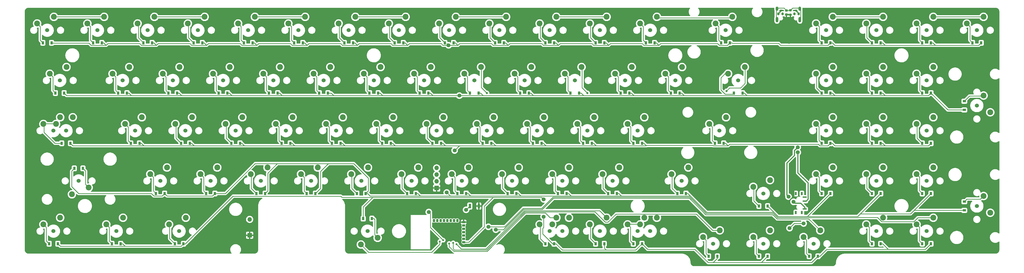
<source format=gbr>
%TF.GenerationSoftware,KiCad,Pcbnew,(6.0.0-rc1-172-gb8b8c0d34c)*%
%TF.CreationDate,2021-12-06T22:24:07-07:00*%
%TF.ProjectId,Z18,5a31382e-6b69-4636-9164-5f7063625858,rev?*%
%TF.SameCoordinates,PX17f2fb4PY122ae10*%
%TF.FileFunction,Copper,L2,Bot*%
%TF.FilePolarity,Positive*%
%FSLAX46Y46*%
G04 Gerber Fmt 4.6, Leading zero omitted, Abs format (unit mm)*
G04 Created by KiCad (PCBNEW (6.0.0-rc1-172-gb8b8c0d34c)) date 2021-12-06 22:24:07*
%MOMM*%
%LPD*%
G01*
G04 APERTURE LIST*
G04 Aperture macros list*
%AMRoundRect*
0 Rectangle with rounded corners*
0 $1 Rounding radius*
0 $2 $3 $4 $5 $6 $7 $8 $9 X,Y pos of 4 corners*
0 Add a 4 corners polygon primitive as box body*
4,1,4,$2,$3,$4,$5,$6,$7,$8,$9,$2,$3,0*
0 Add four circle primitives for the rounded corners*
1,1,$1+$1,$2,$3*
1,1,$1+$1,$4,$5*
1,1,$1+$1,$6,$7*
1,1,$1+$1,$8,$9*
0 Add four rect primitives between the rounded corners*
20,1,$1+$1,$2,$3,$4,$5,0*
20,1,$1+$1,$4,$5,$6,$7,0*
20,1,$1+$1,$6,$7,$8,$9,0*
20,1,$1+$1,$8,$9,$2,$3,0*%
G04 Aperture macros list end*
%TA.AperFunction,WasherPad*%
%ADD10C,1.524000*%
%TD*%
%TA.AperFunction,ComponentPad*%
%ADD11C,2.200000*%
%TD*%
%TA.AperFunction,ComponentPad*%
%ADD12R,1.700000X1.700000*%
%TD*%
%TA.AperFunction,ComponentPad*%
%ADD13O,1.700000X1.700000*%
%TD*%
%TA.AperFunction,ComponentPad*%
%ADD14RoundRect,0.100000X-0.500000X-0.300000X0.500000X-0.300000X0.500000X0.300000X-0.500000X0.300000X0*%
%TD*%
%TA.AperFunction,ComponentPad*%
%ADD15RoundRect,0.100000X-0.300000X0.500000X-0.300000X-0.500000X0.300000X-0.500000X0.300000X0.500000X0*%
%TD*%
%TA.AperFunction,ComponentPad*%
%ADD16O,1.000000X2.100000*%
%TD*%
%TA.AperFunction,ComponentPad*%
%ADD17O,1.000000X1.600000*%
%TD*%
%TA.AperFunction,SMDPad,CuDef*%
%ADD18R,0.900000X1.200000*%
%TD*%
%TA.AperFunction,SMDPad,CuDef*%
%ADD19RoundRect,0.200000X0.275000X-0.200000X0.275000X0.200000X-0.275000X0.200000X-0.275000X-0.200000X0*%
%TD*%
%TA.AperFunction,SMDPad,CuDef*%
%ADD20R,1.200000X0.900000*%
%TD*%
%TA.AperFunction,SMDPad,CuDef*%
%ADD21R,1.524000X0.600000*%
%TD*%
%TA.AperFunction,SMDPad,CuDef*%
%ADD22R,0.700000X1.200000*%
%TD*%
%TA.AperFunction,SMDPad,CuDef*%
%ADD23RoundRect,0.200000X-0.200000X-0.275000X0.200000X-0.275000X0.200000X0.275000X-0.200000X0.275000X0*%
%TD*%
%TA.AperFunction,SMDPad,CuDef*%
%ADD24RoundRect,0.200000X0.200000X0.275000X-0.200000X0.275000X-0.200000X-0.275000X0.200000X-0.275000X0*%
%TD*%
%TA.AperFunction,SMDPad,CuDef*%
%ADD25RoundRect,0.225000X0.250000X-0.225000X0.250000X0.225000X-0.250000X0.225000X-0.250000X-0.225000X0*%
%TD*%
%TA.AperFunction,SMDPad,CuDef*%
%ADD26R,0.900000X1.700000*%
%TD*%
%TA.AperFunction,ViaPad*%
%ADD27C,1.500000*%
%TD*%
%TA.AperFunction,ViaPad*%
%ADD28C,0.762000*%
%TD*%
%TA.AperFunction,ViaPad*%
%ADD29C,0.800000*%
%TD*%
%TA.AperFunction,Conductor*%
%ADD30C,0.381000*%
%TD*%
%TA.AperFunction,Conductor*%
%ADD31C,0.254000*%
%TD*%
G04 APERTURE END LIST*
D10*
%TO.P,SW65,*%
%TO.N,*%
X204787500Y-66675000D03*
D11*
%TO.P,SW65,1,1*%
%TO.N,/Col5*%
X207327500Y-61595000D03*
%TO.P,SW65,2,2*%
%TO.N,Net-(D63-Pad2)*%
X200977500Y-64135000D03*
%TD*%
D10*
%TO.P,SW71,*%
%TO.N,*%
X342900000Y-66675000D03*
D11*
%TO.P,SW71,1,1*%
%TO.N,/Col8*%
X345440000Y-61595000D03*
%TO.P,SW71,2,2*%
%TO.N,Net-(D69-Pad2)*%
X339090000Y-64135000D03*
%TD*%
D10*
%TO.P,SW35,*%
%TO.N,*%
X342900000Y-28575000D03*
D11*
%TO.P,SW35,1,1*%
%TO.N,/Col8*%
X345440000Y-23495000D03*
%TO.P,SW35,2,2*%
%TO.N,Net-(D35-Pad2)*%
X339090000Y-26035000D03*
%TD*%
D10*
%TO.P,SW22,*%
%TO.N,*%
X76200000Y-28575000D03*
D11*
%TO.P,SW22,1,1*%
%TO.N,/Col1*%
X78740000Y-23495000D03*
%TO.P,SW22,2,2*%
%TO.N,Net-(D22-Pad2)*%
X72390000Y-26035000D03*
%TD*%
D10*
%TO.P,SW2,*%
%TO.N,*%
X28575000Y-9525000D03*
D11*
%TO.P,SW2,1,1*%
%TO.N,/Col0*%
X31115000Y-4445000D03*
%TO.P,SW2,2,2*%
%TO.N,Net-(D2-Pad2)*%
X24765000Y-6985000D03*
%TD*%
D10*
%TO.P,SW77,*%
%TO.N,*%
X200025000Y-85725000D03*
D11*
%TO.P,SW77,1,1*%
%TO.N,/Col4*%
X202565000Y-80645000D03*
%TO.P,SW77,2,2*%
%TO.N,Net-(D75-Pad2)*%
X196215000Y-83185000D03*
%TD*%
D10*
%TO.P,SW10,*%
%TO.N,*%
X180975000Y-9525000D03*
D11*
%TO.P,SW10,1,1*%
%TO.N,/Col4*%
X183515000Y-4445000D03*
%TO.P,SW10,2,2*%
%TO.N,Net-(D10-Pad2)*%
X177165000Y-6985000D03*
%TD*%
D10*
%TO.P,SW38,*%
%TO.N,*%
X11906250Y-47625000D03*
D11*
%TO.P,SW38,1,1*%
%TO.N,/Col0*%
X14446250Y-42545000D03*
%TO.P,SW38,2,2*%
%TO.N,Net-(D37-Pad2)*%
X8096250Y-45085000D03*
%TD*%
D10*
%TO.P,SW70,*%
%TO.N,*%
X323850000Y-66675000D03*
D11*
%TO.P,SW70,1,1*%
%TO.N,/Col7*%
X326390000Y-61595000D03*
%TO.P,SW70,2,2*%
%TO.N,Net-(D68-Pad2)*%
X320040000Y-64135000D03*
%TD*%
D10*
%TO.P,SW61,*%
%TO.N,*%
X128587500Y-66675000D03*
D11*
%TO.P,SW61,1,1*%
%TO.N,/Col3*%
X131127500Y-61595000D03*
%TO.P,SW61,2,2*%
%TO.N,Net-(D59-Pad2)*%
X124777500Y-64135000D03*
%TD*%
D10*
%TO.P,SW56,*%
%TO.N,*%
X21431250Y-66675000D03*
D11*
%TO.P,SW56,1,1*%
%TO.N,/Col0*%
X18891250Y-71755000D03*
%TO.P,SW56,2,2*%
%TO.N,Net-(D54-Pad2)*%
X25241250Y-69215000D03*
%TD*%
D10*
%TO.P,SW66,*%
%TO.N,*%
X223837500Y-66675000D03*
D11*
%TO.P,SW66,1,1*%
%TO.N,/Col5*%
X226377500Y-61595000D03*
%TO.P,SW66,2,2*%
%TO.N,Net-(D64-Pad2)*%
X220027500Y-64135000D03*
%TD*%
D10*
%TO.P,SW55,*%
%TO.N,*%
X342900000Y-47625000D03*
D11*
%TO.P,SW55,1,1*%
%TO.N,/Col8*%
X345440000Y-42545000D03*
%TO.P,SW55,2,2*%
%TO.N,Net-(D53-Pad2)*%
X339090000Y-45085000D03*
%TD*%
D10*
%TO.P,SW28,*%
%TO.N,*%
X190500000Y-28575000D03*
D11*
%TO.P,SW28,1,1*%
%TO.N,/Col4*%
X193040000Y-23495000D03*
%TO.P,SW28,2,2*%
%TO.N,Net-(D28-Pad2)*%
X186690000Y-26035000D03*
%TD*%
D10*
%TO.P,SW9,*%
%TO.N,*%
X161925000Y-9525000D03*
D11*
%TO.P,SW9,1,1*%
%TO.N,/Col4*%
X164465000Y-4445000D03*
%TO.P,SW9,2,2*%
%TO.N,Net-(D9-Pad2)*%
X158115000Y-6985000D03*
%TD*%
D10*
%TO.P,SW45,*%
%TO.N,*%
X138112500Y-47625000D03*
D11*
%TO.P,SW45,1,1*%
%TO.N,/Col3*%
X140652500Y-42545000D03*
%TO.P,SW45,2,2*%
%TO.N,Net-(D43-Pad2)*%
X134302500Y-45085000D03*
%TD*%
D10*
%TO.P,SW63,*%
%TO.N,*%
X166687500Y-66675000D03*
D11*
%TO.P,SW63,1,1*%
%TO.N,/Col4*%
X169227500Y-61595000D03*
%TO.P,SW63,2,2*%
%TO.N,Net-(D61-Pad2)*%
X162877500Y-64135000D03*
%TD*%
D10*
%TO.P,SW29,*%
%TO.N,*%
X209550000Y-28575000D03*
D11*
%TO.P,SW29,1,1*%
%TO.N,/Col5*%
X212090000Y-23495000D03*
%TO.P,SW29,2,2*%
%TO.N,Net-(D29-Pad2)*%
X205740000Y-26035000D03*
%TD*%
D10*
%TO.P,SW17,*%
%TO.N,*%
X342900000Y-9525000D03*
D11*
%TO.P,SW17,1,1*%
%TO.N,/Col8*%
X345440000Y-4445000D03*
%TO.P,SW17,2,2*%
%TO.N,Net-(D17-Pad2)*%
X339090000Y-6985000D03*
%TD*%
D10*
%TO.P,SW3,*%
%TO.N,*%
X47625000Y-9525000D03*
D11*
%TO.P,SW3,1,1*%
%TO.N,/Col1*%
X50165000Y-4445000D03*
%TO.P,SW3,2,2*%
%TO.N,Net-(D3-Pad2)*%
X43815000Y-6985000D03*
%TD*%
D10*
%TO.P,SW69,*%
%TO.N,*%
X304800000Y-66675000D03*
D11*
%TO.P,SW69,1,1*%
%TO.N,/Col7*%
X307340000Y-61595000D03*
%TO.P,SW69,2,2*%
%TO.N,Net-(D67-Pad2)*%
X300990000Y-64135000D03*
%TD*%
D10*
%TO.P,SW11,*%
%TO.N,*%
X200025000Y-9525000D03*
D11*
%TO.P,SW11,1,1*%
%TO.N,/Col5*%
X202565000Y-4445000D03*
%TO.P,SW11,2,2*%
%TO.N,Net-(D11-Pad2)*%
X196215000Y-6985000D03*
%TD*%
D10*
%TO.P,SW47,*%
%TO.N,*%
X176212500Y-47625000D03*
D11*
%TO.P,SW47,1,1*%
%TO.N,/Col4*%
X178752500Y-42545000D03*
%TO.P,SW47,2,2*%
%TO.N,Net-(D45-Pad2)*%
X172402500Y-45085000D03*
%TD*%
D10*
%TO.P,SW33,*%
%TO.N,*%
X304800000Y-28575000D03*
D11*
%TO.P,SW33,1,1*%
%TO.N,/Col7*%
X307340000Y-23495000D03*
%TO.P,SW33,2,2*%
%TO.N,Net-(D33-Pad2)*%
X300990000Y-26035000D03*
%TD*%
D12*
%TO.P,J5,1,Pin_1*%
%TO.N,GND*%
X157162500Y-69373750D03*
D13*
%TO.P,J5,2,Pin_2*%
%TO.N,unconnected-(J5-Pad2)*%
X157162500Y-66833750D03*
%TO.P,J5,3,Pin_3*%
%TO.N,/SWD*%
X157162500Y-64293750D03*
%TO.P,J5,4,Pin_4*%
%TO.N,/SWC*%
X157162500Y-61753750D03*
%TD*%
D12*
%TO.P,J3,1,1*%
%TO.N,GND*%
X86264722Y-87264500D03*
D13*
%TO.P,J3,2,2*%
%TO.N,VBAT*%
X86264722Y-81264500D03*
%TD*%
D10*
%TO.P,SW68,*%
%TO.N,*%
X280987500Y-71437500D03*
D11*
%TO.P,SW68,1,1*%
%TO.N,/Col6*%
X283527500Y-66357500D03*
%TO.P,SW68,2,2*%
%TO.N,Net-(D66-Pad2)*%
X277177500Y-68897500D03*
%TD*%
D10*
%TO.P,SW42,*%
%TO.N,*%
X80962500Y-47625000D03*
D11*
%TO.P,SW42,1,1*%
%TO.N,/Col1*%
X83502500Y-42545000D03*
%TO.P,SW42,2,2*%
%TO.N,Net-(D40-Pad2)*%
X77152500Y-45085000D03*
%TD*%
D10*
%TO.P,SW84,*%
%TO.N,*%
X342900000Y-85725000D03*
D11*
%TO.P,SW84,1,1*%
%TO.N,/Col8*%
X345440000Y-80645000D03*
%TO.P,SW84,2,2*%
%TO.N,Net-(D82-Pad2)*%
X339090000Y-83185000D03*
%TD*%
D10*
%TO.P,SW67,*%
%TO.N,*%
X250031250Y-66675000D03*
D11*
%TO.P,SW67,1,1*%
%TO.N,/Col6*%
X252571250Y-61595000D03*
%TO.P,SW67,2,2*%
%TO.N,Net-(D65-Pad2)*%
X246221250Y-64135000D03*
%TD*%
D14*
%TO.P,U2,12,P0.26*%
%TO.N,/Row4*%
X167396222Y-89916000D03*
%TO.P,U2,14,P0.06*%
%TO.N,unconnected-(U2-Pad14)*%
X167396222Y-88646000D03*
%TO.P,U2,16,P0.08*%
%TO.N,unconnected-(U2-Pad16)*%
X167396222Y-87376000D03*
%TO.P,U2,18,P0.04/AIN2*%
%TO.N,unconnected-(U2-Pad18)*%
X167396222Y-86106000D03*
%TO.P,U2,20,P0.12*%
%TO.N,unconnected-(U2-Pad20)*%
X167396222Y-84836000D03*
%TO.P,U2,22,P0.07*%
%TO.N,unconnected-(U2-Pad22)*%
X167396222Y-83566000D03*
%TO.P,U2,24,GND*%
%TO.N,GND*%
X167396222Y-82296000D03*
D15*
%TO.P,U2,28,P0.15*%
%TO.N,unconnected-(U2-Pad28)*%
X164991222Y-81706000D03*
%TO.P,U2,30,P0.17*%
%TO.N,unconnected-(U2-Pad30)*%
X163721222Y-81706000D03*
%TO.P,U2,32,P0.20*%
%TO.N,unconnected-(U2-Pad32)*%
X162451222Y-81706000D03*
%TO.P,U2,34,P0.22/QSPI*%
%TO.N,unconnected-(U2-Pad34)*%
X161181222Y-81706000D03*
%TO.P,U2,36,P1.00*%
%TO.N,unconnected-(U2-Pad36)*%
X159911222Y-81706000D03*
%TO.P,U2,38,P1.02*%
%TO.N,unconnected-(U2-Pad38)*%
X158641222Y-81706000D03*
%TO.P,U2,40,P1.04_(LowFreq)*%
%TO.N,unconnected-(U2-Pad40)*%
X157371222Y-81706000D03*
%TO.P,U2,42,P1.06_(LowFreq)*%
%TO.N,unconnected-(U2-Pad42)*%
X156101222Y-81706000D03*
%TD*%
D10*
%TO.P,SW19,*%
%TO.N,*%
X14287500Y-28575000D03*
D11*
%TO.P,SW19,1,1*%
%TO.N,/Col0*%
X16827500Y-23495000D03*
%TO.P,SW19,2,2*%
%TO.N,Net-(D19-Pad2)*%
X10477500Y-26035000D03*
%TD*%
D10*
%TO.P,SW18,*%
%TO.N,*%
X361950000Y-9525000D03*
D11*
%TO.P,SW18,1,1*%
%TO.N,/Col8*%
X364490000Y-4445000D03*
%TO.P,SW18,2,2*%
%TO.N,Net-(D18-Pad2)*%
X358140000Y-6985000D03*
%TD*%
D10*
%TO.P,SW76,*%
%TO.N,*%
X130968750Y-85725000D03*
D11*
%TO.P,SW76,1,1*%
%TO.N,/Col2*%
X128428750Y-90805000D03*
%TO.P,SW76,2,2*%
%TO.N,Net-(D74-Pad2)*%
X134778750Y-88265000D03*
%TD*%
D16*
%TO.P,J4,S1,SHIELD*%
%TO.N,Net-(C5-Pad2)*%
X286192472Y-5511250D03*
D17*
X286192472Y-1331250D03*
D16*
X294832472Y-5511250D03*
D17*
X294832472Y-1331250D03*
%TD*%
D10*
%TO.P,SW23,*%
%TO.N,*%
X95250000Y-28575000D03*
D11*
%TO.P,SW23,1,1*%
%TO.N,/Col2*%
X97790000Y-23495000D03*
%TO.P,SW23,2,2*%
%TO.N,Net-(D23-Pad2)*%
X91440000Y-26035000D03*
%TD*%
D10*
%TO.P,SW85,*%
%TO.N,*%
X233362500Y-85725000D03*
D11*
%TO.P,SW85,1,1*%
%TO.N,/Col5*%
X235902500Y-80645000D03*
%TO.P,SW85,2,2*%
%TO.N,Net-(D77-Pad2)*%
X229552500Y-83185000D03*
%TD*%
D10*
%TO.P,SW80,*%
%TO.N,*%
X261937500Y-90487500D03*
D11*
%TO.P,SW80,1,1*%
%TO.N,/Col6*%
X264477500Y-85407500D03*
%TO.P,SW80,2,2*%
%TO.N,Net-(D78-Pad2)*%
X258127500Y-87947500D03*
%TD*%
D10*
%TO.P,SW44,*%
%TO.N,*%
X119062500Y-47625000D03*
D11*
%TO.P,SW44,1,1*%
%TO.N,/Col2*%
X121602500Y-42545000D03*
%TO.P,SW44,2,2*%
%TO.N,Net-(D42-Pad2)*%
X115252500Y-45085000D03*
%TD*%
D10*
%TO.P,SW16,*%
%TO.N,*%
X323850000Y-9525000D03*
D11*
%TO.P,SW16,1,1*%
%TO.N,/Col7*%
X326390000Y-4445000D03*
%TO.P,SW16,2,2*%
%TO.N,Net-(D16-Pad2)*%
X320040000Y-6985000D03*
%TD*%
D10*
%TO.P,SW43,*%
%TO.N,*%
X100012500Y-47625000D03*
D11*
%TO.P,SW43,1,1*%
%TO.N,/Col2*%
X102552500Y-42545000D03*
%TO.P,SW43,2,2*%
%TO.N,Net-(D41-Pad2)*%
X96202500Y-45085000D03*
%TD*%
D10*
%TO.P,SW4,*%
%TO.N,*%
X66675000Y-9525000D03*
D11*
%TO.P,SW4,1,1*%
%TO.N,/Col1*%
X69215000Y-4445000D03*
%TO.P,SW4,2,2*%
%TO.N,Net-(D4-Pad2)*%
X62865000Y-6985000D03*
%TD*%
D10*
%TO.P,SW82,*%
%TO.N,*%
X300037500Y-90487500D03*
D11*
%TO.P,SW82,1,1*%
%TO.N,/Col7*%
X302577500Y-85407500D03*
%TO.P,SW82,2,2*%
%TO.N,Net-(D80-Pad2)*%
X296227500Y-87947500D03*
%TD*%
D10*
%TO.P,SW62,*%
%TO.N,*%
X147637500Y-66675000D03*
D11*
%TO.P,SW62,1,1*%
%TO.N,/Col3*%
X150177500Y-61595000D03*
%TO.P,SW62,2,2*%
%TO.N,Net-(D60-Pad2)*%
X143827500Y-64135000D03*
%TD*%
D10*
%TO.P,SW50,*%
%TO.N,*%
X233362500Y-47625000D03*
D11*
%TO.P,SW50,1,1*%
%TO.N,/Col5*%
X235902500Y-42545000D03*
%TO.P,SW50,2,2*%
%TO.N,Net-(D48-Pad2)*%
X229552500Y-45085000D03*
%TD*%
D10*
%TO.P,SW21,*%
%TO.N,*%
X57150000Y-28575000D03*
D11*
%TO.P,SW21,1,1*%
%TO.N,/Col1*%
X59690000Y-23495000D03*
%TO.P,SW21,2,2*%
%TO.N,Net-(D21-Pad2)*%
X53340000Y-26035000D03*
%TD*%
D10*
%TO.P,SW73,*%
%TO.N,*%
X11906250Y-85725000D03*
D11*
%TO.P,SW73,1,1*%
%TO.N,/Col0*%
X14446250Y-80645000D03*
%TO.P,SW73,2,2*%
%TO.N,Net-(D71-Pad2)*%
X8096250Y-83185000D03*
%TD*%
D10*
%TO.P,SW20,*%
%TO.N,*%
X38100000Y-28575000D03*
D11*
%TO.P,SW20,1,1*%
%TO.N,/Col0*%
X40640000Y-23495000D03*
%TO.P,SW20,2,2*%
%TO.N,Net-(D20-Pad2)*%
X34290000Y-26035000D03*
%TD*%
D10*
%TO.P,SW5,*%
%TO.N,*%
X85725000Y-9525000D03*
D11*
%TO.P,SW5,1,1*%
%TO.N,/Col2*%
X88265000Y-4445000D03*
%TO.P,SW5,2,2*%
%TO.N,Net-(D5-Pad2)*%
X81915000Y-6985000D03*
%TD*%
D10*
%TO.P,SW36,*%
%TO.N,*%
X361950000Y-38100000D03*
D11*
%TO.P,SW36,1,1*%
%TO.N,/Col8*%
X367030000Y-40640000D03*
%TO.P,SW36,2,2*%
%TO.N,Net-(D36-Pad2)*%
X364490000Y-34290000D03*
%TD*%
D10*
%TO.P,SW1,*%
%TO.N,*%
X9525000Y-9525000D03*
D11*
%TO.P,SW1,1,1*%
%TO.N,/Col0*%
X12065000Y-4445000D03*
%TO.P,SW1,2,2*%
%TO.N,Net-(D1-Pad2)*%
X5715000Y-6985000D03*
%TD*%
D10*
%TO.P,SW27,*%
%TO.N,*%
X171450000Y-28575000D03*
D11*
%TO.P,SW27,1,1*%
%TO.N,/Col4*%
X173990000Y-23495000D03*
%TO.P,SW27,2,2*%
%TO.N,Net-(D27-Pad2)*%
X167640000Y-26035000D03*
%TD*%
D10*
%TO.P,SW8,*%
%TO.N,*%
X142875000Y-9525000D03*
D11*
%TO.P,SW8,1,1*%
%TO.N,/Col3*%
X145415000Y-4445000D03*
%TO.P,SW8,2,2*%
%TO.N,Net-(D8-Pad2)*%
X139065000Y-6985000D03*
%TD*%
D10*
%TO.P,SW6,*%
%TO.N,*%
X104775000Y-9525000D03*
D11*
%TO.P,SW6,1,1*%
%TO.N,/Col2*%
X107315000Y-4445000D03*
%TO.P,SW6,2,2*%
%TO.N,Net-(D6-Pad2)*%
X100965000Y-6985000D03*
%TD*%
D10*
%TO.P,SW41,*%
%TO.N,*%
X61912500Y-47625000D03*
D11*
%TO.P,SW41,1,1*%
%TO.N,/Col1*%
X64452500Y-42545000D03*
%TO.P,SW41,2,2*%
%TO.N,Net-(D39-Pad2)*%
X58102500Y-45085000D03*
%TD*%
D10*
%TO.P,SW52,*%
%TO.N,*%
X264318750Y-47625000D03*
D11*
%TO.P,SW52,1,1*%
%TO.N,/Col6*%
X266858750Y-42545000D03*
%TO.P,SW52,2,2*%
%TO.N,Net-(D50-Pad2)*%
X260508750Y-45085000D03*
%TD*%
D10*
%TO.P,SW57,*%
%TO.N,*%
X52387500Y-66675000D03*
D11*
%TO.P,SW57,1,1*%
%TO.N,/Col1*%
X54927500Y-61595000D03*
%TO.P,SW57,2,2*%
%TO.N,Net-(D55-Pad2)*%
X48577500Y-64135000D03*
%TD*%
D10*
%TO.P,SW54,*%
%TO.N,*%
X323850000Y-47625000D03*
D11*
%TO.P,SW54,1,1*%
%TO.N,/Col7*%
X326390000Y-42545000D03*
%TO.P,SW54,2,2*%
%TO.N,Net-(D52-Pad2)*%
X320040000Y-45085000D03*
%TD*%
D10*
%TO.P,SW75,*%
%TO.N,*%
X59531250Y-85725000D03*
D11*
%TO.P,SW75,1,1*%
%TO.N,/Col1*%
X62071250Y-80645000D03*
%TO.P,SW75,2,2*%
%TO.N,Net-(D73-Pad2)*%
X55721250Y-83185000D03*
%TD*%
D10*
%TO.P,SW13,*%
%TO.N,*%
X238125000Y-9525000D03*
D11*
%TO.P,SW13,1,1*%
%TO.N,/Col6*%
X240665000Y-4445000D03*
%TO.P,SW13,2,2*%
%TO.N,Net-(D13-Pad2)*%
X234315000Y-6985000D03*
%TD*%
D10*
%TO.P,SW24,*%
%TO.N,*%
X114300000Y-28575000D03*
D11*
%TO.P,SW24,1,1*%
%TO.N,/Col2*%
X116840000Y-23495000D03*
%TO.P,SW24,2,2*%
%TO.N,Net-(D24-Pad2)*%
X110490000Y-26035000D03*
%TD*%
D10*
%TO.P,SW32,*%
%TO.N,*%
X271462500Y-28575000D03*
D11*
%TO.P,SW32,1,1*%
%TO.N,/Col6*%
X274002500Y-23495000D03*
%TO.P,SW32,2,2*%
%TO.N,Net-(D32-Pad2)*%
X267652500Y-26035000D03*
%TD*%
D10*
%TO.P,SW74,*%
%TO.N,*%
X35718750Y-85725000D03*
D11*
%TO.P,SW74,1,1*%
%TO.N,/Col0*%
X38258750Y-80645000D03*
%TO.P,SW74,2,2*%
%TO.N,Net-(D72-Pad2)*%
X31908750Y-83185000D03*
%TD*%
D10*
%TO.P,SW72,*%
%TO.N,*%
X361950000Y-76200000D03*
D11*
%TO.P,SW72,1,1*%
%TO.N,/Col8*%
X367030000Y-78740000D03*
%TO.P,SW72,2,2*%
%TO.N,Net-(D70-Pad2)*%
X364490000Y-72390000D03*
%TD*%
D10*
%TO.P,SW30,*%
%TO.N,*%
X228600000Y-28575000D03*
D11*
%TO.P,SW30,1,1*%
%TO.N,/Col5*%
X231140000Y-23495000D03*
%TO.P,SW30,2,2*%
%TO.N,Net-(D30-Pad2)*%
X224790000Y-26035000D03*
%TD*%
D10*
%TO.P,SW7,*%
%TO.N,*%
X123825000Y-9525000D03*
D11*
%TO.P,SW7,1,1*%
%TO.N,/Col3*%
X126365000Y-4445000D03*
%TO.P,SW7,2,2*%
%TO.N,Net-(D7-Pad2)*%
X120015000Y-6985000D03*
%TD*%
D10*
%TO.P,SW26,*%
%TO.N,*%
X152400000Y-28575000D03*
D11*
%TO.P,SW26,1,1*%
%TO.N,/Col3*%
X154940000Y-23495000D03*
%TO.P,SW26,2,2*%
%TO.N,Net-(D26-Pad2)*%
X148590000Y-26035000D03*
%TD*%
D10*
%TO.P,SW79,*%
%TO.N,*%
X238125000Y-85725000D03*
D11*
%TO.P,SW79,1,1*%
%TO.N,/Col5*%
X240665000Y-80645000D03*
%TO.P,SW79,2,2*%
%TO.N,Net-(D77-Pad2)*%
X234315000Y-83185000D03*
%TD*%
D10*
%TO.P,SW12,*%
%TO.N,*%
X219075000Y-9525000D03*
D11*
%TO.P,SW12,1,1*%
%TO.N,/Col5*%
X221615000Y-4445000D03*
%TO.P,SW12,2,2*%
%TO.N,Net-(D12-Pad2)*%
X215265000Y-6985000D03*
%TD*%
D10*
%TO.P,SW78,*%
%TO.N,*%
X219075000Y-85725000D03*
D11*
%TO.P,SW78,1,1*%
%TO.N,/Col5*%
X221615000Y-80645000D03*
%TO.P,SW78,2,2*%
%TO.N,Net-(D76-Pad2)*%
X215265000Y-83185000D03*
%TD*%
D10*
%TO.P,SW58,*%
%TO.N,*%
X71437500Y-66675000D03*
D11*
%TO.P,SW58,1,1*%
%TO.N,/Col1*%
X73977500Y-61595000D03*
%TO.P,SW58,2,2*%
%TO.N,Net-(D56-Pad2)*%
X67627500Y-64135000D03*
%TD*%
D10*
%TO.P,SW31,*%
%TO.N,*%
X247650000Y-28575000D03*
D11*
%TO.P,SW31,1,1*%
%TO.N,/Col6*%
X250190000Y-23495000D03*
%TO.P,SW31,2,2*%
%TO.N,Net-(D31-Pad2)*%
X243840000Y-26035000D03*
%TD*%
D10*
%TO.P,SW60,*%
%TO.N,*%
X109537500Y-66675000D03*
D11*
%TO.P,SW60,1,1*%
%TO.N,/Col2*%
X112077500Y-61595000D03*
%TO.P,SW60,2,2*%
%TO.N,Net-(D58-Pad2)*%
X105727500Y-64135000D03*
%TD*%
D10*
%TO.P,SW34,*%
%TO.N,*%
X323850000Y-28575000D03*
D11*
%TO.P,SW34,1,1*%
%TO.N,/Col7*%
X326390000Y-23495000D03*
%TO.P,SW34,2,2*%
%TO.N,Net-(D34-Pad2)*%
X320040000Y-26035000D03*
%TD*%
D10*
%TO.P,SW46,*%
%TO.N,*%
X157162500Y-47625000D03*
D11*
%TO.P,SW46,1,1*%
%TO.N,/Col3*%
X159702500Y-42545000D03*
%TO.P,SW46,2,2*%
%TO.N,Net-(D44-Pad2)*%
X153352500Y-45085000D03*
%TD*%
D10*
%TO.P,SW48,*%
%TO.N,*%
X195262500Y-47625000D03*
D11*
%TO.P,SW48,1,1*%
%TO.N,/Col4*%
X197802500Y-42545000D03*
%TO.P,SW48,2,2*%
%TO.N,Net-(D46-Pad2)*%
X191452500Y-45085000D03*
%TD*%
D10*
%TO.P,SW25,*%
%TO.N,*%
X133350000Y-28575000D03*
D11*
%TO.P,SW25,1,1*%
%TO.N,/Col3*%
X135890000Y-23495000D03*
%TO.P,SW25,2,2*%
%TO.N,Net-(D25-Pad2)*%
X129540000Y-26035000D03*
%TD*%
D10*
%TO.P,SW64,*%
%TO.N,*%
X185737500Y-66675000D03*
D11*
%TO.P,SW64,1,1*%
%TO.N,/Col4*%
X188277500Y-61595000D03*
%TO.P,SW64,2,2*%
%TO.N,Net-(D62-Pad2)*%
X181927500Y-64135000D03*
%TD*%
D10*
%TO.P,SW15,*%
%TO.N,*%
X304800000Y-9525000D03*
D11*
%TO.P,SW15,1,1*%
%TO.N,/Col7*%
X307340000Y-4445000D03*
%TO.P,SW15,2,2*%
%TO.N,Net-(D15-Pad2)*%
X300990000Y-6985000D03*
%TD*%
D10*
%TO.P,SW81,*%
%TO.N,*%
X280987500Y-90487500D03*
D11*
%TO.P,SW81,1,1*%
%TO.N,/Col6*%
X283527500Y-85407500D03*
%TO.P,SW81,2,2*%
%TO.N,Net-(D79-Pad2)*%
X277177500Y-87947500D03*
%TD*%
D10*
%TO.P,SW53,*%
%TO.N,*%
X304800000Y-47625000D03*
D11*
%TO.P,SW53,1,1*%
%TO.N,/Col7*%
X307340000Y-42545000D03*
%TO.P,SW53,2,2*%
%TO.N,Net-(D51-Pad2)*%
X300990000Y-45085000D03*
%TD*%
D10*
%TO.P,SW89,*%
%TO.N,*%
X204787500Y-85725000D03*
D11*
%TO.P,SW89,1,1*%
%TO.N,/Col4*%
X207327500Y-80645000D03*
%TO.P,SW89,2,2*%
%TO.N,Net-(D75-Pad2)*%
X200977500Y-83185000D03*
%TD*%
D10*
%TO.P,SW83,*%
%TO.N,*%
X323850000Y-85725000D03*
D11*
%TO.P,SW83,1,1*%
%TO.N,/Col7*%
X326390000Y-80645000D03*
%TO.P,SW83,2,2*%
%TO.N,Net-(D81-Pad2)*%
X320040000Y-83185000D03*
%TD*%
D10*
%TO.P,SW39,*%
%TO.N,*%
X16668750Y-47625000D03*
D11*
%TO.P,SW39,1,1*%
%TO.N,/Col0*%
X19208750Y-42545000D03*
%TO.P,SW39,2,2*%
%TO.N,Net-(D37-Pad2)*%
X12858750Y-45085000D03*
%TD*%
D10*
%TO.P,SW14,*%
%TO.N,*%
X266700000Y-9525000D03*
D11*
%TO.P,SW14,1,1*%
%TO.N,/Col6*%
X269240000Y-4445000D03*
%TO.P,SW14,2,2*%
%TO.N,Net-(D14-Pad2)*%
X262890000Y-6985000D03*
%TD*%
D10*
%TO.P,SW40,*%
%TO.N,*%
X42862500Y-47625000D03*
D11*
%TO.P,SW40,1,1*%
%TO.N,/Col0*%
X45402500Y-42545000D03*
%TO.P,SW40,2,2*%
%TO.N,Net-(D38-Pad2)*%
X39052500Y-45085000D03*
%TD*%
D10*
%TO.P,SW59,*%
%TO.N,*%
X90487500Y-66675000D03*
D11*
%TO.P,SW59,1,1*%
%TO.N,/Col2*%
X93027500Y-61595000D03*
%TO.P,SW59,2,2*%
%TO.N,Net-(D57-Pad2)*%
X86677500Y-64135000D03*
%TD*%
D10*
%TO.P,SW49,*%
%TO.N,*%
X214312500Y-47625000D03*
D11*
%TO.P,SW49,1,1*%
%TO.N,/Col5*%
X216852500Y-42545000D03*
%TO.P,SW49,2,2*%
%TO.N,Net-(D47-Pad2)*%
X210502500Y-45085000D03*
%TD*%
D18*
%TO.P,D31,1,K*%
%TO.N,/Row1*%
X249300000Y-33337500D03*
%TO.P,D31,2,A*%
%TO.N,Net-(D31-Pad2)*%
X246000000Y-33337500D03*
%TD*%
%TO.P,D43,1,K*%
%TO.N,/Row2*%
X139762500Y-52387500D03*
%TO.P,D43,2,A*%
%TO.N,Net-(D43-Pad2)*%
X136462500Y-52387500D03*
%TD*%
D19*
%TO.P,R8,1*%
%TO.N,GND*%
X291282222Y-3619000D03*
%TO.P,R8,2*%
%TO.N,Net-(C5-Pad2)*%
X291282222Y-1969000D03*
%TD*%
D18*
%TO.P,D71,1,K*%
%TO.N,/Row4*%
X13556250Y-90487500D03*
%TO.P,D71,2,A*%
%TO.N,Net-(D71-Pad2)*%
X10256250Y-90487500D03*
%TD*%
%TO.P,D30,1,K*%
%TO.N,/Row1*%
X230250000Y-33337500D03*
%TO.P,D30,2,A*%
%TO.N,Net-(D30-Pad2)*%
X226950000Y-33337500D03*
%TD*%
D20*
%TO.P,D36,1,K*%
%TO.N,/Row1*%
X357187500Y-39750000D03*
%TO.P,D36,2,A*%
%TO.N,Net-(D36-Pad2)*%
X357187500Y-36450000D03*
%TD*%
D18*
%TO.P,D62,1,K*%
%TO.N,/Row3*%
X187387500Y-71437500D03*
%TO.P,D62,2,A*%
%TO.N,Net-(D62-Pad2)*%
X184087500Y-71437500D03*
%TD*%
%TO.P,D78,1,K*%
%TO.N,/Row4*%
X263587500Y-95250000D03*
%TO.P,D78,2,A*%
%TO.N,Net-(D78-Pad2)*%
X260287500Y-95250000D03*
%TD*%
%TO.P,D80,1,K*%
%TO.N,/Row4*%
X301687500Y-95250000D03*
%TO.P,D80,2,A*%
%TO.N,Net-(D80-Pad2)*%
X298387500Y-95250000D03*
%TD*%
%TO.P,D44,1,K*%
%TO.N,/Row2*%
X158812500Y-52387500D03*
%TO.P,D44,2,A*%
%TO.N,Net-(D44-Pad2)*%
X155512500Y-52387500D03*
%TD*%
%TO.P,D64,1,K*%
%TO.N,/Row3*%
X225487500Y-71437500D03*
%TO.P,D64,2,A*%
%TO.N,Net-(D64-Pad2)*%
X222187500Y-71437500D03*
%TD*%
%TO.P,D1,1,K*%
%TO.N,/Row0*%
X11175000Y-14287500D03*
%TO.P,D1,2,A*%
%TO.N,Net-(D1-Pad2)*%
X7875000Y-14287500D03*
%TD*%
%TO.P,D23,1,K*%
%TO.N,/Row1*%
X96900000Y-33337500D03*
%TO.P,D23,2,A*%
%TO.N,Net-(D23-Pad2)*%
X93600000Y-33337500D03*
%TD*%
%TO.P,D81,1,K*%
%TO.N,/Row4*%
X325500000Y-90487500D03*
%TO.P,D81,2,A*%
%TO.N,Net-(D81-Pad2)*%
X322200000Y-90487500D03*
%TD*%
%TO.P,D34,1,K*%
%TO.N,/Row1*%
X325500000Y-33337500D03*
%TO.P,D34,2,A*%
%TO.N,Net-(D34-Pad2)*%
X322200000Y-33337500D03*
%TD*%
%TO.P,D33,1,K*%
%TO.N,/Row1*%
X306450000Y-33337500D03*
%TO.P,D33,2,A*%
%TO.N,Net-(D33-Pad2)*%
X303150000Y-33337500D03*
%TD*%
%TO.P,D61,1,K*%
%TO.N,/Row3*%
X168337500Y-71437500D03*
%TO.P,D61,2,A*%
%TO.N,Net-(D61-Pad2)*%
X165037500Y-71437500D03*
%TD*%
%TO.P,D7,1,K*%
%TO.N,/Row0*%
X125475000Y-14287500D03*
%TO.P,D7,2,A*%
%TO.N,Net-(D7-Pad2)*%
X122175000Y-14287500D03*
%TD*%
%TO.P,D6,1,K*%
%TO.N,/Row0*%
X106425000Y-14287500D03*
%TO.P,D6,2,A*%
%TO.N,Net-(D6-Pad2)*%
X103125000Y-14287500D03*
%TD*%
%TO.P,D27,1,K*%
%TO.N,/Row1*%
X173100000Y-33337500D03*
%TO.P,D27,2,A*%
%TO.N,Net-(D27-Pad2)*%
X169800000Y-33337500D03*
%TD*%
D20*
%TO.P,D70,1,K*%
%TO.N,/Row3*%
X357187500Y-77850000D03*
%TO.P,D70,2,A*%
%TO.N,Net-(D70-Pad2)*%
X357187500Y-74550000D03*
%TD*%
D18*
%TO.P,D41,1,K*%
%TO.N,/Row2*%
X101662500Y-52387500D03*
%TO.P,D41,2,A*%
%TO.N,Net-(D41-Pad2)*%
X98362500Y-52387500D03*
%TD*%
%TO.P,D8,1,K*%
%TO.N,/Row0*%
X144525000Y-14287500D03*
%TO.P,D8,2,A*%
%TO.N,Net-(D8-Pad2)*%
X141225000Y-14287500D03*
%TD*%
%TO.P,D28,1,K*%
%TO.N,/Row1*%
X192150000Y-33337500D03*
%TO.P,D28,2,A*%
%TO.N,Net-(D28-Pad2)*%
X188850000Y-33337500D03*
%TD*%
%TO.P,D74,1,K*%
%TO.N,/Row4*%
X129318750Y-80962500D03*
%TO.P,D74,2,A*%
%TO.N,Net-(D74-Pad2)*%
X132618750Y-80962500D03*
%TD*%
%TO.P,D4,1,K*%
%TO.N,/Row0*%
X68325000Y-14287500D03*
%TO.P,D4,2,A*%
%TO.N,Net-(D4-Pad2)*%
X65025000Y-14287500D03*
%TD*%
%TO.P,D76,1,K*%
%TO.N,/Row4*%
X220725000Y-90487500D03*
%TO.P,D76,2,A*%
%TO.N,Net-(D76-Pad2)*%
X217425000Y-90487500D03*
%TD*%
%TO.P,D21,1,K*%
%TO.N,/Row1*%
X58800000Y-33337500D03*
%TO.P,D21,2,A*%
%TO.N,Net-(D21-Pad2)*%
X55500000Y-33337500D03*
%TD*%
%TO.P,D75,1,K*%
%TO.N,/Row4*%
X201675000Y-90487500D03*
%TO.P,D75,2,A*%
%TO.N,Net-(D75-Pad2)*%
X198375000Y-90487500D03*
%TD*%
%TO.P,D77,1,K*%
%TO.N,/Row4*%
X235012500Y-90487500D03*
%TO.P,D77,2,A*%
%TO.N,Net-(D77-Pad2)*%
X231712500Y-90487500D03*
%TD*%
%TO.P,D42,1,K*%
%TO.N,/Row2*%
X120712500Y-52387500D03*
%TO.P,D42,2,A*%
%TO.N,Net-(D42-Pad2)*%
X117412500Y-52387500D03*
%TD*%
%TO.P,D52,1,K*%
%TO.N,/Row2*%
X325500000Y-52387500D03*
%TO.P,D52,2,A*%
%TO.N,Net-(D52-Pad2)*%
X322200000Y-52387500D03*
%TD*%
%TO.P,D57,1,K*%
%TO.N,/Row3*%
X92137500Y-71437500D03*
%TO.P,D57,2,A*%
%TO.N,Net-(D57-Pad2)*%
X88837500Y-71437500D03*
%TD*%
%TO.P,D10,1,K*%
%TO.N,/Row0*%
X182625000Y-14287500D03*
%TO.P,D10,2,A*%
%TO.N,Net-(D10-Pad2)*%
X179325000Y-14287500D03*
%TD*%
%TO.P,D11,1,K*%
%TO.N,/Row0*%
X201675000Y-14287500D03*
%TO.P,D11,2,A*%
%TO.N,Net-(D11-Pad2)*%
X198375000Y-14287500D03*
%TD*%
%TO.P,D5,1,K*%
%TO.N,/Row0*%
X87375000Y-14287500D03*
%TO.P,D5,2,A*%
%TO.N,Net-(D5-Pad2)*%
X84075000Y-14287500D03*
%TD*%
%TO.P,D51,1,K*%
%TO.N,/Row2*%
X306450000Y-52387500D03*
%TO.P,D51,2,A*%
%TO.N,Net-(D51-Pad2)*%
X303150000Y-52387500D03*
%TD*%
%TO.P,D48,1,K*%
%TO.N,/Row2*%
X235012500Y-52387500D03*
%TO.P,D48,2,A*%
%TO.N,Net-(D48-Pad2)*%
X231712500Y-52387500D03*
%TD*%
%TO.P,D82,1,K*%
%TO.N,/Row4*%
X344550000Y-90487500D03*
%TO.P,D82,2,A*%
%TO.N,Net-(D82-Pad2)*%
X341250000Y-90487500D03*
%TD*%
D21*
%TO.P,BATT1,1,A*%
%TO.N,VBAT*%
X296720997Y-77338750D03*
%TO.P,BATT1,2,B*%
%TO.N,/BATT_SWITCHED*%
X296720997Y-74338750D03*
%TO.P,BATT1,3,C*%
%TO.N,unconnected-(BATT1-Pad3)*%
X296720997Y-72838750D03*
D22*
%TO.P,BATT1,4*%
%TO.N,N/C*%
X295620997Y-71488750D03*
X295620997Y-78688750D03*
X293320997Y-78688750D03*
X293320997Y-71488750D03*
%TD*%
D18*
%TO.P,D58,1,K*%
%TO.N,/Row3*%
X111187500Y-71437500D03*
%TO.P,D58,2,A*%
%TO.N,Net-(D58-Pad2)*%
X107887500Y-71437500D03*
%TD*%
%TO.P,D38,1,K*%
%TO.N,/Row2*%
X44512500Y-52387500D03*
%TO.P,D38,2,A*%
%TO.N,Net-(D38-Pad2)*%
X41212500Y-52387500D03*
%TD*%
%TO.P,D65,1,K*%
%TO.N,/Row3*%
X251681250Y-71437500D03*
%TO.P,D65,2,A*%
%TO.N,Net-(D65-Pad2)*%
X248381250Y-71437500D03*
%TD*%
%TO.P,D22,1,K*%
%TO.N,/Row1*%
X77850000Y-33337500D03*
%TO.P,D22,2,A*%
%TO.N,Net-(D22-Pad2)*%
X74550000Y-33337500D03*
%TD*%
%TO.P,D14,1,K*%
%TO.N,/Row0*%
X268350000Y-14287500D03*
%TO.P,D14,2,A*%
%TO.N,Net-(D14-Pad2)*%
X265050000Y-14287500D03*
%TD*%
%TO.P,D16,1,K*%
%TO.N,/Row0*%
X325500000Y-14287500D03*
%TO.P,D16,2,A*%
%TO.N,Net-(D16-Pad2)*%
X322200000Y-14287500D03*
%TD*%
%TO.P,D17,1,K*%
%TO.N,/Row0*%
X344550000Y-14287500D03*
%TO.P,D17,2,A*%
%TO.N,Net-(D17-Pad2)*%
X341250000Y-14287500D03*
%TD*%
%TO.P,D37,1,K*%
%TO.N,/Row2*%
X18318750Y-52387500D03*
%TO.P,D37,2,A*%
%TO.N,Net-(D37-Pad2)*%
X15018750Y-52387500D03*
%TD*%
%TO.P,D63,1,K*%
%TO.N,/Row3*%
X206437500Y-71437500D03*
%TO.P,D63,2,A*%
%TO.N,Net-(D63-Pad2)*%
X203137500Y-71437500D03*
%TD*%
%TO.P,D54,1,K*%
%TO.N,/Row3*%
X19781250Y-61912500D03*
%TO.P,D54,2,A*%
%TO.N,Net-(D54-Pad2)*%
X23081250Y-61912500D03*
%TD*%
%TO.P,D32,1,K*%
%TO.N,/Row1*%
X273112500Y-33337500D03*
%TO.P,D32,2,A*%
%TO.N,Net-(D32-Pad2)*%
X269812500Y-33337500D03*
%TD*%
%TO.P,D47,1,K*%
%TO.N,/Row2*%
X215962500Y-52387500D03*
%TO.P,D47,2,A*%
%TO.N,Net-(D47-Pad2)*%
X212662500Y-52387500D03*
%TD*%
%TO.P,D15,1,K*%
%TO.N,/Row0*%
X306450000Y-14287500D03*
%TO.P,D15,2,A*%
%TO.N,Net-(D15-Pad2)*%
X303150000Y-14287500D03*
%TD*%
%TO.P,D50,1,K*%
%TO.N,/Row2*%
X265968750Y-52387500D03*
%TO.P,D50,2,A*%
%TO.N,Net-(D50-Pad2)*%
X262668750Y-52387500D03*
%TD*%
D23*
%TO.P,R5,1*%
%TO.N,Net-(J4-PadA5)*%
X292767222Y-3302000D03*
%TO.P,R5,2*%
%TO.N,GND*%
X294417222Y-3302000D03*
%TD*%
D18*
%TO.P,D40,1,K*%
%TO.N,/Row2*%
X82612500Y-52387500D03*
%TO.P,D40,2,A*%
%TO.N,Net-(D40-Pad2)*%
X79312500Y-52387500D03*
%TD*%
%TO.P,D72,1,K*%
%TO.N,/Row4*%
X37368750Y-90487500D03*
%TO.P,D72,2,A*%
%TO.N,Net-(D72-Pad2)*%
X34068750Y-90487500D03*
%TD*%
%TO.P,D35,1,K*%
%TO.N,/Row1*%
X344550000Y-33337500D03*
%TO.P,D35,2,A*%
%TO.N,Net-(D35-Pad2)*%
X341250000Y-33337500D03*
%TD*%
%TO.P,D56,1,K*%
%TO.N,/Row3*%
X73087500Y-71437500D03*
%TO.P,D56,2,A*%
%TO.N,Net-(D56-Pad2)*%
X69787500Y-71437500D03*
%TD*%
%TO.P,D39,1,K*%
%TO.N,/Row2*%
X63562500Y-52387500D03*
%TO.P,D39,2,A*%
%TO.N,Net-(D39-Pad2)*%
X60262500Y-52387500D03*
%TD*%
%TO.P,D13,1,K*%
%TO.N,/Row0*%
X239775000Y-14287500D03*
%TO.P,D13,2,A*%
%TO.N,Net-(D13-Pad2)*%
X236475000Y-14287500D03*
%TD*%
%TO.P,D20,1,K*%
%TO.N,/Row1*%
X39750000Y-33337500D03*
%TO.P,D20,2,A*%
%TO.N,Net-(D20-Pad2)*%
X36450000Y-33337500D03*
%TD*%
%TO.P,D3,1,K*%
%TO.N,/Row0*%
X49275000Y-14287500D03*
%TO.P,D3,2,A*%
%TO.N,Net-(D3-Pad2)*%
X45975000Y-14287500D03*
%TD*%
%TO.P,D29,1,K*%
%TO.N,/Row1*%
X211200000Y-33337500D03*
%TO.P,D29,2,A*%
%TO.N,Net-(D29-Pad2)*%
X207900000Y-33337500D03*
%TD*%
%TO.P,D25,1,K*%
%TO.N,/Row1*%
X135000000Y-33337500D03*
%TO.P,D25,2,A*%
%TO.N,Net-(D25-Pad2)*%
X131700000Y-33337500D03*
%TD*%
%TO.P,D68,1,K*%
%TO.N,/Row3*%
X325500000Y-71437500D03*
%TO.P,D68,2,A*%
%TO.N,Net-(D68-Pad2)*%
X322200000Y-71437500D03*
%TD*%
%TO.P,D12,1,K*%
%TO.N,/Row0*%
X220725000Y-14287500D03*
%TO.P,D12,2,A*%
%TO.N,Net-(D12-Pad2)*%
X217425000Y-14287500D03*
%TD*%
%TO.P,D60,1,K*%
%TO.N,/Row3*%
X149287500Y-71437500D03*
%TO.P,D60,2,A*%
%TO.N,Net-(D60-Pad2)*%
X145987500Y-71437500D03*
%TD*%
%TO.P,D46,1,K*%
%TO.N,/Row2*%
X196912500Y-52387500D03*
%TO.P,D46,2,A*%
%TO.N,Net-(D46-Pad2)*%
X193612500Y-52387500D03*
%TD*%
%TO.P,D24,1,K*%
%TO.N,/Row1*%
X115950000Y-33337500D03*
%TO.P,D24,2,A*%
%TO.N,Net-(D24-Pad2)*%
X112650000Y-33337500D03*
%TD*%
%TO.P,D69,1,K*%
%TO.N,/Row3*%
X344550000Y-71437500D03*
%TO.P,D69,2,A*%
%TO.N,Net-(D69-Pad2)*%
X341250000Y-71437500D03*
%TD*%
D24*
%TO.P,R6,1*%
%TO.N,Net-(J4-PadB5)*%
X288321222Y-3302000D03*
%TO.P,R6,2*%
%TO.N,GND*%
X286671222Y-3302000D03*
%TD*%
D18*
%TO.P,D9,1,K*%
%TO.N,/Row0*%
X163575000Y-14287500D03*
%TO.P,D9,2,A*%
%TO.N,Net-(D9-Pad2)*%
X160275000Y-14287500D03*
%TD*%
%TO.P,D73,1,K*%
%TO.N,/Row4*%
X61181250Y-90487500D03*
%TO.P,D73,2,A*%
%TO.N,Net-(D73-Pad2)*%
X57881250Y-90487500D03*
%TD*%
%TO.P,D53,1,K*%
%TO.N,/Row2*%
X344550000Y-52387500D03*
%TO.P,D53,2,A*%
%TO.N,Net-(D53-Pad2)*%
X341250000Y-52387500D03*
%TD*%
%TO.P,D26,1,K*%
%TO.N,/Row1*%
X154050000Y-33337500D03*
%TO.P,D26,2,A*%
%TO.N,Net-(D26-Pad2)*%
X150750000Y-33337500D03*
%TD*%
%TO.P,D45,1,K*%
%TO.N,/Row2*%
X177862500Y-52387500D03*
%TO.P,D45,2,A*%
%TO.N,Net-(D45-Pad2)*%
X174562500Y-52387500D03*
%TD*%
D25*
%TO.P,C5,1*%
%TO.N,GND*%
X289782222Y-3569000D03*
%TO.P,C5,2*%
%TO.N,Net-(C5-Pad2)*%
X289782222Y-2019000D03*
%TD*%
D18*
%TO.P,D55,1,K*%
%TO.N,/Row3*%
X54037500Y-71437500D03*
%TO.P,D55,2,A*%
%TO.N,Net-(D55-Pad2)*%
X50737500Y-71437500D03*
%TD*%
%TO.P,D18,1,K*%
%TO.N,/Row0*%
X363600000Y-14287500D03*
%TO.P,D18,2,A*%
%TO.N,Net-(D18-Pad2)*%
X360300000Y-14287500D03*
%TD*%
D26*
%TO.P,RESET1,1,1*%
%TO.N,RESET*%
X169749972Y-76200000D03*
%TO.P,RESET1,2,2*%
%TO.N,GND*%
X173149972Y-76200000D03*
%TD*%
D18*
%TO.P,D2,1,K*%
%TO.N,/Row0*%
X30225000Y-14287500D03*
%TO.P,D2,2,A*%
%TO.N,Net-(D2-Pad2)*%
X26925000Y-14287500D03*
%TD*%
%TO.P,D66,1,K*%
%TO.N,/Row3*%
X282637500Y-76200000D03*
%TO.P,D66,2,A*%
%TO.N,Net-(D66-Pad2)*%
X279337500Y-76200000D03*
%TD*%
%TO.P,D19,1,K*%
%TO.N,/Row1*%
X15937500Y-33337500D03*
%TO.P,D19,2,A*%
%TO.N,Net-(D19-Pad2)*%
X12637500Y-33337500D03*
%TD*%
%TO.P,D67,1,K*%
%TO.N,/Row3*%
X306450000Y-71437500D03*
%TO.P,D67,2,A*%
%TO.N,Net-(D67-Pad2)*%
X303150000Y-71437500D03*
%TD*%
%TO.P,D59,1,K*%
%TO.N,/Row3*%
X130237500Y-71437500D03*
%TO.P,D59,2,A*%
%TO.N,Net-(D59-Pad2)*%
X126937500Y-71437500D03*
%TD*%
%TO.P,D79,1,K*%
%TO.N,/Row4*%
X282637500Y-95250000D03*
%TO.P,D79,2,A*%
%TO.N,Net-(D79-Pad2)*%
X279337500Y-95250000D03*
%TD*%
D27*
%TO.N,/BATT_SWITCHED*%
X294081000Y-55830714D03*
%TO.N,VBAT*%
X292480997Y-74580750D03*
%TO.N,GND*%
X66675000Y-19050000D03*
D28*
X287787500Y-2075000D03*
D27*
X165387500Y-89075000D03*
X200025000Y-38100000D03*
X100012500Y-66675000D03*
X314325000Y-38100000D03*
X87896222Y-77006000D03*
X257175000Y-38100000D03*
X28575000Y-19050000D03*
X247650000Y-76200000D03*
X156387500Y-89075000D03*
X176212500Y-40481250D03*
X71437500Y-57150000D03*
X352425000Y-76200000D03*
X352425000Y-38100000D03*
X172496222Y-81683980D03*
X184787500Y-93075000D03*
X128587500Y-57150000D03*
X142875000Y-38100000D03*
X85725000Y-38100000D03*
X164096222Y-58006000D03*
X119062500Y-66675000D03*
X138112500Y-76200000D03*
X174987500Y-74275000D03*
X47625000Y-38100000D03*
X180975000Y-19050000D03*
X161925000Y-38100000D03*
X200025000Y-19050000D03*
D28*
X290787500Y-14275000D03*
D27*
X123825000Y-38100000D03*
X104775000Y-19050000D03*
X219075000Y-76200000D03*
X283368750Y-38100000D03*
X147637500Y-57150000D03*
X52387500Y-57150000D03*
X285750000Y-76200000D03*
X90487500Y-57150000D03*
X57150000Y-76200000D03*
D28*
X169896222Y-84206000D03*
D27*
X285750000Y-19050000D03*
X90487500Y-61912500D03*
X314325000Y-19050000D03*
D28*
X290787500Y-13475000D03*
D27*
X185737500Y-57150000D03*
X109537500Y-57150000D03*
X123825000Y-19050000D03*
X295275000Y-23812500D03*
X333375000Y-57150000D03*
X14287500Y-76200000D03*
X238125000Y-38100000D03*
X314325000Y-76200000D03*
X333375000Y-38100000D03*
X352425000Y-19050000D03*
X242887500Y-57150000D03*
D28*
X293387500Y-2075000D03*
D27*
X283368750Y-57150000D03*
X142875000Y-19050000D03*
X369093750Y-57150000D03*
X104775000Y-38100000D03*
X238125000Y-19050000D03*
X85725000Y-19050000D03*
X164187500Y-84075000D03*
X50006250Y-83343750D03*
X352425000Y-57150000D03*
X28575000Y-38100000D03*
D28*
X286187500Y-7475000D03*
D27*
X292893750Y-69056250D03*
D28*
X294787500Y-7475000D03*
D27*
X223837500Y-57150000D03*
X47625000Y-19050000D03*
X180975000Y-38100000D03*
X204787500Y-57150000D03*
X314325000Y-57150000D03*
X161496222Y-69006000D03*
X219075000Y-19050000D03*
X290787500Y-77475000D03*
X369093750Y-35718750D03*
X219075000Y-38100000D03*
X179987500Y-81683980D03*
X66675000Y-38100000D03*
X176212500Y-66675000D03*
X157787500Y-84275000D03*
X161925000Y-19050000D03*
X185787500Y-88075000D03*
X271462500Y-90487500D03*
X293025000Y-42325000D03*
%TO.N,/Row0*%
X161679739Y-15214011D03*
%TO.N,/Row1*%
X165768750Y-34325000D03*
%TO.N,/Row2*%
X163968750Y-55125000D03*
%TO.N,/Row3*%
X160987500Y-71075000D03*
%TO.N,/Row4*%
X197739014Y-73660000D03*
X197739014Y-80264000D03*
%TO.N,RESET*%
X168331236Y-77618736D03*
D29*
%TO.N,/Col4*%
X176212500Y-33337500D03*
D28*
X161925014Y-90424000D03*
%TO.N,/Col2*%
X158369014Y-89662000D03*
%TO.N,/Col6*%
X163449014Y-90170000D03*
D29*
X267017500Y-32575500D03*
D27*
%TO.N,/Col3*%
X154187500Y-78475000D03*
D28*
X159639014Y-89154000D03*
D27*
%TO.N,/Col8*%
X176787500Y-84075000D03*
D29*
%TO.N,/Col5*%
X214312500Y-33337500D03*
D28*
X164719014Y-90678000D03*
D27*
%TO.N,/Col7*%
X179587500Y-85151500D03*
D28*
%TO.N,Net-(J4-PadB5)*%
X288321222Y-3302000D03*
%TO.N,Net-(J4-PadA5)*%
X292735014Y-3302000D03*
D27*
%TO.N,/VDD*%
X294025000Y-53925000D03*
X290587500Y-72675000D03*
%TO.N,/BOOT_LED*%
X296291014Y-82804000D03*
X290957014Y-84582000D03*
%TD*%
D30*
%TO.N,/BATT_SWITCHED*%
X294081000Y-63575986D02*
X297927008Y-67421994D01*
X294081000Y-55830714D02*
X294081000Y-63575986D01*
X297927008Y-67421994D02*
X297927008Y-73582761D01*
X297927008Y-73582761D02*
X297171019Y-74338750D01*
%TO.N,VBAT*%
X296720997Y-76657750D02*
X295151997Y-75088750D01*
X292988997Y-75088750D02*
X292480997Y-74580750D01*
X296720997Y-77338750D02*
X296720997Y-76657750D01*
X295151997Y-75088750D02*
X292988997Y-75088750D01*
%TO.N,GND*%
X294417222Y-3104722D02*
X293387500Y-2075000D01*
X290787500Y-77475000D02*
X290787500Y-74163588D01*
X292526986Y-72424102D02*
X292526986Y-69423014D01*
X292526986Y-69423014D02*
X292893750Y-69056250D01*
X290787500Y-74163588D02*
X292526986Y-72424102D01*
X286671222Y-3191278D02*
X287787500Y-2075000D01*
D31*
%TO.N,Net-(D4-Pad2)*%
X63096222Y-7216222D02*
X63096222Y-12358722D01*
X63096222Y-12358722D02*
X65025000Y-14287500D01*
%TO.N,Net-(D5-Pad2)*%
X83014999Y-8084999D02*
X83014999Y-13227499D01*
X83014999Y-13227499D02*
X84075000Y-14287500D01*
X81915000Y-6985000D02*
X83014999Y-8084999D01*
%TO.N,/Row0*%
X108690772Y-14606000D02*
X120790478Y-14606000D01*
X305523489Y-15214011D02*
X306450000Y-14287500D01*
X145256250Y-14287500D02*
X146182761Y-15214011D01*
X183356250Y-14287500D02*
X184282761Y-15214011D01*
X269318329Y-14524579D02*
X286837079Y-14524579D01*
X89640772Y-14606000D02*
X101740478Y-14606000D01*
X159498489Y-15214011D02*
X161051511Y-15214011D01*
X201675000Y-14287500D02*
X202406250Y-14287500D01*
X139840478Y-14606000D02*
X140448489Y-15214011D01*
X344550000Y-14287500D02*
X345281250Y-14287500D01*
X267423489Y-15214011D02*
X268350000Y-14287500D01*
X50006250Y-14287500D02*
X50932761Y-15214011D01*
X108082761Y-15214011D02*
X108690772Y-14606000D01*
X325500000Y-14287500D02*
X326231250Y-14287500D01*
X346207761Y-15214011D02*
X362673489Y-15214011D01*
X146790772Y-14606000D02*
X158890478Y-14606000D01*
X241432761Y-15214011D02*
X242040772Y-14606000D01*
X140448489Y-15214011D02*
X146182761Y-15214011D01*
X50932761Y-15214011D02*
X51540772Y-14606000D01*
X268350000Y-14287500D02*
X269081250Y-14287500D01*
X220725000Y-14287500D02*
X221456250Y-14287500D01*
X242040772Y-14606000D02*
X263696222Y-14606000D01*
X269081250Y-14287500D02*
X269318329Y-14524579D01*
X127740772Y-14606000D02*
X139840478Y-14606000D01*
X89032761Y-15214011D02*
X89640772Y-14606000D01*
X125475000Y-14287500D02*
X126206250Y-14287500D01*
X163575000Y-14287500D02*
X164306250Y-14287500D01*
X44590478Y-14606000D02*
X45198489Y-15214011D01*
X120790478Y-14606000D02*
X121398489Y-15214011D01*
X178548489Y-15214011D02*
X184282761Y-15214011D01*
X31882761Y-15214011D02*
X32490772Y-14606000D01*
X11293500Y-14406000D02*
X25340478Y-14406000D01*
X264304233Y-15214011D02*
X267423489Y-15214011D01*
X69056250Y-14287500D02*
X69982761Y-15214011D01*
X203940772Y-14606000D02*
X216040478Y-14606000D01*
X161679739Y-15214011D02*
X165232761Y-15214011D01*
X106425000Y-14287500D02*
X107156250Y-14287500D01*
X101740478Y-14606000D02*
X102348489Y-15214011D01*
X345281250Y-14287500D02*
X346207761Y-15214011D01*
X177940478Y-14606000D02*
X178548489Y-15214011D01*
X165232761Y-15214011D02*
X165840772Y-14606000D01*
X144525000Y-14287500D02*
X145256250Y-14287500D01*
X307181250Y-14287500D02*
X308107761Y-15214011D01*
X49275000Y-14287500D02*
X50006250Y-14287500D01*
X164306250Y-14287500D02*
X165232761Y-15214011D01*
X240506250Y-14287500D02*
X241432761Y-15214011D01*
X165840772Y-14606000D02*
X177940478Y-14606000D01*
X70590772Y-14606000D02*
X82690478Y-14606000D01*
X32490772Y-14606000D02*
X44590478Y-14606000D01*
X235090478Y-14606000D02*
X235698489Y-15214011D01*
X51540772Y-14606000D02*
X63640478Y-14606000D01*
X197598489Y-15214011D02*
X203332761Y-15214011D01*
X327157761Y-15214011D02*
X346207761Y-15214011D01*
X68325000Y-14287500D02*
X69056250Y-14287500D01*
X64248489Y-15214011D02*
X69982761Y-15214011D01*
X202406250Y-14287500D02*
X203332761Y-15214011D01*
X63640478Y-14606000D02*
X64248489Y-15214011D01*
X126206250Y-14287500D02*
X127132761Y-15214011D01*
X184890772Y-14606000D02*
X196990478Y-14606000D01*
X158890478Y-14606000D02*
X159498489Y-15214011D01*
X127132761Y-15214011D02*
X127740772Y-14606000D01*
X286837079Y-14524579D02*
X287526511Y-15214011D01*
X196990478Y-14606000D02*
X197598489Y-15214011D01*
X87375000Y-14287500D02*
X88106250Y-14287500D01*
X362673489Y-15214011D02*
X363600000Y-14287500D01*
X235698489Y-15214011D02*
X241432761Y-15214011D01*
X216040478Y-14606000D02*
X216648489Y-15214011D01*
X83298489Y-15214011D02*
X89032761Y-15214011D01*
X88106250Y-14287500D02*
X89032761Y-15214011D01*
X82690478Y-14606000D02*
X83298489Y-15214011D01*
X203332761Y-15214011D02*
X203940772Y-14606000D01*
X161051511Y-15214011D02*
X161051511Y-14606000D01*
X239775000Y-14287500D02*
X240506250Y-14287500D01*
X30956250Y-14287500D02*
X31882761Y-15214011D01*
X287526511Y-15214011D02*
X305523489Y-15214011D01*
X45198489Y-15214011D02*
X50932761Y-15214011D01*
X326231250Y-14287500D02*
X327157761Y-15214011D01*
X306450000Y-14287500D02*
X307181250Y-14287500D01*
X161071728Y-14606000D02*
X161679739Y-15214011D01*
X102348489Y-15214011D02*
X108082761Y-15214011D01*
X26148489Y-15214011D02*
X31882761Y-15214011D01*
X146182761Y-15214011D02*
X146790772Y-14606000D01*
X107156250Y-14287500D02*
X108082761Y-15214011D01*
X221456250Y-14287500D02*
X222382761Y-15214011D01*
X30225000Y-14287500D02*
X30956250Y-14287500D01*
X222990772Y-14606000D02*
X235090478Y-14606000D01*
X69982761Y-15214011D02*
X70590772Y-14606000D01*
X161051511Y-14606000D02*
X161071728Y-14606000D01*
X222382761Y-15214011D02*
X222990772Y-14606000D01*
X25340478Y-14406000D02*
X26148489Y-15214011D01*
X216648489Y-15214011D02*
X222382761Y-15214011D01*
X182625000Y-14287500D02*
X183356250Y-14287500D01*
X263696222Y-14606000D02*
X264304233Y-15214011D01*
X184282761Y-15214011D02*
X184890772Y-14606000D01*
X121398489Y-15214011D02*
X127132761Y-15214011D01*
X308107761Y-15214011D02*
X327157761Y-15214011D01*
%TO.N,Net-(D6-Pad2)*%
X100965000Y-6985000D02*
X102148479Y-8168479D01*
X102148479Y-8168479D02*
X102148479Y-13310979D01*
X102148479Y-13310979D02*
X103125000Y-14287500D01*
%TO.N,/Row1*%
X117209478Y-33337500D02*
X118135989Y-34264011D01*
X39750000Y-33337500D02*
X40481250Y-33337500D01*
X79507761Y-34264011D02*
X98557761Y-34264011D01*
X192150000Y-33337500D02*
X192881250Y-33337500D01*
X325500000Y-33337500D02*
X326231250Y-33337500D01*
X173100000Y-33337500D02*
X173831250Y-33337500D01*
X327157761Y-34264011D02*
X343623489Y-34264011D01*
X173831250Y-33337500D02*
X174757761Y-34264011D01*
X154050000Y-33337500D02*
X154781250Y-33337500D01*
X193807761Y-34264011D02*
X212857761Y-34264011D01*
X211200000Y-33337500D02*
X211931250Y-33337500D01*
X40481250Y-33337500D02*
X41407761Y-34264011D01*
X174757761Y-34264011D02*
X193807761Y-34264011D01*
X307181250Y-33337500D02*
X308107761Y-34264011D01*
X96900000Y-33337500D02*
X97631250Y-33337500D01*
X308107761Y-34264011D02*
X327157761Y-34264011D01*
X98557761Y-34264011D02*
X118135989Y-34264011D01*
X273112500Y-33337500D02*
X273843750Y-33337500D01*
X306450000Y-33337500D02*
X307181250Y-33337500D01*
X230250000Y-33337500D02*
X230981250Y-33337500D01*
X250031250Y-33337500D02*
X250957761Y-34264011D01*
X343623489Y-34264011D02*
X344550000Y-33337500D01*
X16864011Y-34264011D02*
X41407761Y-34264011D01*
X115950000Y-33337500D02*
X117209478Y-33337500D01*
X231907761Y-34264011D02*
X250957761Y-34264011D01*
X357187500Y-39750000D02*
X350962500Y-39750000D01*
X154781250Y-33337500D02*
X155707761Y-34264011D01*
X211931250Y-33337500D02*
X212857761Y-34264011D01*
X250957761Y-34264011D02*
X274770261Y-34264011D01*
X249300000Y-33337500D02*
X250031250Y-33337500D01*
X60457761Y-34264011D02*
X79507761Y-34264011D01*
X77850000Y-33337500D02*
X78581250Y-33337500D01*
X136657761Y-34264011D02*
X155707761Y-34264011D01*
X273843750Y-33337500D02*
X274770261Y-34264011D01*
X118135989Y-34264011D02*
X136657761Y-34264011D01*
X274770261Y-34264011D02*
X308107761Y-34264011D01*
X192881250Y-33337500D02*
X193807761Y-34264011D01*
X41407761Y-34264011D02*
X60457761Y-34264011D01*
X155707761Y-34264011D02*
X174757761Y-34264011D01*
X135731250Y-33337500D02*
X136657761Y-34264011D01*
X15937500Y-33337500D02*
X16864011Y-34264011D01*
X135000000Y-33337500D02*
X135731250Y-33337500D01*
X230981250Y-33337500D02*
X231907761Y-34264011D01*
X350962500Y-39750000D02*
X344550000Y-33337500D01*
X97631250Y-33337500D02*
X98557761Y-34264011D01*
X59531250Y-33337500D02*
X60457761Y-34264011D01*
X78581250Y-33337500D02*
X79507761Y-34264011D01*
X58800000Y-33337500D02*
X59531250Y-33337500D01*
X212857761Y-34264011D02*
X231907761Y-34264011D01*
X326231250Y-33337500D02*
X327157761Y-34264011D01*
%TO.N,Net-(D7-Pad2)*%
X122175000Y-14287500D02*
X120221521Y-12334021D01*
X120221521Y-12334021D02*
X120221521Y-7191521D01*
%TO.N,/Row2*%
X45243750Y-52387500D02*
X46170261Y-53314011D01*
X139762500Y-52387500D02*
X140493750Y-52387500D01*
X64293750Y-52387500D02*
X65220261Y-53314011D01*
X121443750Y-52387500D02*
X122370261Y-53314011D01*
X308107761Y-53314011D02*
X327157761Y-53314011D01*
X160470261Y-53314011D02*
X165779739Y-53314011D01*
X165779739Y-53314011D02*
X179520261Y-53314011D01*
X102393750Y-52387500D02*
X103320261Y-53314011D01*
X236778272Y-53206000D02*
X261892239Y-53206000D01*
X179520261Y-53314011D02*
X198570261Y-53314011D01*
X236670261Y-53314011D02*
X236778272Y-53206000D01*
X266700000Y-52387500D02*
X267626511Y-53314011D01*
X122370261Y-53314011D02*
X141420261Y-53314011D01*
X103320261Y-53314011D02*
X122370261Y-53314011D01*
X327157761Y-53314011D02*
X343623489Y-53314011D01*
X120712500Y-52387500D02*
X121443750Y-52387500D01*
X46170261Y-53314011D02*
X65220261Y-53314011D01*
X267626511Y-53314011D02*
X268215522Y-52725000D01*
X265968750Y-52387500D02*
X266700000Y-52387500D01*
X325500000Y-52387500D02*
X326231250Y-52387500D01*
X165779739Y-53314011D02*
X163968750Y-55125000D01*
X177862500Y-52387500D02*
X178593750Y-52387500D01*
X302404233Y-53314011D02*
X305523489Y-53314011D01*
X197643750Y-52387500D02*
X198570261Y-53314011D01*
X159543750Y-52387500D02*
X160470261Y-53314011D01*
X65220261Y-53314011D02*
X84270261Y-53314011D01*
X44512500Y-52387500D02*
X45243750Y-52387500D01*
X158812500Y-52387500D02*
X159543750Y-52387500D01*
X178593750Y-52387500D02*
X179520261Y-53314011D01*
X140493750Y-52387500D02*
X141420261Y-53314011D01*
X141420261Y-53314011D02*
X160470261Y-53314011D01*
X307181250Y-52387500D02*
X308107761Y-53314011D01*
X217620261Y-53314011D02*
X236670261Y-53314011D01*
X198570261Y-53314011D02*
X217620261Y-53314011D01*
X262000250Y-53314011D02*
X267626511Y-53314011D01*
X82612500Y-52387500D02*
X83343750Y-52387500D01*
X83343750Y-52387500D02*
X84270261Y-53314011D01*
X63562500Y-52387500D02*
X64293750Y-52387500D01*
X18318750Y-52387500D02*
X19245261Y-53314011D01*
X196912500Y-52387500D02*
X197643750Y-52387500D01*
X215962500Y-52387500D02*
X216693750Y-52387500D01*
X19245261Y-53314011D02*
X46170261Y-53314011D01*
X306450000Y-52387500D02*
X307181250Y-52387500D01*
X101662500Y-52387500D02*
X102393750Y-52387500D01*
X343623489Y-53314011D02*
X344550000Y-52387500D01*
X235743750Y-52387500D02*
X236670261Y-53314011D01*
X261892239Y-53206000D02*
X262000250Y-53314011D01*
X216693750Y-52387500D02*
X217620261Y-53314011D01*
X301815222Y-52725000D02*
X302404233Y-53314011D01*
X268215522Y-52725000D02*
X301815222Y-52725000D01*
X305523489Y-53314011D02*
X306450000Y-52387500D01*
X235012500Y-52387500D02*
X235743750Y-52387500D01*
X326231250Y-52387500D02*
X327157761Y-53314011D01*
X84270261Y-53314011D02*
X103320261Y-53314011D01*
%TO.N,Net-(D8-Pad2)*%
X139271521Y-12334021D02*
X139271521Y-7191521D01*
X141225000Y-14287500D02*
X139271521Y-12334021D01*
%TO.N,/Row3*%
X53110989Y-72364011D02*
X54037500Y-71437500D01*
X54037500Y-71437500D02*
X54964011Y-72364011D01*
X96730525Y-60114489D02*
X116121503Y-60114489D01*
X113140979Y-63095013D02*
X116121503Y-60114489D01*
X162329739Y-72364011D02*
X169995261Y-72364011D01*
X49960989Y-72364011D02*
X53110989Y-72364011D01*
X73087500Y-71437500D02*
X77025514Y-71437500D01*
X49034478Y-71437500D02*
X49960989Y-72364011D01*
X131895261Y-72364011D02*
X150945261Y-72364011D01*
X187387500Y-71437500D02*
X188118750Y-71437500D01*
X338137500Y-77850000D02*
X357187500Y-77850000D01*
X92137500Y-71437500D02*
X93114021Y-70460979D01*
X18804729Y-68810979D02*
X21431250Y-71437500D01*
X111187500Y-71437500D02*
X113140979Y-69484021D01*
X125741452Y-60114489D02*
X131214021Y-65587058D01*
X206437500Y-71437500D02*
X207168750Y-71437500D01*
X19781250Y-61912500D02*
X18804729Y-62889021D01*
X131214021Y-70460979D02*
X130237500Y-71437500D01*
X116121503Y-60114489D02*
X125741452Y-60114489D01*
X150945261Y-72364011D02*
X162329739Y-72364011D01*
X286606250Y-80168750D02*
X316768750Y-80168750D01*
X189045261Y-72364011D02*
X208095261Y-72364011D01*
X77025514Y-71437500D02*
X88348525Y-60114489D01*
X188118750Y-71437500D02*
X189045261Y-72364011D01*
X259556250Y-78581250D02*
X285018750Y-78581250D01*
X149287500Y-71437500D02*
X150018750Y-71437500D01*
X225487500Y-71437500D02*
X226218750Y-71437500D01*
X168337500Y-71437500D02*
X169068750Y-71437500D01*
X336823011Y-79164489D02*
X344550000Y-71437500D01*
X316768750Y-80168750D02*
X325500000Y-71437500D01*
X131214021Y-65587058D02*
X131214021Y-70460979D01*
X54964011Y-72364011D02*
X72160989Y-72364011D01*
X161040728Y-71075000D02*
X162329739Y-72364011D01*
X88348525Y-60114489D02*
X96730525Y-60114489D01*
X282637500Y-76200000D02*
X286606250Y-80168750D01*
X18804729Y-62889021D02*
X18804729Y-68810979D01*
X297718750Y-80168750D02*
X306450000Y-71437500D01*
X317773011Y-79164489D02*
X336823011Y-79164489D01*
X160987500Y-71075000D02*
X161040728Y-71075000D01*
X251681250Y-71437500D02*
X252412500Y-71437500D01*
X227145261Y-72364011D02*
X253339011Y-72364011D01*
X169068750Y-71437500D02*
X169995261Y-72364011D01*
X113140979Y-69484021D02*
X113140979Y-63095013D01*
X130968750Y-71437500D02*
X131895261Y-72364011D01*
X169995261Y-72364011D02*
X189045261Y-72364011D01*
X72160989Y-72364011D02*
X73087500Y-71437500D01*
X130237500Y-71437500D02*
X130968750Y-71437500D01*
X93114021Y-63730993D02*
X96730525Y-60114489D01*
X150018750Y-71437500D02*
X150945261Y-72364011D01*
X226218750Y-71437500D02*
X227145261Y-72364011D01*
X252412500Y-71437500D02*
X253339011Y-72364011D01*
X207168750Y-71437500D02*
X208095261Y-72364011D01*
X93114021Y-70460979D02*
X93114021Y-63730993D01*
X208095261Y-72364011D02*
X227145261Y-72364011D01*
X21431250Y-71437500D02*
X49034478Y-71437500D01*
X259556250Y-78581250D02*
X253339011Y-72364011D01*
%TO.N,Net-(D9-Pad2)*%
X160275000Y-14287500D02*
X158321521Y-12334021D01*
X158321521Y-12334021D02*
X158321521Y-7191521D01*
%TO.N,Net-(D10-Pad2)*%
X179325000Y-14287500D02*
X177371521Y-12334021D01*
X177371521Y-12334021D02*
X177371521Y-7191521D01*
%TO.N,Net-(D11-Pad2)*%
X198375000Y-14287500D02*
X196421521Y-12334021D01*
X196421521Y-12334021D02*
X196421521Y-7191521D01*
%TO.N,Net-(D12-Pad2)*%
X217425000Y-14287500D02*
X215471521Y-12334021D01*
X215471521Y-12334021D02*
X215471521Y-7191521D01*
%TO.N,Net-(D13-Pad2)*%
X235498479Y-13310979D02*
X235498479Y-8168479D01*
X236475000Y-14287500D02*
X235498479Y-13310979D01*
X235498479Y-8168479D02*
X234315000Y-6985000D01*
%TO.N,Net-(D14-Pad2)*%
X264073479Y-8168479D02*
X264073479Y-13310979D01*
X262890000Y-6985000D02*
X264073479Y-8168479D01*
X264073479Y-13310979D02*
X265050000Y-14287500D01*
%TO.N,Net-(D15-Pad2)*%
X302173479Y-13310979D02*
X302173479Y-8168479D01*
X303150000Y-14287500D02*
X302173479Y-13310979D01*
X302173479Y-8168479D02*
X300990000Y-6985000D01*
%TO.N,Net-(D16-Pad2)*%
X320246521Y-12334021D02*
X320246521Y-7191521D01*
X322200000Y-14287500D02*
X320246521Y-12334021D01*
%TO.N,Net-(D17-Pad2)*%
X340273479Y-13310979D02*
X340273479Y-8168479D01*
X341250000Y-14287500D02*
X340273479Y-13310979D01*
X340273479Y-8168479D02*
X339090000Y-6985000D01*
%TO.N,Net-(D18-Pad2)*%
X360300000Y-14287500D02*
X359323479Y-13310979D01*
X359323479Y-13310979D02*
X359323479Y-8168479D01*
X359323479Y-8168479D02*
X358140000Y-6985000D01*
%TO.N,Net-(D19-Pad2)*%
X11660979Y-27218479D02*
X10477500Y-26035000D01*
X11660979Y-32360979D02*
X11660979Y-27218479D01*
X12637500Y-33337500D02*
X11660979Y-32360979D01*
%TO.N,Net-(D20-Pad2)*%
X35473479Y-27218479D02*
X34290000Y-26035000D01*
X36450000Y-33337500D02*
X35473479Y-32360979D01*
X35473479Y-32360979D02*
X35473479Y-27218479D01*
%TO.N,Net-(D21-Pad2)*%
X55500000Y-33337500D02*
X54523479Y-32360979D01*
X54523479Y-27218479D02*
X53340000Y-26035000D01*
X54523479Y-32360979D02*
X54523479Y-27218479D01*
%TO.N,Net-(D22-Pad2)*%
X73573479Y-32360979D02*
X73573479Y-27218479D01*
X74550000Y-33337500D02*
X73573479Y-32360979D01*
X73573479Y-27218479D02*
X72390000Y-26035000D01*
%TO.N,Net-(D23-Pad2)*%
X93600000Y-33337500D02*
X92623479Y-32360979D01*
X92623479Y-32360979D02*
X92623479Y-27218479D01*
X92623479Y-27218479D02*
X91440000Y-26035000D01*
%TO.N,Net-(D24-Pad2)*%
X111673479Y-27218479D02*
X110490000Y-26035000D01*
X111673479Y-32360979D02*
X111673479Y-27218479D01*
X112650000Y-33337500D02*
X111673479Y-32360979D01*
%TO.N,Net-(D25-Pad2)*%
X130723479Y-27218479D02*
X129540000Y-26035000D01*
X131700000Y-33337500D02*
X130723479Y-32360979D01*
X130723479Y-32360979D02*
X130723479Y-27218479D01*
%TO.N,Net-(D26-Pad2)*%
X149773479Y-27218479D02*
X148590000Y-26035000D01*
X149773479Y-32360979D02*
X149773479Y-27218479D01*
X150750000Y-33337500D02*
X149773479Y-32360979D01*
%TO.N,Net-(D27-Pad2)*%
X168823479Y-27218479D02*
X168823479Y-32360979D01*
X167640000Y-26035000D02*
X168823479Y-27218479D01*
X168823479Y-32360979D02*
X169800000Y-33337500D01*
%TO.N,Net-(D28-Pad2)*%
X187873479Y-32360979D02*
X187873479Y-27218479D01*
X188850000Y-33337500D02*
X187873479Y-32360979D01*
X187873479Y-27218479D02*
X186690000Y-26035000D01*
%TO.N,Net-(D29-Pad2)*%
X206923479Y-32360979D02*
X207900000Y-33337500D01*
X206923479Y-27218479D02*
X206923479Y-32360979D01*
X205740000Y-26035000D02*
X206923479Y-27218479D01*
%TO.N,Net-(D30-Pad2)*%
X225973479Y-27218479D02*
X224790000Y-26035000D01*
X225973479Y-32360979D02*
X225973479Y-27218479D01*
X226950000Y-33337500D02*
X225973479Y-32360979D01*
%TO.N,Net-(D31-Pad2)*%
X245023479Y-32360979D02*
X245023479Y-27218479D01*
X246000000Y-33337500D02*
X245023479Y-32360979D01*
X245023479Y-27218479D02*
X243840000Y-26035000D01*
%TO.N,Net-(D32-Pad2)*%
X266446000Y-26035000D02*
X267652500Y-26035000D01*
X269812500Y-33337500D02*
X269393509Y-33756491D01*
X269393509Y-33756491D02*
X266509500Y-33756491D01*
X266509500Y-33756491D02*
X264905979Y-32152970D01*
X264905979Y-27575021D02*
X266446000Y-26035000D01*
X264905979Y-32152970D02*
X264905979Y-27575021D01*
%TO.N,Net-(D33-Pad2)*%
X303150000Y-33337500D02*
X301196521Y-31384021D01*
X301196521Y-31384021D02*
X301196521Y-26241521D01*
%TO.N,Net-(D34-Pad2)*%
X321223479Y-27218479D02*
X320040000Y-26035000D01*
X321223479Y-32360979D02*
X321223479Y-27218479D01*
X322200000Y-33337500D02*
X321223479Y-32360979D01*
%TO.N,Net-(D35-Pad2)*%
X340273479Y-27218479D02*
X339090000Y-26035000D01*
X341250000Y-33337500D02*
X340273479Y-32360979D01*
X340273479Y-32360979D02*
X340273479Y-27218479D01*
%TO.N,Net-(D36-Pad2)*%
X357187500Y-36450000D02*
X359140979Y-34496521D01*
X359140979Y-34496521D02*
X364283479Y-34496521D01*
%TO.N,Net-(D37-Pad2)*%
X8182771Y-44998479D02*
X12858750Y-44998479D01*
X8302771Y-48236596D02*
X8302771Y-45291521D01*
X15018750Y-52387500D02*
X12453675Y-52387500D01*
X12453675Y-52387500D02*
X8302771Y-48236596D01*
%TO.N,Net-(D38-Pad2)*%
X41212500Y-52387500D02*
X40235979Y-51410979D01*
X40235979Y-51410979D02*
X40235979Y-46268479D01*
X40235979Y-46268479D02*
X39052500Y-45085000D01*
%TO.N,Net-(D39-Pad2)*%
X58309021Y-50434021D02*
X58309021Y-45291521D01*
X60262500Y-52387500D02*
X58309021Y-50434021D01*
%TO.N,Net-(D40-Pad2)*%
X79312500Y-52387500D02*
X77359021Y-50434021D01*
X77359021Y-50434021D02*
X77359021Y-45291521D01*
%TO.N,Net-(D41-Pad2)*%
X97385979Y-51410979D02*
X97385979Y-46268479D01*
X97385979Y-46268479D02*
X96202500Y-45085000D01*
X98362500Y-52387500D02*
X97385979Y-51410979D01*
%TO.N,Net-(D42-Pad2)*%
X117412500Y-52387500D02*
X116435979Y-51410979D01*
X116435979Y-51410979D02*
X116435979Y-46268479D01*
X116435979Y-46268479D02*
X115252500Y-45085000D01*
%TO.N,Net-(D43-Pad2)*%
X135402499Y-51327499D02*
X135402499Y-46184999D01*
X135402499Y-46184999D02*
X134302500Y-45085000D01*
X136462500Y-52387500D02*
X135402499Y-51327499D01*
%TO.N,Net-(D44-Pad2)*%
X153559021Y-50434021D02*
X153559021Y-45291521D01*
X155512500Y-52387500D02*
X153559021Y-50434021D01*
%TO.N,Net-(D45-Pad2)*%
X173585979Y-46268479D02*
X173585979Y-51410979D01*
X173585979Y-51410979D02*
X174562500Y-52387500D01*
X172402500Y-45085000D02*
X173585979Y-46268479D01*
%TO.N,Net-(D46-Pad2)*%
X191452500Y-45085000D02*
X192635979Y-46268479D01*
X192635979Y-51410979D02*
X193612500Y-52387500D01*
X192635979Y-46268479D02*
X192635979Y-51410979D01*
%TO.N,Net-(D47-Pad2)*%
X211685979Y-51410979D02*
X212662500Y-52387500D01*
X211685979Y-46268479D02*
X211685979Y-51410979D01*
X210502500Y-45085000D02*
X211685979Y-46268479D01*
%TO.N,Net-(D48-Pad2)*%
X229552500Y-45085000D02*
X230735979Y-46268479D01*
X230735979Y-51410979D02*
X231712500Y-52387500D01*
X230735979Y-46268479D02*
X230735979Y-51410979D01*
%TO.N,Net-(D50-Pad2)*%
X260508750Y-45085000D02*
X261608749Y-46184999D01*
X261608749Y-51327499D02*
X262668750Y-52387500D01*
X261608749Y-46184999D02*
X261608749Y-51327499D01*
%TO.N,Net-(D51-Pad2)*%
X302089999Y-46184999D02*
X302089999Y-51327499D01*
X302089999Y-51327499D02*
X303150000Y-52387500D01*
X300990000Y-45085000D02*
X302089999Y-46184999D01*
%TO.N,Net-(D52-Pad2)*%
X321223479Y-51410979D02*
X322200000Y-52387500D01*
X321223479Y-46268479D02*
X321223479Y-51410979D01*
X320040000Y-45085000D02*
X321223479Y-46268479D01*
%TO.N,Net-(D53-Pad2)*%
X341250000Y-52387500D02*
X339296521Y-50434021D01*
X339296521Y-50434021D02*
X339296521Y-45291521D01*
%TO.N,Net-(D54-Pad2)*%
X24057771Y-68031521D02*
X25241250Y-69215000D01*
X24057771Y-62889021D02*
X24057771Y-68031521D01*
X23081250Y-61912500D02*
X24057771Y-62889021D01*
%TO.N,Net-(D55-Pad2)*%
X50737500Y-71437500D02*
X49760979Y-70460979D01*
X49760979Y-70460979D02*
X49760979Y-65318479D01*
X49760979Y-65318479D02*
X48577500Y-64135000D01*
%TO.N,Net-(D56-Pad2)*%
X69787500Y-71437500D02*
X68810979Y-70460979D01*
X68810979Y-70460979D02*
X68810979Y-65318479D01*
X68810979Y-65318479D02*
X67627500Y-64135000D01*
%TO.N,Net-(D57-Pad2)*%
X88837500Y-71437500D02*
X86884021Y-69484021D01*
X86884021Y-69484021D02*
X86884021Y-64341521D01*
%TO.N,Net-(D58-Pad2)*%
X106910979Y-65318479D02*
X105727500Y-64135000D01*
X106910979Y-70460979D02*
X106910979Y-65318479D01*
X107887500Y-71437500D02*
X106910979Y-70460979D01*
%TO.N,Net-(D59-Pad2)*%
X124984021Y-69484021D02*
X124984021Y-64341521D01*
X126937500Y-71437500D02*
X124984021Y-69484021D01*
%TO.N,Net-(D60-Pad2)*%
X144034021Y-69484021D02*
X144034021Y-64341521D01*
X145987500Y-71437500D02*
X144034021Y-69484021D01*
%TO.N,Net-(D61-Pad2)*%
X164060979Y-65318479D02*
X162877500Y-64135000D01*
X164060979Y-70460979D02*
X164060979Y-65318479D01*
X165037500Y-71437500D02*
X164060979Y-70460979D01*
%TO.N,Net-(D62-Pad2)*%
X184087500Y-71437500D02*
X182134021Y-69484021D01*
X182134021Y-69484021D02*
X182134021Y-64341521D01*
%TO.N,Net-(D63-Pad2)*%
X202077499Y-70377499D02*
X202077499Y-65234999D01*
X202077499Y-65234999D02*
X200977500Y-64135000D01*
X203137500Y-71437500D02*
X202077499Y-70377499D01*
%TO.N,Net-(D64-Pad2)*%
X222187500Y-71437500D02*
X220234021Y-69484021D01*
X220234021Y-69484021D02*
X220234021Y-64341521D01*
%TO.N,Net-(D65-Pad2)*%
X246427771Y-69484021D02*
X246427771Y-64341521D01*
X248381250Y-71437500D02*
X246427771Y-69484021D01*
%TO.N,Net-(D66-Pad2)*%
X279337500Y-76200000D02*
X277384021Y-74246521D01*
X277384021Y-74246521D02*
X277384021Y-69104021D01*
%TO.N,Net-(D67-Pad2)*%
X303150000Y-71437500D02*
X302173479Y-70460979D01*
X302173479Y-70460979D02*
X302173479Y-65318479D01*
X302173479Y-65318479D02*
X300990000Y-64135000D01*
%TO.N,Net-(D68-Pad2)*%
X322200000Y-71437500D02*
X320246521Y-69484021D01*
X320246521Y-69484021D02*
X320246521Y-64341521D01*
%TO.N,Net-(D69-Pad2)*%
X340189999Y-70377499D02*
X340189999Y-65234999D01*
X340189999Y-65234999D02*
X339090000Y-64135000D01*
X341250000Y-71437500D02*
X340189999Y-70377499D01*
%TO.N,Net-(D70-Pad2)*%
X357187500Y-74550000D02*
X358164021Y-73573479D01*
X358164021Y-73573479D02*
X363306521Y-73573479D01*
X363306521Y-73573479D02*
X364490000Y-72390000D01*
%TO.N,Net-(D71-Pad2)*%
X9196249Y-84284999D02*
X9196249Y-89427499D01*
X9196249Y-89427499D02*
X10256250Y-90487500D01*
X8096250Y-83185000D02*
X9196249Y-84284999D01*
%TO.N,Net-(C5-Pad2)*%
X294832472Y-1331250D02*
X295197742Y-1696520D01*
X285890702Y-5209480D02*
X285890702Y-1633020D01*
X295197742Y-1696520D02*
X295197742Y-5145980D01*
X289782222Y-2019000D02*
X288889742Y-1126520D01*
X291282222Y-1969000D02*
X292124702Y-1126520D01*
X288889742Y-1126520D02*
X286397202Y-1126520D01*
X289782222Y-2019000D02*
X291232222Y-2019000D01*
X292124702Y-1126520D02*
X294627742Y-1126520D01*
%TO.N,Net-(D1-Pad2)*%
X7875000Y-14287500D02*
X6898479Y-13310979D01*
X6898479Y-8168479D02*
X5715000Y-6985000D01*
X6898479Y-13310979D02*
X6898479Y-8168479D01*
%TO.N,Net-(D2-Pad2)*%
X25948479Y-13310979D02*
X25948479Y-8168479D01*
X25948479Y-8168479D02*
X24765000Y-6985000D01*
X26925000Y-14287500D02*
X25948479Y-13310979D01*
%TO.N,Net-(D3-Pad2)*%
X44096222Y-12408722D02*
X45975000Y-14287500D01*
X44096222Y-7266222D02*
X44096222Y-12408722D01*
%TO.N,Net-(D73-Pad2)*%
X57881250Y-90487500D02*
X55927771Y-88534021D01*
X55927771Y-88534021D02*
X55927771Y-83391521D01*
%TO.N,Net-(D74-Pad2)*%
X133374367Y-80962500D02*
X133678751Y-81266884D01*
X133678751Y-87165001D02*
X134778750Y-88265000D01*
X132618750Y-80962500D02*
X133374367Y-80962500D01*
X133678751Y-81266884D02*
X133678751Y-87165001D01*
%TO.N,/Row4*%
X260065705Y-97631250D02*
X261937497Y-97631250D01*
X328357771Y-92614021D02*
X342423479Y-92614021D01*
X13556250Y-90487500D02*
X14482761Y-91414011D01*
X325500000Y-90487500D02*
X326231250Y-90487500D01*
X261937497Y-97631250D02*
X280256250Y-97631250D01*
X14482761Y-91414011D02*
X39026511Y-91414011D01*
X342423479Y-92614021D02*
X344550000Y-90487500D01*
X38100000Y-90487500D02*
X39026511Y-91414011D01*
X220725000Y-90487500D02*
X220725000Y-92137500D01*
X301687500Y-95250000D02*
X302418750Y-95250000D01*
X299306250Y-97631250D02*
X301687500Y-95250000D01*
X61181250Y-90487500D02*
X61936867Y-90487500D01*
X39026511Y-91414011D02*
X60254739Y-91414011D01*
X261937497Y-97631250D02*
X263587500Y-95981247D01*
X237139021Y-92614021D02*
X255048476Y-92614021D01*
X129318750Y-80962500D02*
X129318750Y-76548264D01*
X175168750Y-84125000D02*
X175168750Y-76325000D01*
X197739014Y-84296523D02*
X197398479Y-84637058D01*
X167396222Y-89916000D02*
X169377750Y-89916000D01*
X305054729Y-92614021D02*
X328357771Y-92614021D01*
X280256250Y-97631250D02*
X299306250Y-97631250D01*
X202406250Y-90487500D02*
X204787500Y-92868750D01*
X201073037Y-90487500D02*
X201675000Y-90487500D01*
X120831250Y-72475000D02*
X121254250Y-72898000D01*
X197398479Y-84637058D02*
X197398479Y-86812942D01*
X79949367Y-72475000D02*
X120831250Y-72475000D01*
X197739014Y-80264000D02*
X197739014Y-84296523D01*
X175168750Y-76325000D02*
X178595750Y-72898000D01*
X255048476Y-92614021D02*
X260065705Y-97631250D01*
X169377750Y-89916000D02*
X175168750Y-84125000D01*
X232631250Y-92868750D02*
X235012500Y-90487500D01*
X60254739Y-91414011D02*
X61181250Y-90487500D01*
X197398479Y-86812942D02*
X201073037Y-90487500D01*
X196977014Y-72898000D02*
X197739014Y-73660000D01*
X132969014Y-72898000D02*
X178595750Y-72898000D01*
X61936867Y-90487500D02*
X79949367Y-72475000D01*
X121254250Y-72898000D02*
X132969014Y-72898000D01*
X263587500Y-95981247D02*
X263587500Y-95250000D01*
X235012500Y-90487500D02*
X237139021Y-92614021D01*
X220725000Y-92137500D02*
X221456250Y-92868750D01*
X37368750Y-90487500D02*
X38100000Y-90487500D01*
X178595750Y-72898000D02*
X196977014Y-72898000D01*
X280256250Y-97631250D02*
X282637500Y-95250000D01*
X129318750Y-76548264D02*
X132969014Y-72898000D01*
X302418750Y-95250000D02*
X305054729Y-92614021D01*
X326231250Y-90487500D02*
X328357771Y-92614021D01*
X204787500Y-92868750D02*
X232631250Y-92868750D01*
X201675000Y-90487500D02*
X202406250Y-90487500D01*
%TO.N,Net-(D75-Pad2)*%
X196421521Y-88534021D02*
X196421521Y-83391521D01*
X198375000Y-90487500D02*
X196421521Y-88534021D01*
%TO.N,Net-(D76-Pad2)*%
X217425000Y-90487500D02*
X215471521Y-88534021D01*
X215471521Y-88534021D02*
X215471521Y-83391521D01*
%TO.N,Net-(D77-Pad2)*%
X229552500Y-83185000D02*
X230652499Y-84284999D01*
X230652499Y-84284999D02*
X230652499Y-89427499D01*
X229639021Y-83098479D02*
X234315000Y-83098479D01*
X230652499Y-89427499D02*
X231712500Y-90487500D01*
%TO.N,Net-(D78-Pad2)*%
X258127500Y-87947500D02*
X259227499Y-89047499D01*
X259227499Y-94189999D02*
X260287500Y-95250000D01*
X259227499Y-89047499D02*
X259227499Y-94189999D01*
%TO.N,Net-(D79-Pad2)*%
X277177500Y-87947500D02*
X278277499Y-89047499D01*
X278277499Y-89047499D02*
X278277499Y-94189999D01*
X278277499Y-94189999D02*
X279337500Y-95250000D01*
%TO.N,RESET*%
X169749972Y-76200000D02*
X168331236Y-77618736D01*
%TO.N,/Col0*%
X12065000Y-4445000D02*
X31115000Y-4445000D01*
%TO.N,/Col1*%
X50165000Y-4445000D02*
X69215000Y-4445000D01*
%TO.N,/Col4*%
X161925014Y-91573374D02*
X163714680Y-93363040D01*
X200172980Y-80645000D02*
X202565000Y-80645000D01*
X176300675Y-93363040D02*
X190804195Y-78859520D01*
X198387500Y-78859520D02*
X200172980Y-80645000D01*
X176212500Y-33337500D02*
X174096222Y-31221222D01*
X190804195Y-78859520D02*
X198387500Y-78859520D01*
X164465000Y-4445000D02*
X183515000Y-4445000D01*
X161925014Y-90424000D02*
X161925014Y-91573374D01*
X163714680Y-93363040D02*
X176300675Y-93363040D01*
X174096222Y-31221222D02*
X174096222Y-23601222D01*
%TO.N,/Col2*%
X88265000Y-4445000D02*
X107315000Y-4445000D01*
X158369014Y-89662000D02*
X158369014Y-90678000D01*
X131349750Y-93726000D02*
X128428750Y-90805000D01*
X158369014Y-90678000D02*
X155321014Y-93726000D01*
X155321014Y-93726000D02*
X131349750Y-93726000D01*
%TO.N,/Col6*%
X267017500Y-32575500D02*
X268187000Y-31406000D01*
X176082868Y-92909520D02*
X190586388Y-78406000D01*
X261810514Y-85407500D02*
X264477500Y-85407500D01*
X163449014Y-92456000D02*
X163902534Y-92909520D01*
X163902534Y-92909520D02*
X176082868Y-92909520D01*
X241026000Y-4806000D02*
X268879000Y-4806000D01*
X274089021Y-29662942D02*
X274089021Y-23581521D01*
X163449014Y-90170000D02*
X163449014Y-92456000D01*
X222123014Y-82296000D02*
X225200525Y-79218489D01*
X225200525Y-79218489D02*
X255621503Y-79218489D01*
X268187000Y-31406000D02*
X272345963Y-31406000D01*
X217217014Y-78406000D02*
X221107014Y-82296000D01*
X272345963Y-31406000D02*
X274089021Y-29662942D01*
X255621503Y-79218489D02*
X261810514Y-85407500D01*
X190586388Y-78406000D02*
X217217014Y-78406000D01*
X221107014Y-82296000D02*
X222123014Y-82296000D01*
%TO.N,/Col3*%
X154823242Y-84338228D02*
X159639014Y-89154000D01*
X154823242Y-79110742D02*
X154823242Y-84338228D01*
X126365000Y-4445000D02*
X145415000Y-4445000D01*
X154187500Y-78475000D02*
X154823242Y-79110742D01*
%TO.N,/Col8*%
X345440000Y-4445000D02*
X364490000Y-4445000D01*
X189963186Y-77045440D02*
X197004560Y-77045440D01*
X201232469Y-72817531D02*
X253151157Y-72817531D01*
X338125000Y-82125000D02*
X339605000Y-80645000D01*
X253151157Y-72817531D02*
X259368396Y-79034770D01*
X317053874Y-80525000D02*
X324252608Y-80525000D01*
X339605000Y-80645000D02*
X345440000Y-80645000D01*
X176787500Y-84075000D02*
X182933626Y-84075000D01*
X286418396Y-80622270D02*
X316956604Y-80622270D01*
X316956604Y-80622270D02*
X317053874Y-80525000D01*
X259368396Y-79034770D02*
X284830896Y-79034770D01*
X325852608Y-82125000D02*
X338125000Y-82125000D01*
X182933626Y-84075000D02*
X189963186Y-77045440D01*
X324252608Y-80525000D02*
X325852608Y-82125000D01*
X197004560Y-77045440D02*
X201232469Y-72817531D01*
X284830896Y-79034770D02*
X286418396Y-80622270D01*
%TO.N,/Col5*%
X166497014Y-92456000D02*
X175895014Y-92456000D01*
X202565000Y-4445000D02*
X221615000Y-4445000D01*
X164719014Y-90678000D02*
X166497014Y-92456000D01*
X218922480Y-77952480D02*
X221615000Y-80645000D01*
X175895014Y-92456000D02*
X190398534Y-77952480D01*
X214312500Y-33337500D02*
X212296222Y-31321222D01*
X190398534Y-77952480D02*
X218922480Y-77952480D01*
X212296222Y-31321222D02*
X212296222Y-23701222D01*
%TO.N,/Col7*%
X190151040Y-77498960D02*
X197192414Y-77498960D01*
X307340000Y-4445000D02*
X326390000Y-4445000D01*
X286230542Y-81075790D02*
X298245790Y-81075790D01*
X182498500Y-85151500D02*
X190151040Y-77498960D01*
X252963303Y-73271051D02*
X259180542Y-79488290D01*
X298245790Y-81075790D02*
X302577500Y-85407500D01*
X201420323Y-73271051D02*
X252963303Y-73271051D01*
X259180542Y-79488290D02*
X284643042Y-79488290D01*
X197192414Y-77498960D02*
X201420323Y-73271051D01*
X284643042Y-79488290D02*
X286230542Y-81075790D01*
X179587500Y-85151500D02*
X182498500Y-85151500D01*
%TO.N,Net-(D80-Pad2)*%
X297327499Y-89047499D02*
X297327499Y-94189999D01*
X296227500Y-87947500D02*
X297327499Y-89047499D01*
X297327499Y-94189999D02*
X298387500Y-95250000D01*
%TO.N,Net-(D81-Pad2)*%
X321139999Y-89427499D02*
X322200000Y-90487500D01*
X320040000Y-83185000D02*
X321139999Y-84284999D01*
X321139999Y-84284999D02*
X321139999Y-89427499D01*
%TO.N,Net-(D72-Pad2)*%
X31908750Y-83185000D02*
X33008749Y-84284999D01*
X33008749Y-84284999D02*
X33008749Y-89427499D01*
X33008749Y-89427499D02*
X34068750Y-90487500D01*
%TO.N,Net-(D82-Pad2)*%
X339090000Y-83185000D02*
X340189999Y-84284999D01*
X340189999Y-84284999D02*
X340189999Y-89427499D01*
X340189999Y-89427499D02*
X341250000Y-90487500D01*
D30*
%TO.N,/VDD*%
X294025000Y-53925000D02*
X292825000Y-55125000D01*
X292825000Y-55125000D02*
X292825000Y-56964747D01*
X292825000Y-56964747D02*
X289940997Y-59848750D01*
X289940997Y-59848750D02*
X289940997Y-72028497D01*
X289940997Y-72028497D02*
X290587500Y-72675000D01*
D31*
%TO.N,/BOOT_LED*%
X292735014Y-82804000D02*
X290957014Y-84582000D01*
X296291014Y-82804000D02*
X292735014Y-82804000D01*
%TD*%
%TA.AperFunction,Conductor*%
%TO.N,GND*%
G36*
X253196210Y-1020002D02*
G01*
X253242703Y-1073658D01*
X253252807Y-1143932D01*
X253219488Y-1212731D01*
X253192273Y-1241409D01*
X253030557Y-1466460D01*
X252900880Y-1711376D01*
X252881735Y-1763692D01*
X252810030Y-1959639D01*
X252805643Y-1971626D01*
X252746606Y-2242392D01*
X252746270Y-2246662D01*
X252729337Y-2461824D01*
X252724863Y-2518666D01*
X252740815Y-2795335D01*
X252741640Y-2799542D01*
X252741641Y-2799547D01*
X252756935Y-2877499D01*
X252794169Y-3067279D01*
X252795556Y-3071330D01*
X252874153Y-3300894D01*
X252883935Y-3329466D01*
X252901807Y-3365000D01*
X252956775Y-3474291D01*
X253008454Y-3577044D01*
X253045958Y-3631613D01*
X253114758Y-3731717D01*
X253165421Y-3805433D01*
X253303169Y-3956815D01*
X253305794Y-3959700D01*
X253336846Y-4023546D01*
X253328452Y-4094044D01*
X253283275Y-4148813D01*
X253212601Y-4170500D01*
X242352635Y-4170500D01*
X242284514Y-4150498D01*
X242238021Y-4096842D01*
X242230116Y-4073914D01*
X242200660Y-3951221D01*
X242199505Y-3946409D01*
X242176602Y-3891115D01*
X242104511Y-3717072D01*
X242104509Y-3717068D01*
X242102616Y-3712498D01*
X241970328Y-3496624D01*
X241805898Y-3304102D01*
X241613376Y-3139672D01*
X241397502Y-3007384D01*
X241392932Y-3005491D01*
X241392928Y-3005489D01*
X241168164Y-2912389D01*
X241168162Y-2912388D01*
X241163591Y-2910495D01*
X241026152Y-2877499D01*
X240922216Y-2852546D01*
X240922210Y-2852545D01*
X240917403Y-2851391D01*
X240665000Y-2831526D01*
X240412597Y-2851391D01*
X240407790Y-2852545D01*
X240407784Y-2852546D01*
X240303848Y-2877499D01*
X240166409Y-2910495D01*
X240161838Y-2912388D01*
X240161836Y-2912389D01*
X239937072Y-3005489D01*
X239937068Y-3005491D01*
X239932498Y-3007384D01*
X239716624Y-3139672D01*
X239524102Y-3304102D01*
X239359672Y-3496624D01*
X239227384Y-3712498D01*
X239225491Y-3717068D01*
X239225489Y-3717072D01*
X239153398Y-3891115D01*
X239130495Y-3946409D01*
X239110179Y-4031032D01*
X239073115Y-4185417D01*
X239071391Y-4192597D01*
X239051526Y-4445000D01*
X239071391Y-4697403D01*
X239072545Y-4702210D01*
X239072546Y-4702216D01*
X239097703Y-4807001D01*
X239130495Y-4943591D01*
X239132388Y-4948162D01*
X239132389Y-4948164D01*
X239225488Y-5172924D01*
X239227384Y-5177502D01*
X239359672Y-5393376D01*
X239524102Y-5585898D01*
X239716624Y-5750328D01*
X239932498Y-5882616D01*
X239937068Y-5884509D01*
X239937072Y-5884511D01*
X240161836Y-5977611D01*
X240166409Y-5979505D01*
X240251032Y-5999821D01*
X240407784Y-6037454D01*
X240407790Y-6037455D01*
X240412597Y-6038609D01*
X240665000Y-6058474D01*
X240917403Y-6038609D01*
X240922210Y-6037455D01*
X240922216Y-6037454D01*
X241078968Y-5999821D01*
X241163591Y-5979505D01*
X241168164Y-5977611D01*
X241392928Y-5884511D01*
X241392932Y-5884509D01*
X241397502Y-5882616D01*
X241613376Y-5750328D01*
X241805898Y-5585898D01*
X241891502Y-5485669D01*
X241950953Y-5446860D01*
X241987313Y-5441500D01*
X261883522Y-5441500D01*
X261951643Y-5461502D01*
X261998136Y-5515158D01*
X262008240Y-5585432D01*
X261978746Y-5650012D01*
X261949359Y-5674931D01*
X261945846Y-5677084D01*
X261945839Y-5677089D01*
X261941624Y-5679672D01*
X261749102Y-5844102D01*
X261584672Y-6036624D01*
X261452384Y-6252498D01*
X261450491Y-6257068D01*
X261450489Y-6257072D01*
X261374089Y-6441519D01*
X261355495Y-6486409D01*
X261354340Y-6491221D01*
X261320116Y-6633776D01*
X261296391Y-6732597D01*
X261276526Y-6985000D01*
X261296391Y-7237403D01*
X261355495Y-7483591D01*
X261357388Y-7488162D01*
X261357389Y-7488164D01*
X261444815Y-7699228D01*
X261452384Y-7717502D01*
X261584672Y-7933376D01*
X261587879Y-7937131D01*
X261587882Y-7937135D01*
X261606107Y-7958473D01*
X261635138Y-8023263D01*
X261624533Y-8093463D01*
X261577659Y-8146785D01*
X261524754Y-8164140D01*
X261524911Y-8165165D01*
X261304091Y-8198955D01*
X261091756Y-8268357D01*
X260893607Y-8371507D01*
X260889474Y-8374610D01*
X260889471Y-8374612D01*
X260820941Y-8426066D01*
X260714965Y-8505635D01*
X260658233Y-8565001D01*
X260615358Y-8609868D01*
X260560629Y-8667138D01*
X260557715Y-8671410D01*
X260557714Y-8671411D01*
X260546725Y-8687520D01*
X260434743Y-8851680D01*
X260340688Y-9054305D01*
X260280989Y-9269570D01*
X260257251Y-9491695D01*
X260257548Y-9496848D01*
X260257548Y-9496851D01*
X260263011Y-9591590D01*
X260270110Y-9714715D01*
X260271247Y-9719761D01*
X260271248Y-9719767D01*
X260291119Y-9807939D01*
X260319222Y-9932639D01*
X260403266Y-10139616D01*
X260519987Y-10330088D01*
X260666250Y-10498938D01*
X260838126Y-10641632D01*
X261031000Y-10754338D01*
X261239692Y-10834030D01*
X261244760Y-10835061D01*
X261244763Y-10835062D01*
X261352017Y-10856883D01*
X261458597Y-10878567D01*
X261463772Y-10878757D01*
X261463774Y-10878757D01*
X261676673Y-10886564D01*
X261676677Y-10886564D01*
X261681837Y-10886753D01*
X261686957Y-10886097D01*
X261686959Y-10886097D01*
X261898288Y-10859025D01*
X261898289Y-10859025D01*
X261903416Y-10858368D01*
X261908366Y-10856883D01*
X262112429Y-10795661D01*
X262112434Y-10795659D01*
X262117384Y-10794174D01*
X262317994Y-10695896D01*
X262499860Y-10566173D01*
X262658096Y-10408489D01*
X262717594Y-10325689D01*
X262785435Y-10231277D01*
X262788453Y-10227077D01*
X262887430Y-10026811D01*
X262952370Y-9813069D01*
X262981529Y-9591590D01*
X262983156Y-9525000D01*
X262964852Y-9302361D01*
X262910431Y-9085702D01*
X262821354Y-8880840D01*
X262763679Y-8791688D01*
X262743472Y-8723628D01*
X262763268Y-8655447D01*
X262816783Y-8608793D01*
X262879361Y-8597637D01*
X262885064Y-8598086D01*
X262885070Y-8598086D01*
X262890000Y-8598474D01*
X263142403Y-8578609D01*
X263147210Y-8577455D01*
X263147216Y-8577454D01*
X263224177Y-8558977D01*
X263282566Y-8544959D01*
X263353473Y-8548506D01*
X263411207Y-8589826D01*
X263437437Y-8655799D01*
X263437979Y-8667478D01*
X263437979Y-13231959D01*
X263437449Y-13243193D01*
X263435771Y-13250698D01*
X263436422Y-13271408D01*
X263437917Y-13318991D01*
X263437979Y-13322948D01*
X263437979Y-13350962D01*
X263438475Y-13354887D01*
X263438475Y-13354888D01*
X263438487Y-13354983D01*
X263439420Y-13366828D01*
X263440814Y-13411184D01*
X263443026Y-13418796D01*
X263446492Y-13430727D01*
X263450502Y-13450091D01*
X263453052Y-13470278D01*
X263455968Y-13477642D01*
X263455969Y-13477647D01*
X263469386Y-13511535D01*
X263473231Y-13522764D01*
X263485610Y-13565372D01*
X263489646Y-13572196D01*
X263489649Y-13572202D01*
X263495967Y-13582885D01*
X263504667Y-13600643D01*
X263509240Y-13612194D01*
X263509244Y-13612200D01*
X263512160Y-13619567D01*
X263516818Y-13625978D01*
X263516819Y-13625980D01*
X263524077Y-13635969D01*
X263533919Y-13649515D01*
X263538243Y-13655467D01*
X263544760Y-13665389D01*
X263563305Y-13696747D01*
X263563308Y-13696751D01*
X263567345Y-13703577D01*
X263581729Y-13717961D01*
X263594570Y-13732995D01*
X263606537Y-13749466D01*
X263612646Y-13754519D01*
X263616146Y-13758247D01*
X263648197Y-13821597D01*
X263640910Y-13892219D01*
X263596599Y-13947690D01*
X263524296Y-13970500D01*
X242119792Y-13970500D01*
X242108563Y-13969971D01*
X242101053Y-13968292D01*
X242093127Y-13968541D01*
X242093126Y-13968541D01*
X242032774Y-13970438D01*
X242028816Y-13970500D01*
X242000789Y-13970500D01*
X241996743Y-13971011D01*
X241984915Y-13971942D01*
X241940567Y-13973336D01*
X241932950Y-13975549D01*
X241921025Y-13979013D01*
X241901666Y-13983022D01*
X241900405Y-13983181D01*
X241881473Y-13985573D01*
X241874109Y-13988489D01*
X241874104Y-13988490D01*
X241853731Y-13996557D01*
X241840200Y-14001914D01*
X241828996Y-14005751D01*
X241786379Y-14018132D01*
X241771568Y-14026891D01*
X241768866Y-14028489D01*
X241751115Y-14037185D01*
X241739557Y-14041761D01*
X241739552Y-14041764D01*
X241732184Y-14044681D01*
X241725769Y-14049342D01*
X241696279Y-14070767D01*
X241686357Y-14077284D01*
X241655000Y-14095828D01*
X241654997Y-14095830D01*
X241648173Y-14099866D01*
X241633786Y-14114253D01*
X241618752Y-14127094D01*
X241602285Y-14139058D01*
X241597232Y-14145166D01*
X241574000Y-14173249D01*
X241566010Y-14182029D01*
X241521856Y-14226183D01*
X241459544Y-14260209D01*
X241388729Y-14255144D01*
X241343666Y-14226183D01*
X241011500Y-13894017D01*
X241003924Y-13885691D01*
X240999803Y-13879197D01*
X240949984Y-13832414D01*
X240947143Y-13829660D01*
X240927344Y-13809861D01*
X240924219Y-13807437D01*
X240924210Y-13807429D01*
X240924124Y-13807363D01*
X240915099Y-13799655D01*
X240888535Y-13774710D01*
X240882756Y-13769283D01*
X240864919Y-13759477D01*
X240848403Y-13748627D01*
X240832317Y-13736150D01*
X240806960Y-13725177D01*
X240752387Y-13679769D01*
X240731738Y-13623148D01*
X240727598Y-13585040D01*
X240726745Y-13577184D01*
X240675615Y-13440795D01*
X240588261Y-13324239D01*
X240471705Y-13236885D01*
X240335316Y-13185755D01*
X240273134Y-13179000D01*
X239276866Y-13179000D01*
X239214684Y-13185755D01*
X239078295Y-13236885D01*
X238961739Y-13324239D01*
X238874385Y-13440795D01*
X238823255Y-13577184D01*
X238816500Y-13639366D01*
X238816500Y-14452511D01*
X238796498Y-14520632D01*
X238742842Y-14567125D01*
X238690500Y-14578511D01*
X237559500Y-14578511D01*
X237491379Y-14558509D01*
X237444886Y-14504853D01*
X237433500Y-14452511D01*
X237433500Y-13639366D01*
X237426745Y-13577184D01*
X237375615Y-13440795D01*
X237288261Y-13324239D01*
X237171705Y-13236885D01*
X237035316Y-13185755D01*
X236973134Y-13179000D01*
X236317423Y-13179000D01*
X236249302Y-13158998D01*
X236228328Y-13142095D01*
X236170884Y-13084651D01*
X236136858Y-13022339D01*
X236133979Y-12995556D01*
X236133979Y-11375797D01*
X236153981Y-11307676D01*
X236207637Y-11261183D01*
X236277911Y-11251079D01*
X236342491Y-11280573D01*
X236351825Y-11289540D01*
X236409906Y-11351390D01*
X236652337Y-11551947D01*
X236917993Y-11720537D01*
X236921572Y-11722221D01*
X236921579Y-11722225D01*
X237199095Y-11852814D01*
X237199099Y-11852816D01*
X237202685Y-11854503D01*
X237501921Y-11951731D01*
X237810985Y-12010688D01*
X237904489Y-12016571D01*
X238044422Y-12025375D01*
X238044438Y-12025376D01*
X238046417Y-12025500D01*
X238203583Y-12025500D01*
X238205562Y-12025376D01*
X238205578Y-12025375D01*
X238345511Y-12016571D01*
X238439015Y-12010688D01*
X238748079Y-11951731D01*
X239047315Y-11854503D01*
X239050901Y-11852816D01*
X239050905Y-11852814D01*
X239328421Y-11722225D01*
X239328428Y-11722221D01*
X239332007Y-11720537D01*
X239597663Y-11551947D01*
X239840094Y-11351390D01*
X240055478Y-11122030D01*
X240057806Y-11118826D01*
X240238085Y-10870693D01*
X240238088Y-10870688D01*
X240240416Y-10867484D01*
X240337658Y-10690603D01*
X240390091Y-10595228D01*
X240390093Y-10595225D01*
X240391994Y-10591766D01*
X240494055Y-10333990D01*
X240506361Y-10302908D01*
X240506362Y-10302905D01*
X240507819Y-10299225D01*
X240508803Y-10295391D01*
X240508806Y-10295383D01*
X240585080Y-9998312D01*
X240586066Y-9994473D01*
X240593878Y-9932639D01*
X240608982Y-9813069D01*
X240625500Y-9682318D01*
X240625500Y-9491695D01*
X241842251Y-9491695D01*
X241842548Y-9496848D01*
X241842548Y-9496851D01*
X241848011Y-9591590D01*
X241855110Y-9714715D01*
X241856247Y-9719761D01*
X241856248Y-9719767D01*
X241876119Y-9807939D01*
X241904222Y-9932639D01*
X241988266Y-10139616D01*
X242104987Y-10330088D01*
X242251250Y-10498938D01*
X242423126Y-10641632D01*
X242616000Y-10754338D01*
X242824692Y-10834030D01*
X242829760Y-10835061D01*
X242829763Y-10835062D01*
X242937017Y-10856883D01*
X243043597Y-10878567D01*
X243048772Y-10878757D01*
X243048774Y-10878757D01*
X243261673Y-10886564D01*
X243261677Y-10886564D01*
X243266837Y-10886753D01*
X243271957Y-10886097D01*
X243271959Y-10886097D01*
X243483288Y-10859025D01*
X243483289Y-10859025D01*
X243488416Y-10858368D01*
X243493366Y-10856883D01*
X243697429Y-10795661D01*
X243697434Y-10795659D01*
X243702384Y-10794174D01*
X243902994Y-10695896D01*
X244084860Y-10566173D01*
X244243096Y-10408489D01*
X244302594Y-10325689D01*
X244370435Y-10231277D01*
X244373453Y-10227077D01*
X244472430Y-10026811D01*
X244537370Y-9813069D01*
X244566529Y-9591590D01*
X244568156Y-9525000D01*
X244549852Y-9302361D01*
X244495431Y-9085702D01*
X244406354Y-8880840D01*
X244285014Y-8693277D01*
X244134670Y-8528051D01*
X244130619Y-8524852D01*
X244130615Y-8524848D01*
X243963414Y-8392800D01*
X243963410Y-8392798D01*
X243959359Y-8389598D01*
X243763789Y-8281638D01*
X243758920Y-8279914D01*
X243758916Y-8279912D01*
X243558087Y-8208795D01*
X243558083Y-8208794D01*
X243553212Y-8207069D01*
X243548119Y-8206162D01*
X243548116Y-8206161D01*
X243338373Y-8168800D01*
X243338367Y-8168799D01*
X243333284Y-8167894D01*
X243259452Y-8166992D01*
X243115081Y-8165228D01*
X243115079Y-8165228D01*
X243109911Y-8165165D01*
X242889091Y-8198955D01*
X242676756Y-8268357D01*
X242478607Y-8371507D01*
X242474474Y-8374610D01*
X242474471Y-8374612D01*
X242405941Y-8426066D01*
X242299965Y-8505635D01*
X242243233Y-8565001D01*
X242200358Y-8609868D01*
X242145629Y-8667138D01*
X242142715Y-8671410D01*
X242142714Y-8671411D01*
X242131725Y-8687520D01*
X242019743Y-8851680D01*
X241925688Y-9054305D01*
X241865989Y-9269570D01*
X241842251Y-9491695D01*
X240625500Y-9491695D01*
X240625500Y-9367682D01*
X240586066Y-9055527D01*
X240540098Y-8876492D01*
X240508806Y-8754617D01*
X240508803Y-8754609D01*
X240507819Y-8750775D01*
X240474840Y-8667478D01*
X240426331Y-8544959D01*
X240391994Y-8458234D01*
X240374310Y-8426066D01*
X240249453Y-8198955D01*
X240240416Y-8182516D01*
X240227066Y-8164140D01*
X240057806Y-7931174D01*
X240057805Y-7931172D01*
X240055478Y-7927970D01*
X239840094Y-7698610D01*
X239834174Y-7693712D01*
X239600715Y-7500578D01*
X239597663Y-7498053D01*
X239332007Y-7329463D01*
X239328428Y-7327779D01*
X239328421Y-7327775D01*
X239050905Y-7197186D01*
X239050901Y-7197184D01*
X239047315Y-7195497D01*
X238748079Y-7098269D01*
X238439015Y-7039312D01*
X238345511Y-7033429D01*
X238205578Y-7024625D01*
X238205562Y-7024624D01*
X238203583Y-7024500D01*
X238046417Y-7024500D01*
X238044438Y-7024624D01*
X238044422Y-7024625D01*
X237904489Y-7033429D01*
X237810985Y-7039312D01*
X237501921Y-7098269D01*
X237202685Y-7195497D01*
X237199099Y-7197184D01*
X237199095Y-7197186D01*
X236921579Y-7327775D01*
X236921572Y-7327779D01*
X236917993Y-7329463D01*
X236652337Y-7498053D01*
X236649285Y-7500578D01*
X236415827Y-7693712D01*
X236409906Y-7698610D01*
X236407192Y-7701500D01*
X236407191Y-7701501D01*
X236374413Y-7736406D01*
X236301483Y-7814069D01*
X236250714Y-7868132D01*
X236189501Y-7904097D01*
X236118561Y-7901259D01*
X236056929Y-7855941D01*
X236033716Y-7823992D01*
X236027198Y-7814069D01*
X236008653Y-7782711D01*
X236008650Y-7782707D01*
X236004613Y-7775881D01*
X235990229Y-7761497D01*
X235977388Y-7746463D01*
X235970081Y-7736406D01*
X235965421Y-7729992D01*
X235931223Y-7701701D01*
X235922444Y-7693712D01*
X235868858Y-7640126D01*
X235834832Y-7577814D01*
X235841543Y-7502816D01*
X235847612Y-7488163D01*
X235847615Y-7488154D01*
X235849505Y-7483591D01*
X235908609Y-7237403D01*
X235928474Y-6985000D01*
X235908609Y-6732597D01*
X235884885Y-6633776D01*
X235850660Y-6491221D01*
X235849505Y-6486409D01*
X235830911Y-6441519D01*
X235754511Y-6257072D01*
X235754509Y-6257068D01*
X235752616Y-6252498D01*
X235620328Y-6036624D01*
X235455898Y-5844102D01*
X235263376Y-5679672D01*
X235047502Y-5547384D01*
X235042932Y-5545491D01*
X235042928Y-5545489D01*
X234818164Y-5452389D01*
X234818162Y-5452388D01*
X234813591Y-5450495D01*
X234728968Y-5430179D01*
X234572216Y-5392546D01*
X234572210Y-5392545D01*
X234567403Y-5391391D01*
X234315000Y-5371526D01*
X234062597Y-5391391D01*
X234057790Y-5392545D01*
X234057784Y-5392546D01*
X233901032Y-5430179D01*
X233816409Y-5450495D01*
X233811838Y-5452388D01*
X233811836Y-5452389D01*
X233587072Y-5545489D01*
X233587068Y-5545491D01*
X233582498Y-5547384D01*
X233366624Y-5679672D01*
X233174102Y-5844102D01*
X233009672Y-6036624D01*
X232877384Y-6252498D01*
X232875491Y-6257068D01*
X232875489Y-6257072D01*
X232799089Y-6441519D01*
X232780495Y-6486409D01*
X232779340Y-6491221D01*
X232745116Y-6633776D01*
X232721391Y-6732597D01*
X232701526Y-6985000D01*
X232721391Y-7237403D01*
X232780495Y-7483591D01*
X232782388Y-7488162D01*
X232782389Y-7488164D01*
X232869815Y-7699228D01*
X232877384Y-7717502D01*
X233009672Y-7933376D01*
X233012879Y-7937131D01*
X233012882Y-7937135D01*
X233031107Y-7958473D01*
X233060138Y-8023263D01*
X233049533Y-8093463D01*
X233002659Y-8146785D01*
X232949754Y-8164140D01*
X232949911Y-8165165D01*
X232729091Y-8198955D01*
X232516756Y-8268357D01*
X232318607Y-8371507D01*
X232314474Y-8374610D01*
X232314471Y-8374612D01*
X232245941Y-8426066D01*
X232139965Y-8505635D01*
X232083233Y-8565001D01*
X232040358Y-8609868D01*
X231985629Y-8667138D01*
X231982715Y-8671410D01*
X231982714Y-8671411D01*
X231971725Y-8687520D01*
X231859743Y-8851680D01*
X231765688Y-9054305D01*
X231705989Y-9269570D01*
X231682251Y-9491695D01*
X231682548Y-9496848D01*
X231682548Y-9496851D01*
X231688011Y-9591590D01*
X231695110Y-9714715D01*
X231696247Y-9719761D01*
X231696248Y-9719767D01*
X231716119Y-9807939D01*
X231744222Y-9932639D01*
X231828266Y-10139616D01*
X231944987Y-10330088D01*
X232091250Y-10498938D01*
X232263126Y-10641632D01*
X232456000Y-10754338D01*
X232664692Y-10834030D01*
X232669760Y-10835061D01*
X232669763Y-10835062D01*
X232777017Y-10856883D01*
X232883597Y-10878567D01*
X232888772Y-10878757D01*
X232888774Y-10878757D01*
X233101673Y-10886564D01*
X233101677Y-10886564D01*
X233106837Y-10886753D01*
X233111957Y-10886097D01*
X233111959Y-10886097D01*
X233323288Y-10859025D01*
X233323289Y-10859025D01*
X233328416Y-10858368D01*
X233333366Y-10856883D01*
X233537429Y-10795661D01*
X233537434Y-10795659D01*
X233542384Y-10794174D01*
X233742994Y-10695896D01*
X233924860Y-10566173D01*
X234083096Y-10408489D01*
X234142594Y-10325689D01*
X234210435Y-10231277D01*
X234213453Y-10227077D01*
X234312430Y-10026811D01*
X234377370Y-9813069D01*
X234406529Y-9591590D01*
X234408156Y-9525000D01*
X234389852Y-9302361D01*
X234335431Y-9085702D01*
X234246354Y-8880840D01*
X234188679Y-8791688D01*
X234168472Y-8723628D01*
X234188268Y-8655447D01*
X234241783Y-8608793D01*
X234304361Y-8597637D01*
X234310064Y-8598086D01*
X234310070Y-8598086D01*
X234315000Y-8598474D01*
X234567403Y-8578609D01*
X234572210Y-8577455D01*
X234572216Y-8577454D01*
X234649177Y-8558977D01*
X234707566Y-8544959D01*
X234778473Y-8548506D01*
X234836207Y-8589826D01*
X234862437Y-8655799D01*
X234862979Y-8667478D01*
X234862979Y-13231959D01*
X234862449Y-13243193D01*
X234860771Y-13250698D01*
X234861422Y-13271408D01*
X234862917Y-13318991D01*
X234862979Y-13322948D01*
X234862979Y-13350962D01*
X234863475Y-13354887D01*
X234863475Y-13354888D01*
X234863487Y-13354983D01*
X234864420Y-13366828D01*
X234865814Y-13411184D01*
X234868026Y-13418796D01*
X234871492Y-13430727D01*
X234875502Y-13450091D01*
X234878052Y-13470278D01*
X234880968Y-13477642D01*
X234880969Y-13477647D01*
X234894386Y-13511535D01*
X234898231Y-13522764D01*
X234910610Y-13565372D01*
X234914646Y-13572196D01*
X234914649Y-13572202D01*
X234920967Y-13582885D01*
X234929667Y-13600643D01*
X234934240Y-13612194D01*
X234934244Y-13612200D01*
X234937160Y-13619567D01*
X234941818Y-13625978D01*
X234941819Y-13625980D01*
X234949077Y-13635969D01*
X234958919Y-13649515D01*
X234963243Y-13655467D01*
X234969760Y-13665389D01*
X234988305Y-13696747D01*
X234988308Y-13696751D01*
X234992345Y-13703577D01*
X235006729Y-13717961D01*
X235019570Y-13732995D01*
X235031537Y-13749466D01*
X235037646Y-13754519D01*
X235041146Y-13758247D01*
X235073197Y-13821597D01*
X235065910Y-13892219D01*
X235021599Y-13947690D01*
X234949296Y-13970500D01*
X223069792Y-13970500D01*
X223058563Y-13969971D01*
X223051053Y-13968292D01*
X223043127Y-13968541D01*
X223043126Y-13968541D01*
X222982774Y-13970438D01*
X222978816Y-13970500D01*
X222950789Y-13970500D01*
X222946743Y-13971011D01*
X222934915Y-13971942D01*
X222890567Y-13973336D01*
X222882950Y-13975549D01*
X222871025Y-13979013D01*
X222851666Y-13983022D01*
X222850405Y-13983181D01*
X222831473Y-13985573D01*
X222824109Y-13988489D01*
X222824104Y-13988490D01*
X222803731Y-13996557D01*
X222790200Y-14001914D01*
X222778996Y-14005751D01*
X222736379Y-14018132D01*
X222721568Y-14026891D01*
X222718866Y-14028489D01*
X222701115Y-14037185D01*
X222689557Y-14041761D01*
X222689552Y-14041764D01*
X222682184Y-14044681D01*
X222675769Y-14049342D01*
X222646279Y-14070767D01*
X222636357Y-14077284D01*
X222605000Y-14095828D01*
X222604997Y-14095830D01*
X222598173Y-14099866D01*
X222583786Y-14114253D01*
X222568752Y-14127094D01*
X222552285Y-14139058D01*
X222547232Y-14145166D01*
X222524000Y-14173249D01*
X222516010Y-14182029D01*
X222471856Y-14226183D01*
X222409544Y-14260209D01*
X222338729Y-14255144D01*
X222293666Y-14226183D01*
X221961500Y-13894017D01*
X221953924Y-13885691D01*
X221949803Y-13879197D01*
X221899984Y-13832414D01*
X221897143Y-13829660D01*
X221877344Y-13809861D01*
X221874219Y-13807437D01*
X221874210Y-13807429D01*
X221874124Y-13807363D01*
X221865099Y-13799655D01*
X221838535Y-13774710D01*
X221832756Y-13769283D01*
X221814919Y-13759477D01*
X221798403Y-13748627D01*
X221782317Y-13736150D01*
X221756960Y-13725177D01*
X221702387Y-13679769D01*
X221681738Y-13623148D01*
X221677598Y-13585040D01*
X221676745Y-13577184D01*
X221625615Y-13440795D01*
X221538261Y-13324239D01*
X221421705Y-13236885D01*
X221285316Y-13185755D01*
X221223134Y-13179000D01*
X220226866Y-13179000D01*
X220164684Y-13185755D01*
X220028295Y-13236885D01*
X219911739Y-13324239D01*
X219824385Y-13440795D01*
X219773255Y-13577184D01*
X219766500Y-13639366D01*
X219766500Y-14452511D01*
X219746498Y-14520632D01*
X219692842Y-14567125D01*
X219640500Y-14578511D01*
X218509500Y-14578511D01*
X218441379Y-14558509D01*
X218394886Y-14504853D01*
X218383500Y-14452511D01*
X218383500Y-13639366D01*
X218376745Y-13577184D01*
X218325615Y-13440795D01*
X218238261Y-13324239D01*
X218121705Y-13236885D01*
X217985316Y-13185755D01*
X217923134Y-13179000D01*
X217267423Y-13179000D01*
X217199302Y-13158998D01*
X217178328Y-13142095D01*
X216143926Y-12107693D01*
X216109900Y-12045381D01*
X216107021Y-12018598D01*
X216107021Y-9682318D01*
X216574500Y-9682318D01*
X216591018Y-9813069D01*
X216606123Y-9932639D01*
X216613934Y-9994473D01*
X216614920Y-9998312D01*
X216691194Y-10295383D01*
X216691197Y-10295391D01*
X216692181Y-10299225D01*
X216693638Y-10302905D01*
X216693639Y-10302908D01*
X216705945Y-10333990D01*
X216808006Y-10591766D01*
X216809907Y-10595225D01*
X216809909Y-10595228D01*
X216862342Y-10690603D01*
X216959584Y-10867484D01*
X216961912Y-10870688D01*
X216961915Y-10870693D01*
X217142194Y-11118826D01*
X217144522Y-11122030D01*
X217359906Y-11351390D01*
X217602337Y-11551947D01*
X217867993Y-11720537D01*
X217871572Y-11722221D01*
X217871579Y-11722225D01*
X218149095Y-11852814D01*
X218149099Y-11852816D01*
X218152685Y-11854503D01*
X218451921Y-11951731D01*
X218760985Y-12010688D01*
X218854489Y-12016571D01*
X218994422Y-12025375D01*
X218994438Y-12025376D01*
X218996417Y-12025500D01*
X219153583Y-12025500D01*
X219155562Y-12025376D01*
X219155578Y-12025375D01*
X219295511Y-12016571D01*
X219389015Y-12010688D01*
X219698079Y-11951731D01*
X219997315Y-11854503D01*
X220000901Y-11852816D01*
X220000905Y-11852814D01*
X220278421Y-11722225D01*
X220278428Y-11722221D01*
X220282007Y-11720537D01*
X220547663Y-11551947D01*
X220790094Y-11351390D01*
X221005478Y-11122030D01*
X221007806Y-11118826D01*
X221188085Y-10870693D01*
X221188088Y-10870688D01*
X221190416Y-10867484D01*
X221287658Y-10690603D01*
X221340091Y-10595228D01*
X221340093Y-10595225D01*
X221341994Y-10591766D01*
X221444055Y-10333990D01*
X221456361Y-10302908D01*
X221456362Y-10302905D01*
X221457819Y-10299225D01*
X221458803Y-10295391D01*
X221458806Y-10295383D01*
X221535080Y-9998312D01*
X221536066Y-9994473D01*
X221543878Y-9932639D01*
X221558982Y-9813069D01*
X221575500Y-9682318D01*
X221575500Y-9491695D01*
X222792251Y-9491695D01*
X222792548Y-9496848D01*
X222792548Y-9496851D01*
X222798011Y-9591590D01*
X222805110Y-9714715D01*
X222806247Y-9719761D01*
X222806248Y-9719767D01*
X222826119Y-9807939D01*
X222854222Y-9932639D01*
X222938266Y-10139616D01*
X223054987Y-10330088D01*
X223201250Y-10498938D01*
X223373126Y-10641632D01*
X223566000Y-10754338D01*
X223774692Y-10834030D01*
X223779760Y-10835061D01*
X223779763Y-10835062D01*
X223887017Y-10856883D01*
X223993597Y-10878567D01*
X223998772Y-10878757D01*
X223998774Y-10878757D01*
X224211673Y-10886564D01*
X224211677Y-10886564D01*
X224216837Y-10886753D01*
X224221957Y-10886097D01*
X224221959Y-10886097D01*
X224433288Y-10859025D01*
X224433289Y-10859025D01*
X224438416Y-10858368D01*
X224443366Y-10856883D01*
X224647429Y-10795661D01*
X224647434Y-10795659D01*
X224652384Y-10794174D01*
X224852994Y-10695896D01*
X225034860Y-10566173D01*
X225193096Y-10408489D01*
X225252594Y-10325689D01*
X225320435Y-10231277D01*
X225323453Y-10227077D01*
X225422430Y-10026811D01*
X225487370Y-9813069D01*
X225516529Y-9591590D01*
X225518156Y-9525000D01*
X225499852Y-9302361D01*
X225445431Y-9085702D01*
X225356354Y-8880840D01*
X225235014Y-8693277D01*
X225084670Y-8528051D01*
X225080619Y-8524852D01*
X225080615Y-8524848D01*
X224913414Y-8392800D01*
X224913410Y-8392798D01*
X224909359Y-8389598D01*
X224713789Y-8281638D01*
X224708920Y-8279914D01*
X224708916Y-8279912D01*
X224508087Y-8208795D01*
X224508083Y-8208794D01*
X224503212Y-8207069D01*
X224498119Y-8206162D01*
X224498116Y-8206161D01*
X224288373Y-8168800D01*
X224288367Y-8168799D01*
X224283284Y-8167894D01*
X224209452Y-8166992D01*
X224065081Y-8165228D01*
X224065079Y-8165228D01*
X224059911Y-8165165D01*
X223839091Y-8198955D01*
X223626756Y-8268357D01*
X223428607Y-8371507D01*
X223424474Y-8374610D01*
X223424471Y-8374612D01*
X223355941Y-8426066D01*
X223249965Y-8505635D01*
X223193233Y-8565001D01*
X223150358Y-8609868D01*
X223095629Y-8667138D01*
X223092715Y-8671410D01*
X223092714Y-8671411D01*
X223081725Y-8687520D01*
X222969743Y-8851680D01*
X222875688Y-9054305D01*
X222815989Y-9269570D01*
X222792251Y-9491695D01*
X221575500Y-9491695D01*
X221575500Y-9367682D01*
X221536066Y-9055527D01*
X221490098Y-8876492D01*
X221458806Y-8754617D01*
X221458803Y-8754609D01*
X221457819Y-8750775D01*
X221424840Y-8667478D01*
X221376331Y-8544959D01*
X221341994Y-8458234D01*
X221324310Y-8426066D01*
X221199453Y-8198955D01*
X221190416Y-8182516D01*
X221177066Y-8164140D01*
X221007806Y-7931174D01*
X221007805Y-7931172D01*
X221005478Y-7927970D01*
X220790094Y-7698610D01*
X220784174Y-7693712D01*
X220550715Y-7500578D01*
X220547663Y-7498053D01*
X220282007Y-7329463D01*
X220278428Y-7327779D01*
X220278421Y-7327775D01*
X220000905Y-7197186D01*
X220000901Y-7197184D01*
X219997315Y-7195497D01*
X219698079Y-7098269D01*
X219389015Y-7039312D01*
X219295511Y-7033429D01*
X219155578Y-7024625D01*
X219155562Y-7024624D01*
X219153583Y-7024500D01*
X218996417Y-7024500D01*
X218994438Y-7024624D01*
X218994422Y-7024625D01*
X218854489Y-7033429D01*
X218760985Y-7039312D01*
X218451921Y-7098269D01*
X218152685Y-7195497D01*
X218149099Y-7197184D01*
X218149095Y-7197186D01*
X217871579Y-7327775D01*
X217871572Y-7327779D01*
X217867993Y-7329463D01*
X217602337Y-7498053D01*
X217599285Y-7500578D01*
X217365827Y-7693712D01*
X217359906Y-7698610D01*
X217144522Y-7927970D01*
X217142195Y-7931172D01*
X217142194Y-7931174D01*
X216972935Y-8164140D01*
X216959584Y-8182516D01*
X216950547Y-8198955D01*
X216825691Y-8426066D01*
X216808006Y-8458234D01*
X216773669Y-8544959D01*
X216725161Y-8667478D01*
X216692181Y-8750775D01*
X216691197Y-8754609D01*
X216691194Y-8754617D01*
X216659902Y-8876492D01*
X216613934Y-9055527D01*
X216574500Y-9367682D01*
X216574500Y-9682318D01*
X216107021Y-9682318D01*
X216107021Y-8426066D01*
X216127023Y-8357945D01*
X216167185Y-8318634D01*
X216213376Y-8290328D01*
X216308839Y-8208795D01*
X216402142Y-8129106D01*
X216405898Y-8125898D01*
X216570328Y-7933376D01*
X216702616Y-7717502D01*
X216710186Y-7699228D01*
X216797611Y-7488164D01*
X216797612Y-7488162D01*
X216799505Y-7483591D01*
X216858609Y-7237403D01*
X216878474Y-6985000D01*
X216858609Y-6732597D01*
X216834885Y-6633776D01*
X216800660Y-6491221D01*
X216799505Y-6486409D01*
X216780911Y-6441519D01*
X216704511Y-6257072D01*
X216704509Y-6257068D01*
X216702616Y-6252498D01*
X216570328Y-6036624D01*
X216405898Y-5844102D01*
X216213376Y-5679672D01*
X215997502Y-5547384D01*
X215992932Y-5545491D01*
X215992928Y-5545489D01*
X215768164Y-5452389D01*
X215768162Y-5452388D01*
X215763591Y-5450495D01*
X215678968Y-5430179D01*
X215522216Y-5392546D01*
X215522210Y-5392545D01*
X215517403Y-5391391D01*
X215265000Y-5371526D01*
X215012597Y-5391391D01*
X215007790Y-5392545D01*
X215007784Y-5392546D01*
X214851032Y-5430179D01*
X214766409Y-5450495D01*
X214761838Y-5452388D01*
X214761836Y-5452389D01*
X214537072Y-5545489D01*
X214537068Y-5545491D01*
X214532498Y-5547384D01*
X214316624Y-5679672D01*
X214124102Y-5844102D01*
X213959672Y-6036624D01*
X213827384Y-6252498D01*
X213825491Y-6257068D01*
X213825489Y-6257072D01*
X213749089Y-6441519D01*
X213730495Y-6486409D01*
X213729340Y-6491221D01*
X213695116Y-6633776D01*
X213671391Y-6732597D01*
X213651526Y-6985000D01*
X213671391Y-7237403D01*
X213730495Y-7483591D01*
X213732388Y-7488162D01*
X213732389Y-7488164D01*
X213819815Y-7699228D01*
X213827384Y-7717502D01*
X213959672Y-7933376D01*
X213962879Y-7937131D01*
X213962882Y-7937135D01*
X213981107Y-7958473D01*
X214010138Y-8023263D01*
X213999533Y-8093463D01*
X213952659Y-8146785D01*
X213899754Y-8164140D01*
X213899911Y-8165165D01*
X213679091Y-8198955D01*
X213466756Y-8268357D01*
X213268607Y-8371507D01*
X213264474Y-8374610D01*
X213264471Y-8374612D01*
X213195941Y-8426066D01*
X213089965Y-8505635D01*
X213033233Y-8565001D01*
X212990358Y-8609868D01*
X212935629Y-8667138D01*
X212932715Y-8671410D01*
X212932714Y-8671411D01*
X212921725Y-8687520D01*
X212809743Y-8851680D01*
X212715688Y-9054305D01*
X212655989Y-9269570D01*
X212632251Y-9491695D01*
X212632548Y-9496848D01*
X212632548Y-9496851D01*
X212638011Y-9591590D01*
X212645110Y-9714715D01*
X212646247Y-9719761D01*
X212646248Y-9719767D01*
X212666119Y-9807939D01*
X212694222Y-9932639D01*
X212778266Y-10139616D01*
X212894987Y-10330088D01*
X213041250Y-10498938D01*
X213213126Y-10641632D01*
X213406000Y-10754338D01*
X213614692Y-10834030D01*
X213619760Y-10835061D01*
X213619763Y-10835062D01*
X213727017Y-10856883D01*
X213833597Y-10878567D01*
X213838772Y-10878757D01*
X213838774Y-10878757D01*
X214051673Y-10886564D01*
X214051677Y-10886564D01*
X214056837Y-10886753D01*
X214061957Y-10886097D01*
X214061959Y-10886097D01*
X214273288Y-10859025D01*
X214273289Y-10859025D01*
X214278416Y-10858368D01*
X214283366Y-10856883D01*
X214487429Y-10795661D01*
X214487434Y-10795659D01*
X214492384Y-10794174D01*
X214654591Y-10714709D01*
X214724562Y-10702703D01*
X214789919Y-10730433D01*
X214829909Y-10789096D01*
X214836021Y-10827861D01*
X214836021Y-12255001D01*
X214835491Y-12266235D01*
X214833813Y-12273740D01*
X214834062Y-12281659D01*
X214835959Y-12342033D01*
X214836021Y-12345990D01*
X214836021Y-12374004D01*
X214836517Y-12377929D01*
X214836517Y-12377930D01*
X214836529Y-12378025D01*
X214837462Y-12389870D01*
X214838856Y-12434226D01*
X214843063Y-12448705D01*
X214844534Y-12453769D01*
X214848544Y-12473133D01*
X214851094Y-12493320D01*
X214854010Y-12500684D01*
X214854011Y-12500689D01*
X214867428Y-12534577D01*
X214871273Y-12545806D01*
X214875187Y-12559278D01*
X214883652Y-12588414D01*
X214887690Y-12595241D01*
X214887691Y-12595244D01*
X214894009Y-12605927D01*
X214902709Y-12623685D01*
X214907282Y-12635236D01*
X214907286Y-12635242D01*
X214910202Y-12642609D01*
X214914860Y-12649020D01*
X214914861Y-12649022D01*
X214936285Y-12678509D01*
X214942802Y-12688431D01*
X214961347Y-12719789D01*
X214961350Y-12719793D01*
X214965387Y-12726619D01*
X214979771Y-12741003D01*
X214992612Y-12756037D01*
X215004579Y-12772508D01*
X215010687Y-12777561D01*
X215038776Y-12800798D01*
X215047556Y-12808788D01*
X215994173Y-13755405D01*
X216028199Y-13817717D01*
X216023134Y-13888532D01*
X215980587Y-13945368D01*
X215914067Y-13970179D01*
X215905078Y-13970500D01*
X204019792Y-13970500D01*
X204008563Y-13969971D01*
X204001053Y-13968292D01*
X203993127Y-13968541D01*
X203993126Y-13968541D01*
X203932774Y-13970438D01*
X203928816Y-13970500D01*
X203900789Y-13970500D01*
X203896743Y-13971011D01*
X203884915Y-13971942D01*
X203840567Y-13973336D01*
X203832950Y-13975549D01*
X203821025Y-13979013D01*
X203801666Y-13983022D01*
X203800405Y-13983181D01*
X203781473Y-13985573D01*
X203774109Y-13988489D01*
X203774104Y-13988490D01*
X203753731Y-13996557D01*
X203740200Y-14001914D01*
X203728996Y-14005751D01*
X203686379Y-14018132D01*
X203671568Y-14026891D01*
X203668866Y-14028489D01*
X203651115Y-14037185D01*
X203639557Y-14041761D01*
X203639552Y-14041764D01*
X203632184Y-14044681D01*
X203625769Y-14049342D01*
X203596279Y-14070767D01*
X203586357Y-14077284D01*
X203555000Y-14095828D01*
X203554997Y-14095830D01*
X203548173Y-14099866D01*
X203533786Y-14114253D01*
X203518752Y-14127094D01*
X203502285Y-14139058D01*
X203497232Y-14145166D01*
X203474000Y-14173249D01*
X203466010Y-14182029D01*
X203421856Y-14226183D01*
X203359544Y-14260209D01*
X203288729Y-14255144D01*
X203243666Y-14226183D01*
X202911500Y-13894017D01*
X202903924Y-13885691D01*
X202899803Y-13879197D01*
X202849984Y-13832414D01*
X202847143Y-13829660D01*
X202827344Y-13809861D01*
X202824219Y-13807437D01*
X202824210Y-13807429D01*
X202824124Y-13807363D01*
X202815099Y-13799655D01*
X202788535Y-13774710D01*
X202782756Y-13769283D01*
X202764919Y-13759477D01*
X202748403Y-13748627D01*
X202732317Y-13736150D01*
X202706960Y-13725177D01*
X202652387Y-13679769D01*
X202631738Y-13623148D01*
X202627598Y-13585040D01*
X202626745Y-13577184D01*
X202575615Y-13440795D01*
X202488261Y-13324239D01*
X202371705Y-13236885D01*
X202235316Y-13185755D01*
X202173134Y-13179000D01*
X201176866Y-13179000D01*
X201114684Y-13185755D01*
X200978295Y-13236885D01*
X200861739Y-13324239D01*
X200774385Y-13440795D01*
X200723255Y-13577184D01*
X200716500Y-13639366D01*
X200716500Y-14452511D01*
X200696498Y-14520632D01*
X200642842Y-14567125D01*
X200590500Y-14578511D01*
X199459500Y-14578511D01*
X199391379Y-14558509D01*
X199344886Y-14504853D01*
X199333500Y-14452511D01*
X199333500Y-13639366D01*
X199326745Y-13577184D01*
X199275615Y-13440795D01*
X199188261Y-13324239D01*
X199071705Y-13236885D01*
X198935316Y-13185755D01*
X198873134Y-13179000D01*
X198217423Y-13179000D01*
X198149302Y-13158998D01*
X198128328Y-13142095D01*
X197093926Y-12107693D01*
X197059900Y-12045381D01*
X197057021Y-12018598D01*
X197057021Y-9682318D01*
X197524500Y-9682318D01*
X197541018Y-9813069D01*
X197556123Y-9932639D01*
X197563934Y-9994473D01*
X197564920Y-9998312D01*
X197641194Y-10295383D01*
X197641197Y-10295391D01*
X197642181Y-10299225D01*
X197643638Y-10302905D01*
X197643639Y-10302908D01*
X197655945Y-10333990D01*
X197758006Y-10591766D01*
X197759907Y-10595225D01*
X197759909Y-10595228D01*
X197812342Y-10690603D01*
X197909584Y-10867484D01*
X197911912Y-10870688D01*
X197911915Y-10870693D01*
X198092194Y-11118826D01*
X198094522Y-11122030D01*
X198309906Y-11351390D01*
X198552337Y-11551947D01*
X198817993Y-11720537D01*
X198821572Y-11722221D01*
X198821579Y-11722225D01*
X199099095Y-11852814D01*
X199099099Y-11852816D01*
X199102685Y-11854503D01*
X199401921Y-11951731D01*
X199710985Y-12010688D01*
X199804489Y-12016571D01*
X199944422Y-12025375D01*
X199944438Y-12025376D01*
X199946417Y-12025500D01*
X200103583Y-12025500D01*
X200105562Y-12025376D01*
X200105578Y-12025375D01*
X200245511Y-12016571D01*
X200339015Y-12010688D01*
X200648079Y-11951731D01*
X200947315Y-11854503D01*
X200950901Y-11852816D01*
X200950905Y-11852814D01*
X201228421Y-11722225D01*
X201228428Y-11722221D01*
X201232007Y-11720537D01*
X201497663Y-11551947D01*
X201740094Y-11351390D01*
X201955478Y-11122030D01*
X201957806Y-11118826D01*
X202138085Y-10870693D01*
X202138088Y-10870688D01*
X202140416Y-10867484D01*
X202237658Y-10690603D01*
X202290091Y-10595228D01*
X202290093Y-10595225D01*
X202291994Y-10591766D01*
X202394055Y-10333990D01*
X202406361Y-10302908D01*
X202406362Y-10302905D01*
X202407819Y-10299225D01*
X202408803Y-10295391D01*
X202408806Y-10295383D01*
X202485080Y-9998312D01*
X202486066Y-9994473D01*
X202493878Y-9932639D01*
X202508982Y-9813069D01*
X202525500Y-9682318D01*
X202525500Y-9491695D01*
X203742251Y-9491695D01*
X203742548Y-9496848D01*
X203742548Y-9496851D01*
X203748011Y-9591590D01*
X203755110Y-9714715D01*
X203756247Y-9719761D01*
X203756248Y-9719767D01*
X203776119Y-9807939D01*
X203804222Y-9932639D01*
X203888266Y-10139616D01*
X204004987Y-10330088D01*
X204151250Y-10498938D01*
X204323126Y-10641632D01*
X204516000Y-10754338D01*
X204724692Y-10834030D01*
X204729760Y-10835061D01*
X204729763Y-10835062D01*
X204837017Y-10856883D01*
X204943597Y-10878567D01*
X204948772Y-10878757D01*
X204948774Y-10878757D01*
X205161673Y-10886564D01*
X205161677Y-10886564D01*
X205166837Y-10886753D01*
X205171957Y-10886097D01*
X205171959Y-10886097D01*
X205383288Y-10859025D01*
X205383289Y-10859025D01*
X205388416Y-10858368D01*
X205393366Y-10856883D01*
X205597429Y-10795661D01*
X205597434Y-10795659D01*
X205602384Y-10794174D01*
X205802994Y-10695896D01*
X205984860Y-10566173D01*
X206143096Y-10408489D01*
X206202594Y-10325689D01*
X206270435Y-10231277D01*
X206273453Y-10227077D01*
X206372430Y-10026811D01*
X206437370Y-9813069D01*
X206466529Y-9591590D01*
X206468156Y-9525000D01*
X206449852Y-9302361D01*
X206395431Y-9085702D01*
X206306354Y-8880840D01*
X206185014Y-8693277D01*
X206034670Y-8528051D01*
X206030619Y-8524852D01*
X206030615Y-8524848D01*
X205863414Y-8392800D01*
X205863410Y-8392798D01*
X205859359Y-8389598D01*
X205663789Y-8281638D01*
X205658920Y-8279914D01*
X205658916Y-8279912D01*
X205458087Y-8208795D01*
X205458083Y-8208794D01*
X205453212Y-8207069D01*
X205448119Y-8206162D01*
X205448116Y-8206161D01*
X205238373Y-8168800D01*
X205238367Y-8168799D01*
X205233284Y-8167894D01*
X205159452Y-8166992D01*
X205015081Y-8165228D01*
X205015079Y-8165228D01*
X205009911Y-8165165D01*
X204789091Y-8198955D01*
X204576756Y-8268357D01*
X204378607Y-8371507D01*
X204374474Y-8374610D01*
X204374471Y-8374612D01*
X204305941Y-8426066D01*
X204199965Y-8505635D01*
X204143233Y-8565001D01*
X204100358Y-8609868D01*
X204045629Y-8667138D01*
X204042715Y-8671410D01*
X204042714Y-8671411D01*
X204031725Y-8687520D01*
X203919743Y-8851680D01*
X203825688Y-9054305D01*
X203765989Y-9269570D01*
X203742251Y-9491695D01*
X202525500Y-9491695D01*
X202525500Y-9367682D01*
X202486066Y-9055527D01*
X202440098Y-8876492D01*
X202408806Y-8754617D01*
X202408803Y-8754609D01*
X202407819Y-8750775D01*
X202374840Y-8667478D01*
X202326331Y-8544959D01*
X202291994Y-8458234D01*
X202274310Y-8426066D01*
X202149453Y-8198955D01*
X202140416Y-8182516D01*
X202127066Y-8164140D01*
X201957806Y-7931174D01*
X201957805Y-7931172D01*
X201955478Y-7927970D01*
X201740094Y-7698610D01*
X201734174Y-7693712D01*
X201500715Y-7500578D01*
X201497663Y-7498053D01*
X201232007Y-7329463D01*
X201228428Y-7327779D01*
X201228421Y-7327775D01*
X200950905Y-7197186D01*
X200950901Y-7197184D01*
X200947315Y-7195497D01*
X200648079Y-7098269D01*
X200339015Y-7039312D01*
X200245511Y-7033429D01*
X200105578Y-7024625D01*
X200105562Y-7024624D01*
X200103583Y-7024500D01*
X199946417Y-7024500D01*
X199944438Y-7024624D01*
X199944422Y-7024625D01*
X199804489Y-7033429D01*
X199710985Y-7039312D01*
X199401921Y-7098269D01*
X199102685Y-7195497D01*
X199099099Y-7197184D01*
X199099095Y-7197186D01*
X198821579Y-7327775D01*
X198821572Y-7327779D01*
X198817993Y-7329463D01*
X198552337Y-7498053D01*
X198549285Y-7500578D01*
X198315827Y-7693712D01*
X198309906Y-7698610D01*
X198094522Y-7927970D01*
X198092195Y-7931172D01*
X198092194Y-7931174D01*
X197922935Y-8164140D01*
X197909584Y-8182516D01*
X197900547Y-8198955D01*
X197775691Y-8426066D01*
X197758006Y-8458234D01*
X197723669Y-8544959D01*
X197675161Y-8667478D01*
X197642181Y-8750775D01*
X197641197Y-8754609D01*
X197641194Y-8754617D01*
X197609902Y-8876492D01*
X197563934Y-9055527D01*
X197524500Y-9367682D01*
X197524500Y-9682318D01*
X197057021Y-9682318D01*
X197057021Y-8426066D01*
X197077023Y-8357945D01*
X197117185Y-8318634D01*
X197163376Y-8290328D01*
X197258839Y-8208795D01*
X197352142Y-8129106D01*
X197355898Y-8125898D01*
X197520328Y-7933376D01*
X197652616Y-7717502D01*
X197660186Y-7699228D01*
X197747611Y-7488164D01*
X197747612Y-7488162D01*
X197749505Y-7483591D01*
X197808609Y-7237403D01*
X197828474Y-6985000D01*
X197808609Y-6732597D01*
X197784885Y-6633776D01*
X197750660Y-6491221D01*
X197749505Y-6486409D01*
X197730911Y-6441519D01*
X197654511Y-6257072D01*
X197654509Y-6257068D01*
X197652616Y-6252498D01*
X197520328Y-6036624D01*
X197355898Y-5844102D01*
X197163376Y-5679672D01*
X196947502Y-5547384D01*
X196942932Y-5545491D01*
X196942928Y-5545489D01*
X196718164Y-5452389D01*
X196718162Y-5452388D01*
X196713591Y-5450495D01*
X196628968Y-5430179D01*
X196472216Y-5392546D01*
X196472210Y-5392545D01*
X196467403Y-5391391D01*
X196215000Y-5371526D01*
X195962597Y-5391391D01*
X195957790Y-5392545D01*
X195957784Y-5392546D01*
X195801032Y-5430179D01*
X195716409Y-5450495D01*
X195711838Y-5452388D01*
X195711836Y-5452389D01*
X195487072Y-5545489D01*
X195487068Y-5545491D01*
X195482498Y-5547384D01*
X195266624Y-5679672D01*
X195074102Y-5844102D01*
X194909672Y-6036624D01*
X194777384Y-6252498D01*
X194775491Y-6257068D01*
X194775489Y-6257072D01*
X194699089Y-6441519D01*
X194680495Y-6486409D01*
X194679340Y-6491221D01*
X194645116Y-6633776D01*
X194621391Y-6732597D01*
X194601526Y-6985000D01*
X194621391Y-7237403D01*
X194680495Y-7483591D01*
X194682388Y-7488162D01*
X194682389Y-7488164D01*
X194769815Y-7699228D01*
X194777384Y-7717502D01*
X194909672Y-7933376D01*
X194912879Y-7937131D01*
X194912882Y-7937135D01*
X194931107Y-7958473D01*
X194960138Y-8023263D01*
X194949533Y-8093463D01*
X194902659Y-8146785D01*
X194849754Y-8164140D01*
X194849911Y-8165165D01*
X194629091Y-8198955D01*
X194416756Y-8268357D01*
X194218607Y-8371507D01*
X194214474Y-8374610D01*
X194214471Y-8374612D01*
X194145941Y-8426066D01*
X194039965Y-8505635D01*
X193983233Y-8565001D01*
X193940358Y-8609868D01*
X193885629Y-8667138D01*
X193882715Y-8671410D01*
X193882714Y-8671411D01*
X193871725Y-8687520D01*
X193759743Y-8851680D01*
X193665688Y-9054305D01*
X193605989Y-9269570D01*
X193582251Y-9491695D01*
X193582548Y-9496848D01*
X193582548Y-9496851D01*
X193588011Y-9591590D01*
X193595110Y-9714715D01*
X193596247Y-9719761D01*
X193596248Y-9719767D01*
X193616119Y-9807939D01*
X193644222Y-9932639D01*
X193728266Y-10139616D01*
X193844987Y-10330088D01*
X193991250Y-10498938D01*
X194163126Y-10641632D01*
X194356000Y-10754338D01*
X194564692Y-10834030D01*
X194569760Y-10835061D01*
X194569763Y-10835062D01*
X194677017Y-10856883D01*
X194783597Y-10878567D01*
X194788772Y-10878757D01*
X194788774Y-10878757D01*
X195001673Y-10886564D01*
X195001677Y-10886564D01*
X195006837Y-10886753D01*
X195011957Y-10886097D01*
X195011959Y-10886097D01*
X195223288Y-10859025D01*
X195223289Y-10859025D01*
X195228416Y-10858368D01*
X195233366Y-10856883D01*
X195437429Y-10795661D01*
X195437434Y-10795659D01*
X195442384Y-10794174D01*
X195604591Y-10714709D01*
X195674562Y-10702703D01*
X195739919Y-10730433D01*
X195779909Y-10789096D01*
X195786021Y-10827861D01*
X195786021Y-12255001D01*
X195785491Y-12266235D01*
X195783813Y-12273740D01*
X195784062Y-12281659D01*
X195785959Y-12342033D01*
X195786021Y-12345990D01*
X195786021Y-12374004D01*
X195786517Y-12377929D01*
X195786517Y-12377930D01*
X195786529Y-12378025D01*
X195787462Y-12389870D01*
X195788856Y-12434226D01*
X195793063Y-12448705D01*
X195794534Y-12453769D01*
X195798544Y-12473133D01*
X195801094Y-12493320D01*
X195804010Y-12500684D01*
X195804011Y-12500689D01*
X195817428Y-12534577D01*
X195821273Y-12545806D01*
X195825187Y-12559278D01*
X195833652Y-12588414D01*
X195837690Y-12595241D01*
X195837691Y-12595244D01*
X195844009Y-12605927D01*
X195852709Y-12623685D01*
X195857282Y-12635236D01*
X195857286Y-12635242D01*
X195860202Y-12642609D01*
X195864860Y-12649020D01*
X195864861Y-12649022D01*
X195886285Y-12678509D01*
X195892802Y-12688431D01*
X195911347Y-12719789D01*
X195911350Y-12719793D01*
X195915387Y-12726619D01*
X195929771Y-12741003D01*
X195942612Y-12756037D01*
X195954579Y-12772508D01*
X195960687Y-12777561D01*
X195988776Y-12800798D01*
X195997556Y-12808788D01*
X196944173Y-13755405D01*
X196978199Y-13817717D01*
X196973134Y-13888532D01*
X196930587Y-13945368D01*
X196864067Y-13970179D01*
X196855078Y-13970500D01*
X184969792Y-13970500D01*
X184958563Y-13969971D01*
X184951053Y-13968292D01*
X184943127Y-13968541D01*
X184943126Y-13968541D01*
X184882774Y-13970438D01*
X184878816Y-13970500D01*
X184850789Y-13970500D01*
X184846743Y-13971011D01*
X184834915Y-13971942D01*
X184790567Y-13973336D01*
X184782950Y-13975549D01*
X184771025Y-13979013D01*
X184751666Y-13983022D01*
X184750405Y-13983181D01*
X184731473Y-13985573D01*
X184724109Y-13988489D01*
X184724104Y-13988490D01*
X184703731Y-13996557D01*
X184690200Y-14001914D01*
X184678996Y-14005751D01*
X184636379Y-14018132D01*
X184621568Y-14026891D01*
X184618866Y-14028489D01*
X184601115Y-14037185D01*
X184589557Y-14041761D01*
X184589552Y-14041764D01*
X184582184Y-14044681D01*
X184575769Y-14049342D01*
X184546279Y-14070767D01*
X184536357Y-14077284D01*
X184505000Y-14095828D01*
X184504997Y-14095830D01*
X184498173Y-14099866D01*
X184483786Y-14114253D01*
X184468752Y-14127094D01*
X184452285Y-14139058D01*
X184447232Y-14145166D01*
X184424000Y-14173249D01*
X184416010Y-14182029D01*
X184371856Y-14226183D01*
X184309544Y-14260209D01*
X184238729Y-14255144D01*
X184193666Y-14226183D01*
X183861500Y-13894017D01*
X183853924Y-13885691D01*
X183849803Y-13879197D01*
X183799984Y-13832414D01*
X183797143Y-13829660D01*
X183777344Y-13809861D01*
X183774219Y-13807437D01*
X183774210Y-13807429D01*
X183774124Y-13807363D01*
X183765099Y-13799655D01*
X183738535Y-13774710D01*
X183732756Y-13769283D01*
X183714919Y-13759477D01*
X183698403Y-13748627D01*
X183682317Y-13736150D01*
X183656960Y-13725177D01*
X183602387Y-13679769D01*
X183581738Y-13623148D01*
X183577598Y-13585040D01*
X183576745Y-13577184D01*
X183525615Y-13440795D01*
X183438261Y-13324239D01*
X183321705Y-13236885D01*
X183185316Y-13185755D01*
X183123134Y-13179000D01*
X182126866Y-13179000D01*
X182064684Y-13185755D01*
X181928295Y-13236885D01*
X181811739Y-13324239D01*
X181724385Y-13440795D01*
X181673255Y-13577184D01*
X181666500Y-13639366D01*
X181666500Y-14452511D01*
X181646498Y-14520632D01*
X181592842Y-14567125D01*
X181540500Y-14578511D01*
X180409500Y-14578511D01*
X180341379Y-14558509D01*
X180294886Y-14504853D01*
X180283500Y-14452511D01*
X180283500Y-13639366D01*
X180276745Y-13577184D01*
X180225615Y-13440795D01*
X180138261Y-13324239D01*
X180021705Y-13236885D01*
X179885316Y-13185755D01*
X179823134Y-13179000D01*
X179167423Y-13179000D01*
X179099302Y-13158998D01*
X179078328Y-13142095D01*
X178043926Y-12107693D01*
X178009900Y-12045381D01*
X178007021Y-12018598D01*
X178007021Y-9682318D01*
X178474500Y-9682318D01*
X178491018Y-9813069D01*
X178506123Y-9932639D01*
X178513934Y-9994473D01*
X178514920Y-9998312D01*
X178591194Y-10295383D01*
X178591197Y-10295391D01*
X178592181Y-10299225D01*
X178593638Y-10302905D01*
X178593639Y-10302908D01*
X178605945Y-10333990D01*
X178708006Y-10591766D01*
X178709907Y-10595225D01*
X178709909Y-10595228D01*
X178762342Y-10690603D01*
X178859584Y-10867484D01*
X178861912Y-10870688D01*
X178861915Y-10870693D01*
X179042194Y-11118826D01*
X179044522Y-11122030D01*
X179259906Y-11351390D01*
X179502337Y-11551947D01*
X179767993Y-11720537D01*
X179771572Y-11722221D01*
X179771579Y-11722225D01*
X180049095Y-11852814D01*
X180049099Y-11852816D01*
X180052685Y-11854503D01*
X180351921Y-11951731D01*
X180660985Y-12010688D01*
X180754489Y-12016571D01*
X180894422Y-12025375D01*
X180894438Y-12025376D01*
X180896417Y-12025500D01*
X181053583Y-12025500D01*
X181055562Y-12025376D01*
X181055578Y-12025375D01*
X181195511Y-12016571D01*
X181289015Y-12010688D01*
X181598079Y-11951731D01*
X181897315Y-11854503D01*
X181900901Y-11852816D01*
X181900905Y-11852814D01*
X182178421Y-11722225D01*
X182178428Y-11722221D01*
X182182007Y-11720537D01*
X182447663Y-11551947D01*
X182690094Y-11351390D01*
X182905478Y-11122030D01*
X182907806Y-11118826D01*
X183088085Y-10870693D01*
X183088088Y-10870688D01*
X183090416Y-10867484D01*
X183187658Y-10690603D01*
X183240091Y-10595228D01*
X183240093Y-10595225D01*
X183241994Y-10591766D01*
X183344055Y-10333990D01*
X183356361Y-10302908D01*
X183356362Y-10302905D01*
X183357819Y-10299225D01*
X183358803Y-10295391D01*
X183358806Y-10295383D01*
X183435080Y-9998312D01*
X183436066Y-9994473D01*
X183443878Y-9932639D01*
X183458982Y-9813069D01*
X183475500Y-9682318D01*
X183475500Y-9491695D01*
X184692251Y-9491695D01*
X184692548Y-9496848D01*
X184692548Y-9496851D01*
X184698011Y-9591590D01*
X184705110Y-9714715D01*
X184706247Y-9719761D01*
X184706248Y-9719767D01*
X184726119Y-9807939D01*
X184754222Y-9932639D01*
X184838266Y-10139616D01*
X184954987Y-10330088D01*
X185101250Y-10498938D01*
X185273126Y-10641632D01*
X185466000Y-10754338D01*
X185674692Y-10834030D01*
X185679760Y-10835061D01*
X185679763Y-10835062D01*
X185787017Y-10856883D01*
X185893597Y-10878567D01*
X185898772Y-10878757D01*
X185898774Y-10878757D01*
X186111673Y-10886564D01*
X186111677Y-10886564D01*
X186116837Y-10886753D01*
X186121957Y-10886097D01*
X186121959Y-10886097D01*
X186333288Y-10859025D01*
X186333289Y-10859025D01*
X186338416Y-10858368D01*
X186343366Y-10856883D01*
X186547429Y-10795661D01*
X186547434Y-10795659D01*
X186552384Y-10794174D01*
X186752994Y-10695896D01*
X186934860Y-10566173D01*
X187093096Y-10408489D01*
X187152594Y-10325689D01*
X187220435Y-10231277D01*
X187223453Y-10227077D01*
X187322430Y-10026811D01*
X187387370Y-9813069D01*
X187416529Y-9591590D01*
X187418156Y-9525000D01*
X187399852Y-9302361D01*
X187345431Y-9085702D01*
X187256354Y-8880840D01*
X187135014Y-8693277D01*
X186984670Y-8528051D01*
X186980619Y-8524852D01*
X186980615Y-8524848D01*
X186813414Y-8392800D01*
X186813410Y-8392798D01*
X186809359Y-8389598D01*
X186613789Y-8281638D01*
X186608920Y-8279914D01*
X186608916Y-8279912D01*
X186408087Y-8208795D01*
X186408083Y-8208794D01*
X186403212Y-8207069D01*
X186398119Y-8206162D01*
X186398116Y-8206161D01*
X186188373Y-8168800D01*
X186188367Y-8168799D01*
X186183284Y-8167894D01*
X186109452Y-8166992D01*
X185965081Y-8165228D01*
X185965079Y-8165228D01*
X185959911Y-8165165D01*
X185739091Y-8198955D01*
X185526756Y-8268357D01*
X185328607Y-8371507D01*
X185324474Y-8374610D01*
X185324471Y-8374612D01*
X185255941Y-8426066D01*
X185149965Y-8505635D01*
X185093233Y-8565001D01*
X185050358Y-8609868D01*
X184995629Y-8667138D01*
X184992715Y-8671410D01*
X184992714Y-8671411D01*
X184981725Y-8687520D01*
X184869743Y-8851680D01*
X184775688Y-9054305D01*
X184715989Y-9269570D01*
X184692251Y-9491695D01*
X183475500Y-9491695D01*
X183475500Y-9367682D01*
X183436066Y-9055527D01*
X183390098Y-8876492D01*
X183358806Y-8754617D01*
X183358803Y-8754609D01*
X183357819Y-8750775D01*
X183324840Y-8667478D01*
X183276331Y-8544959D01*
X183241994Y-8458234D01*
X183224310Y-8426066D01*
X183099453Y-8198955D01*
X183090416Y-8182516D01*
X183077066Y-8164140D01*
X182907806Y-7931174D01*
X182907805Y-7931172D01*
X182905478Y-7927970D01*
X182690094Y-7698610D01*
X182684174Y-7693712D01*
X182450715Y-7500578D01*
X182447663Y-7498053D01*
X182182007Y-7329463D01*
X182178428Y-7327779D01*
X182178421Y-7327775D01*
X181900905Y-7197186D01*
X181900901Y-7197184D01*
X181897315Y-7195497D01*
X181598079Y-7098269D01*
X181289015Y-7039312D01*
X181195511Y-7033429D01*
X181055578Y-7024625D01*
X181055562Y-7024624D01*
X181053583Y-7024500D01*
X180896417Y-7024500D01*
X180894438Y-7024624D01*
X180894422Y-7024625D01*
X180754489Y-7033429D01*
X180660985Y-7039312D01*
X180351921Y-7098269D01*
X180052685Y-7195497D01*
X180049099Y-7197184D01*
X180049095Y-7197186D01*
X179771579Y-7327775D01*
X179771572Y-7327779D01*
X179767993Y-7329463D01*
X179502337Y-7498053D01*
X179499285Y-7500578D01*
X179265827Y-7693712D01*
X179259906Y-7698610D01*
X179044522Y-7927970D01*
X179042195Y-7931172D01*
X179042194Y-7931174D01*
X178872935Y-8164140D01*
X178859584Y-8182516D01*
X178850547Y-8198955D01*
X178725691Y-8426066D01*
X178708006Y-8458234D01*
X178673669Y-8544959D01*
X178625161Y-8667478D01*
X178592181Y-8750775D01*
X178591197Y-8754609D01*
X178591194Y-8754617D01*
X178559902Y-8876492D01*
X178513934Y-9055527D01*
X178474500Y-9367682D01*
X178474500Y-9682318D01*
X178007021Y-9682318D01*
X178007021Y-8426066D01*
X178027023Y-8357945D01*
X178067185Y-8318634D01*
X178113376Y-8290328D01*
X178208839Y-8208795D01*
X178302142Y-8129106D01*
X178305898Y-8125898D01*
X178470328Y-7933376D01*
X178602616Y-7717502D01*
X178610186Y-7699228D01*
X178697611Y-7488164D01*
X178697612Y-7488162D01*
X178699505Y-7483591D01*
X178758609Y-7237403D01*
X178778474Y-6985000D01*
X178758609Y-6732597D01*
X178734885Y-6633776D01*
X178700660Y-6491221D01*
X178699505Y-6486409D01*
X178680911Y-6441519D01*
X178604511Y-6257072D01*
X178604509Y-6257068D01*
X178602616Y-6252498D01*
X178470328Y-6036624D01*
X178305898Y-5844102D01*
X178113376Y-5679672D01*
X177897502Y-5547384D01*
X177892932Y-5545491D01*
X177892928Y-5545489D01*
X177668164Y-5452389D01*
X177668162Y-5452388D01*
X177663591Y-5450495D01*
X177578968Y-5430179D01*
X177422216Y-5392546D01*
X177422210Y-5392545D01*
X177417403Y-5391391D01*
X177165000Y-5371526D01*
X176912597Y-5391391D01*
X176907790Y-5392545D01*
X176907784Y-5392546D01*
X176751032Y-5430179D01*
X176666409Y-5450495D01*
X176661838Y-5452388D01*
X176661836Y-5452389D01*
X176437072Y-5545489D01*
X176437068Y-5545491D01*
X176432498Y-5547384D01*
X176216624Y-5679672D01*
X176024102Y-5844102D01*
X175859672Y-6036624D01*
X175727384Y-6252498D01*
X175725491Y-6257068D01*
X175725489Y-6257072D01*
X175649089Y-6441519D01*
X175630495Y-6486409D01*
X175629340Y-6491221D01*
X175595116Y-6633776D01*
X175571391Y-6732597D01*
X175551526Y-6985000D01*
X175571391Y-7237403D01*
X175630495Y-7483591D01*
X175632388Y-7488162D01*
X175632389Y-7488164D01*
X175719815Y-7699228D01*
X175727384Y-7717502D01*
X175859672Y-7933376D01*
X175862879Y-7937131D01*
X175862882Y-7937135D01*
X175881107Y-7958473D01*
X175910138Y-8023263D01*
X175899533Y-8093463D01*
X175852659Y-8146785D01*
X175799754Y-8164140D01*
X175799911Y-8165165D01*
X175579091Y-8198955D01*
X175366756Y-8268357D01*
X175168607Y-8371507D01*
X175164474Y-8374610D01*
X175164471Y-8374612D01*
X175095941Y-8426066D01*
X174989965Y-8505635D01*
X174933233Y-8565001D01*
X174890358Y-8609868D01*
X174835629Y-8667138D01*
X174832715Y-8671410D01*
X174832714Y-8671411D01*
X174821725Y-8687520D01*
X174709743Y-8851680D01*
X174615688Y-9054305D01*
X174555989Y-9269570D01*
X174532251Y-9491695D01*
X174532548Y-9496848D01*
X174532548Y-9496851D01*
X174538011Y-9591590D01*
X174545110Y-9714715D01*
X174546247Y-9719761D01*
X174546248Y-9719767D01*
X174566119Y-9807939D01*
X174594222Y-9932639D01*
X174678266Y-10139616D01*
X174794987Y-10330088D01*
X174941250Y-10498938D01*
X175113126Y-10641632D01*
X175306000Y-10754338D01*
X175514692Y-10834030D01*
X175519760Y-10835061D01*
X175519763Y-10835062D01*
X175627017Y-10856883D01*
X175733597Y-10878567D01*
X175738772Y-10878757D01*
X175738774Y-10878757D01*
X175951673Y-10886564D01*
X175951677Y-10886564D01*
X175956837Y-10886753D01*
X175961957Y-10886097D01*
X175961959Y-10886097D01*
X176173288Y-10859025D01*
X176173289Y-10859025D01*
X176178416Y-10858368D01*
X176183366Y-10856883D01*
X176387429Y-10795661D01*
X176387434Y-10795659D01*
X176392384Y-10794174D01*
X176554591Y-10714709D01*
X176624562Y-10702703D01*
X176689919Y-10730433D01*
X176729909Y-10789096D01*
X176736021Y-10827861D01*
X176736021Y-12255001D01*
X176735491Y-12266235D01*
X176733813Y-12273740D01*
X176734062Y-12281659D01*
X176735959Y-12342033D01*
X176736021Y-12345990D01*
X176736021Y-12374004D01*
X176736517Y-12377929D01*
X176736517Y-12377930D01*
X176736529Y-12378025D01*
X176737462Y-12389870D01*
X176738856Y-12434226D01*
X176743063Y-12448705D01*
X176744534Y-12453769D01*
X176748544Y-12473133D01*
X176751094Y-12493320D01*
X176754010Y-12500684D01*
X176754011Y-12500689D01*
X176767428Y-12534577D01*
X176771273Y-12545806D01*
X176775187Y-12559278D01*
X176783652Y-12588414D01*
X176787690Y-12595241D01*
X176787691Y-12595244D01*
X176794009Y-12605927D01*
X176802709Y-12623685D01*
X176807282Y-12635236D01*
X176807286Y-12635242D01*
X176810202Y-12642609D01*
X176814860Y-12649020D01*
X176814861Y-12649022D01*
X176836285Y-12678509D01*
X176842802Y-12688431D01*
X176861347Y-12719789D01*
X176861350Y-12719793D01*
X176865387Y-12726619D01*
X176879771Y-12741003D01*
X176892612Y-12756037D01*
X176904579Y-12772508D01*
X176910687Y-12777561D01*
X176938776Y-12800798D01*
X176947556Y-12808788D01*
X177894173Y-13755405D01*
X177928199Y-13817717D01*
X177923134Y-13888532D01*
X177880587Y-13945368D01*
X177814067Y-13970179D01*
X177805078Y-13970500D01*
X165919792Y-13970500D01*
X165908563Y-13969971D01*
X165901053Y-13968292D01*
X165893127Y-13968541D01*
X165893126Y-13968541D01*
X165832774Y-13970438D01*
X165828816Y-13970500D01*
X165800789Y-13970500D01*
X165796743Y-13971011D01*
X165784915Y-13971942D01*
X165740567Y-13973336D01*
X165732950Y-13975549D01*
X165721025Y-13979013D01*
X165701666Y-13983022D01*
X165700405Y-13983181D01*
X165681473Y-13985573D01*
X165674109Y-13988489D01*
X165674104Y-13988490D01*
X165653731Y-13996557D01*
X165640200Y-14001914D01*
X165628996Y-14005751D01*
X165586379Y-14018132D01*
X165571568Y-14026891D01*
X165568866Y-14028489D01*
X165551115Y-14037185D01*
X165539557Y-14041761D01*
X165539552Y-14041764D01*
X165532184Y-14044681D01*
X165525769Y-14049342D01*
X165496279Y-14070767D01*
X165486357Y-14077284D01*
X165455000Y-14095828D01*
X165454997Y-14095830D01*
X165448173Y-14099866D01*
X165433786Y-14114253D01*
X165418752Y-14127094D01*
X165402285Y-14139058D01*
X165397232Y-14145166D01*
X165374000Y-14173249D01*
X165366010Y-14182029D01*
X165321856Y-14226183D01*
X165259544Y-14260209D01*
X165188729Y-14255144D01*
X165143666Y-14226183D01*
X164811500Y-13894017D01*
X164803924Y-13885691D01*
X164799803Y-13879197D01*
X164749984Y-13832414D01*
X164747143Y-13829660D01*
X164727344Y-13809861D01*
X164724219Y-13807437D01*
X164724210Y-13807429D01*
X164724124Y-13807363D01*
X164715099Y-13799655D01*
X164688535Y-13774710D01*
X164682756Y-13769283D01*
X164664919Y-13759477D01*
X164648403Y-13748627D01*
X164632317Y-13736150D01*
X164606960Y-13725177D01*
X164552387Y-13679769D01*
X164531738Y-13623148D01*
X164527598Y-13585040D01*
X164526745Y-13577184D01*
X164475615Y-13440795D01*
X164388261Y-13324239D01*
X164271705Y-13236885D01*
X164135316Y-13185755D01*
X164073134Y-13179000D01*
X163076866Y-13179000D01*
X163014684Y-13185755D01*
X162878295Y-13236885D01*
X162761739Y-13324239D01*
X162674385Y-13440795D01*
X162623255Y-13577184D01*
X162616500Y-13639366D01*
X162616500Y-14091550D01*
X162596498Y-14159671D01*
X162542842Y-14206164D01*
X162472568Y-14216268D01*
X162418229Y-14194763D01*
X162400043Y-14182029D01*
X162311393Y-14119955D01*
X162111815Y-14026891D01*
X161899110Y-13969896D01*
X161679739Y-13950704D01*
X161460368Y-13969896D01*
X161455055Y-13971320D01*
X161455047Y-13971321D01*
X161392112Y-13988185D01*
X161321136Y-13986496D01*
X161262340Y-13946703D01*
X161234391Y-13881439D01*
X161233500Y-13866479D01*
X161233500Y-13639366D01*
X161226745Y-13577184D01*
X161175615Y-13440795D01*
X161088261Y-13324239D01*
X160971705Y-13236885D01*
X160835316Y-13185755D01*
X160773134Y-13179000D01*
X160117423Y-13179000D01*
X160049302Y-13158998D01*
X160028328Y-13142095D01*
X158993926Y-12107693D01*
X158959900Y-12045381D01*
X158957021Y-12018598D01*
X158957021Y-9682318D01*
X159424500Y-9682318D01*
X159441018Y-9813069D01*
X159456123Y-9932639D01*
X159463934Y-9994473D01*
X159464920Y-9998312D01*
X159541194Y-10295383D01*
X159541197Y-10295391D01*
X159542181Y-10299225D01*
X159543638Y-10302905D01*
X159543639Y-10302908D01*
X159555945Y-10333990D01*
X159658006Y-10591766D01*
X159659907Y-10595225D01*
X159659909Y-10595228D01*
X159712342Y-10690603D01*
X159809584Y-10867484D01*
X159811912Y-10870688D01*
X159811915Y-10870693D01*
X159992194Y-11118826D01*
X159994522Y-11122030D01*
X160209906Y-11351390D01*
X160452337Y-11551947D01*
X160717993Y-11720537D01*
X160721572Y-11722221D01*
X160721579Y-11722225D01*
X160999095Y-11852814D01*
X160999099Y-11852816D01*
X161002685Y-11854503D01*
X161301921Y-11951731D01*
X161610985Y-12010688D01*
X161704489Y-12016571D01*
X161844422Y-12025375D01*
X161844438Y-12025376D01*
X161846417Y-12025500D01*
X162003583Y-12025500D01*
X162005562Y-12025376D01*
X162005578Y-12025375D01*
X162145511Y-12016571D01*
X162239015Y-12010688D01*
X162548079Y-11951731D01*
X162847315Y-11854503D01*
X162850901Y-11852816D01*
X162850905Y-11852814D01*
X163128421Y-11722225D01*
X163128428Y-11722221D01*
X163132007Y-11720537D01*
X163397663Y-11551947D01*
X163640094Y-11351390D01*
X163855478Y-11122030D01*
X163857806Y-11118826D01*
X164038085Y-10870693D01*
X164038088Y-10870688D01*
X164040416Y-10867484D01*
X164137658Y-10690603D01*
X164190091Y-10595228D01*
X164190093Y-10595225D01*
X164191994Y-10591766D01*
X164294055Y-10333990D01*
X164306361Y-10302908D01*
X164306362Y-10302905D01*
X164307819Y-10299225D01*
X164308803Y-10295391D01*
X164308806Y-10295383D01*
X164385080Y-9998312D01*
X164386066Y-9994473D01*
X164393878Y-9932639D01*
X164408982Y-9813069D01*
X164425500Y-9682318D01*
X164425500Y-9491695D01*
X165642251Y-9491695D01*
X165642548Y-9496848D01*
X165642548Y-9496851D01*
X165648011Y-9591590D01*
X165655110Y-9714715D01*
X165656247Y-9719761D01*
X165656248Y-9719767D01*
X165676119Y-9807939D01*
X165704222Y-9932639D01*
X165788266Y-10139616D01*
X165904987Y-10330088D01*
X166051250Y-10498938D01*
X166223126Y-10641632D01*
X166416000Y-10754338D01*
X166624692Y-10834030D01*
X166629760Y-10835061D01*
X166629763Y-10835062D01*
X166737017Y-10856883D01*
X166843597Y-10878567D01*
X166848772Y-10878757D01*
X166848774Y-10878757D01*
X167061673Y-10886564D01*
X167061677Y-10886564D01*
X167066837Y-10886753D01*
X167071957Y-10886097D01*
X167071959Y-10886097D01*
X167283288Y-10859025D01*
X167283289Y-10859025D01*
X167288416Y-10858368D01*
X167293366Y-10856883D01*
X167497429Y-10795661D01*
X167497434Y-10795659D01*
X167502384Y-10794174D01*
X167702994Y-10695896D01*
X167884860Y-10566173D01*
X168043096Y-10408489D01*
X168102594Y-10325689D01*
X168170435Y-10231277D01*
X168173453Y-10227077D01*
X168272430Y-10026811D01*
X168337370Y-9813069D01*
X168366529Y-9591590D01*
X168368156Y-9525000D01*
X168349852Y-9302361D01*
X168295431Y-9085702D01*
X168206354Y-8880840D01*
X168085014Y-8693277D01*
X167934670Y-8528051D01*
X167930619Y-8524852D01*
X167930615Y-8524848D01*
X167763414Y-8392800D01*
X167763410Y-8392798D01*
X167759359Y-8389598D01*
X167563789Y-8281638D01*
X167558920Y-8279914D01*
X167558916Y-8279912D01*
X167358087Y-8208795D01*
X167358083Y-8208794D01*
X167353212Y-8207069D01*
X167348119Y-8206162D01*
X167348116Y-8206161D01*
X167138373Y-8168800D01*
X167138367Y-8168799D01*
X167133284Y-8167894D01*
X167059452Y-8166992D01*
X166915081Y-8165228D01*
X166915079Y-8165228D01*
X166909911Y-8165165D01*
X166689091Y-8198955D01*
X166476756Y-8268357D01*
X166278607Y-8371507D01*
X166274474Y-8374610D01*
X166274471Y-8374612D01*
X166205941Y-8426066D01*
X166099965Y-8505635D01*
X166043233Y-8565001D01*
X166000358Y-8609868D01*
X165945629Y-8667138D01*
X165942715Y-8671410D01*
X165942714Y-8671411D01*
X165931725Y-8687520D01*
X165819743Y-8851680D01*
X165725688Y-9054305D01*
X165665989Y-9269570D01*
X165642251Y-9491695D01*
X164425500Y-9491695D01*
X164425500Y-9367682D01*
X164386066Y-9055527D01*
X164340098Y-8876492D01*
X164308806Y-8754617D01*
X164308803Y-8754609D01*
X164307819Y-8750775D01*
X164274840Y-8667478D01*
X164226331Y-8544959D01*
X164191994Y-8458234D01*
X164174310Y-8426066D01*
X164049453Y-8198955D01*
X164040416Y-8182516D01*
X164027066Y-8164140D01*
X163857806Y-7931174D01*
X163857805Y-7931172D01*
X163855478Y-7927970D01*
X163640094Y-7698610D01*
X163634174Y-7693712D01*
X163400715Y-7500578D01*
X163397663Y-7498053D01*
X163132007Y-7329463D01*
X163128428Y-7327779D01*
X163128421Y-7327775D01*
X162850905Y-7197186D01*
X162850901Y-7197184D01*
X162847315Y-7195497D01*
X162548079Y-7098269D01*
X162239015Y-7039312D01*
X162145511Y-7033429D01*
X162005578Y-7024625D01*
X162005562Y-7024624D01*
X162003583Y-7024500D01*
X161846417Y-7024500D01*
X161844438Y-7024624D01*
X161844422Y-7024625D01*
X161704489Y-7033429D01*
X161610985Y-7039312D01*
X161301921Y-7098269D01*
X161002685Y-7195497D01*
X160999099Y-7197184D01*
X160999095Y-7197186D01*
X160721579Y-7327775D01*
X160721572Y-7327779D01*
X160717993Y-7329463D01*
X160452337Y-7498053D01*
X160449285Y-7500578D01*
X160215827Y-7693712D01*
X160209906Y-7698610D01*
X159994522Y-7927970D01*
X159992195Y-7931172D01*
X159992194Y-7931174D01*
X159822935Y-8164140D01*
X159809584Y-8182516D01*
X159800547Y-8198955D01*
X159675691Y-8426066D01*
X159658006Y-8458234D01*
X159623669Y-8544959D01*
X159575161Y-8667478D01*
X159542181Y-8750775D01*
X159541197Y-8754609D01*
X159541194Y-8754617D01*
X159509902Y-8876492D01*
X159463934Y-9055527D01*
X159424500Y-9367682D01*
X159424500Y-9682318D01*
X158957021Y-9682318D01*
X158957021Y-8426066D01*
X158977023Y-8357945D01*
X159017185Y-8318634D01*
X159063376Y-8290328D01*
X159158839Y-8208795D01*
X159252142Y-8129106D01*
X159255898Y-8125898D01*
X159420328Y-7933376D01*
X159552616Y-7717502D01*
X159560186Y-7699228D01*
X159647611Y-7488164D01*
X159647612Y-7488162D01*
X159649505Y-7483591D01*
X159708609Y-7237403D01*
X159728474Y-6985000D01*
X159708609Y-6732597D01*
X159684885Y-6633776D01*
X159650660Y-6491221D01*
X159649505Y-6486409D01*
X159630911Y-6441519D01*
X159554511Y-6257072D01*
X159554509Y-6257068D01*
X159552616Y-6252498D01*
X159420328Y-6036624D01*
X159255898Y-5844102D01*
X159063376Y-5679672D01*
X158847502Y-5547384D01*
X158842932Y-5545491D01*
X158842928Y-5545489D01*
X158618164Y-5452389D01*
X158618162Y-5452388D01*
X158613591Y-5450495D01*
X158528968Y-5430179D01*
X158372216Y-5392546D01*
X158372210Y-5392545D01*
X158367403Y-5391391D01*
X158115000Y-5371526D01*
X157862597Y-5391391D01*
X157857790Y-5392545D01*
X157857784Y-5392546D01*
X157701032Y-5430179D01*
X157616409Y-5450495D01*
X157611838Y-5452388D01*
X157611836Y-5452389D01*
X157387072Y-5545489D01*
X157387068Y-5545491D01*
X157382498Y-5547384D01*
X157166624Y-5679672D01*
X156974102Y-5844102D01*
X156809672Y-6036624D01*
X156677384Y-6252498D01*
X156675491Y-6257068D01*
X156675489Y-6257072D01*
X156599089Y-6441519D01*
X156580495Y-6486409D01*
X156579340Y-6491221D01*
X156545116Y-6633776D01*
X156521391Y-6732597D01*
X156501526Y-6985000D01*
X156521391Y-7237403D01*
X156580495Y-7483591D01*
X156582388Y-7488162D01*
X156582389Y-7488164D01*
X156669815Y-7699228D01*
X156677384Y-7717502D01*
X156809672Y-7933376D01*
X156812879Y-7937131D01*
X156812882Y-7937135D01*
X156831107Y-7958473D01*
X156860138Y-8023263D01*
X156849533Y-8093463D01*
X156802659Y-8146785D01*
X156749754Y-8164140D01*
X156749911Y-8165165D01*
X156529091Y-8198955D01*
X156316756Y-8268357D01*
X156118607Y-8371507D01*
X156114474Y-8374610D01*
X156114471Y-8374612D01*
X156045941Y-8426066D01*
X155939965Y-8505635D01*
X155883233Y-8565001D01*
X155840358Y-8609868D01*
X155785629Y-8667138D01*
X155782715Y-8671410D01*
X155782714Y-8671411D01*
X155771725Y-8687520D01*
X155659743Y-8851680D01*
X155565688Y-9054305D01*
X155505989Y-9269570D01*
X155482251Y-9491695D01*
X155482548Y-9496848D01*
X155482548Y-9496851D01*
X155488011Y-9591590D01*
X155495110Y-9714715D01*
X155496247Y-9719761D01*
X155496248Y-9719767D01*
X155516119Y-9807939D01*
X155544222Y-9932639D01*
X155628266Y-10139616D01*
X155744987Y-10330088D01*
X155891250Y-10498938D01*
X156063126Y-10641632D01*
X156256000Y-10754338D01*
X156464692Y-10834030D01*
X156469760Y-10835061D01*
X156469763Y-10835062D01*
X156577017Y-10856883D01*
X156683597Y-10878567D01*
X156688772Y-10878757D01*
X156688774Y-10878757D01*
X156901673Y-10886564D01*
X156901677Y-10886564D01*
X156906837Y-10886753D01*
X156911957Y-10886097D01*
X156911959Y-10886097D01*
X157123288Y-10859025D01*
X157123289Y-10859025D01*
X157128416Y-10858368D01*
X157133366Y-10856883D01*
X157337429Y-10795661D01*
X157337434Y-10795659D01*
X157342384Y-10794174D01*
X157504591Y-10714709D01*
X157574562Y-10702703D01*
X157639919Y-10730433D01*
X157679909Y-10789096D01*
X157686021Y-10827861D01*
X157686021Y-12255001D01*
X157685491Y-12266235D01*
X157683813Y-12273740D01*
X157684062Y-12281659D01*
X157685959Y-12342033D01*
X157686021Y-12345990D01*
X157686021Y-12374004D01*
X157686517Y-12377929D01*
X157686517Y-12377930D01*
X157686529Y-12378025D01*
X157687462Y-12389870D01*
X157688856Y-12434226D01*
X157693063Y-12448705D01*
X157694534Y-12453769D01*
X157698544Y-12473133D01*
X157701094Y-12493320D01*
X157704010Y-12500684D01*
X157704011Y-12500689D01*
X157717428Y-12534577D01*
X157721273Y-12545806D01*
X157725187Y-12559278D01*
X157733652Y-12588414D01*
X157737690Y-12595241D01*
X157737691Y-12595244D01*
X157744009Y-12605927D01*
X157752709Y-12623685D01*
X157757282Y-12635236D01*
X157757286Y-12635242D01*
X157760202Y-12642609D01*
X157764860Y-12649020D01*
X157764861Y-12649022D01*
X157786285Y-12678509D01*
X157792802Y-12688431D01*
X157811347Y-12719789D01*
X157811350Y-12719793D01*
X157815387Y-12726619D01*
X157829771Y-12741003D01*
X157842612Y-12756037D01*
X157854579Y-12772508D01*
X157860687Y-12777561D01*
X157888776Y-12800798D01*
X157897556Y-12808788D01*
X158844173Y-13755405D01*
X158878199Y-13817717D01*
X158873134Y-13888532D01*
X158830587Y-13945368D01*
X158764067Y-13970179D01*
X158755078Y-13970500D01*
X146869792Y-13970500D01*
X146858563Y-13969971D01*
X146851053Y-13968292D01*
X146843127Y-13968541D01*
X146843126Y-13968541D01*
X146782774Y-13970438D01*
X146778816Y-13970500D01*
X146750789Y-13970500D01*
X146746743Y-13971011D01*
X146734915Y-13971942D01*
X146690567Y-13973336D01*
X146682950Y-13975549D01*
X146671025Y-13979013D01*
X146651666Y-13983022D01*
X146650405Y-13983181D01*
X146631473Y-13985573D01*
X146624109Y-13988489D01*
X146624104Y-13988490D01*
X146603731Y-13996557D01*
X146590200Y-14001914D01*
X146578996Y-14005751D01*
X146536379Y-14018132D01*
X146521568Y-14026891D01*
X146518866Y-14028489D01*
X146501115Y-14037185D01*
X146489557Y-14041761D01*
X146489552Y-14041764D01*
X146482184Y-14044681D01*
X146475769Y-14049342D01*
X146446279Y-14070767D01*
X146436357Y-14077284D01*
X146405000Y-14095828D01*
X146404997Y-14095830D01*
X146398173Y-14099866D01*
X146383786Y-14114253D01*
X146368752Y-14127094D01*
X146352285Y-14139058D01*
X146347232Y-14145166D01*
X146324000Y-14173249D01*
X146316010Y-14182029D01*
X146271856Y-14226183D01*
X146209544Y-14260209D01*
X146138729Y-14255144D01*
X146093666Y-14226183D01*
X145761500Y-13894017D01*
X145753924Y-13885691D01*
X145749803Y-13879197D01*
X145699984Y-13832414D01*
X145697143Y-13829660D01*
X145677344Y-13809861D01*
X145674219Y-13807437D01*
X145674210Y-13807429D01*
X145674124Y-13807363D01*
X145665099Y-13799655D01*
X145638535Y-13774710D01*
X145632756Y-13769283D01*
X145614919Y-13759477D01*
X145598403Y-13748627D01*
X145582317Y-13736150D01*
X145556960Y-13725177D01*
X145502387Y-13679769D01*
X145481738Y-13623148D01*
X145477598Y-13585040D01*
X145476745Y-13577184D01*
X145425615Y-13440795D01*
X145338261Y-13324239D01*
X145221705Y-13236885D01*
X145085316Y-13185755D01*
X145023134Y-13179000D01*
X144026866Y-13179000D01*
X143964684Y-13185755D01*
X143828295Y-13236885D01*
X143711739Y-13324239D01*
X143624385Y-13440795D01*
X143573255Y-13577184D01*
X143566500Y-13639366D01*
X143566500Y-14452511D01*
X143546498Y-14520632D01*
X143492842Y-14567125D01*
X143440500Y-14578511D01*
X142309500Y-14578511D01*
X142241379Y-14558509D01*
X142194886Y-14504853D01*
X142183500Y-14452511D01*
X142183500Y-13639366D01*
X142176745Y-13577184D01*
X142125615Y-13440795D01*
X142038261Y-13324239D01*
X141921705Y-13236885D01*
X141785316Y-13185755D01*
X141723134Y-13179000D01*
X141067423Y-13179000D01*
X140999302Y-13158998D01*
X140978328Y-13142095D01*
X139943926Y-12107693D01*
X139909900Y-12045381D01*
X139907021Y-12018598D01*
X139907021Y-9682318D01*
X140374500Y-9682318D01*
X140391018Y-9813069D01*
X140406123Y-9932639D01*
X140413934Y-9994473D01*
X140414920Y-9998312D01*
X140491194Y-10295383D01*
X140491197Y-10295391D01*
X140492181Y-10299225D01*
X140493638Y-10302905D01*
X140493639Y-10302908D01*
X140505945Y-10333990D01*
X140608006Y-10591766D01*
X140609907Y-10595225D01*
X140609909Y-10595228D01*
X140662342Y-10690603D01*
X140759584Y-10867484D01*
X140761912Y-10870688D01*
X140761915Y-10870693D01*
X140942194Y-11118826D01*
X140944522Y-11122030D01*
X141159906Y-11351390D01*
X141402337Y-11551947D01*
X141667993Y-11720537D01*
X141671572Y-11722221D01*
X141671579Y-11722225D01*
X141949095Y-11852814D01*
X141949099Y-11852816D01*
X141952685Y-11854503D01*
X142251921Y-11951731D01*
X142560985Y-12010688D01*
X142654489Y-12016571D01*
X142794422Y-12025375D01*
X142794438Y-12025376D01*
X142796417Y-12025500D01*
X142953583Y-12025500D01*
X142955562Y-12025376D01*
X142955578Y-12025375D01*
X143095511Y-12016571D01*
X143189015Y-12010688D01*
X143498079Y-11951731D01*
X143797315Y-11854503D01*
X143800901Y-11852816D01*
X143800905Y-11852814D01*
X144078421Y-11722225D01*
X144078428Y-11722221D01*
X144082007Y-11720537D01*
X144347663Y-11551947D01*
X144590094Y-11351390D01*
X144805478Y-11122030D01*
X144807806Y-11118826D01*
X144988085Y-10870693D01*
X144988088Y-10870688D01*
X144990416Y-10867484D01*
X145087658Y-10690603D01*
X145140091Y-10595228D01*
X145140093Y-10595225D01*
X145141994Y-10591766D01*
X145244055Y-10333990D01*
X145256361Y-10302908D01*
X145256362Y-10302905D01*
X145257819Y-10299225D01*
X145258803Y-10295391D01*
X145258806Y-10295383D01*
X145335080Y-9998312D01*
X145336066Y-9994473D01*
X145343878Y-9932639D01*
X145358982Y-9813069D01*
X145375500Y-9682318D01*
X145375500Y-9491695D01*
X146592251Y-9491695D01*
X146592548Y-9496848D01*
X146592548Y-9496851D01*
X146598011Y-9591590D01*
X146605110Y-9714715D01*
X146606247Y-9719761D01*
X146606248Y-9719767D01*
X146626119Y-9807939D01*
X146654222Y-9932639D01*
X146738266Y-10139616D01*
X146854987Y-10330088D01*
X147001250Y-10498938D01*
X147173126Y-10641632D01*
X147366000Y-10754338D01*
X147574692Y-10834030D01*
X147579760Y-10835061D01*
X147579763Y-10835062D01*
X147687017Y-10856883D01*
X147793597Y-10878567D01*
X147798772Y-10878757D01*
X147798774Y-10878757D01*
X148011673Y-10886564D01*
X148011677Y-10886564D01*
X148016837Y-10886753D01*
X148021957Y-10886097D01*
X148021959Y-10886097D01*
X148233288Y-10859025D01*
X148233289Y-10859025D01*
X148238416Y-10858368D01*
X148243366Y-10856883D01*
X148447429Y-10795661D01*
X148447434Y-10795659D01*
X148452384Y-10794174D01*
X148652994Y-10695896D01*
X148834860Y-10566173D01*
X148993096Y-10408489D01*
X149052594Y-10325689D01*
X149120435Y-10231277D01*
X149123453Y-10227077D01*
X149222430Y-10026811D01*
X149287370Y-9813069D01*
X149316529Y-9591590D01*
X149318156Y-9525000D01*
X149299852Y-9302361D01*
X149245431Y-9085702D01*
X149156354Y-8880840D01*
X149035014Y-8693277D01*
X148884670Y-8528051D01*
X148880619Y-8524852D01*
X148880615Y-8524848D01*
X148713414Y-8392800D01*
X148713410Y-8392798D01*
X148709359Y-8389598D01*
X148513789Y-8281638D01*
X148508920Y-8279914D01*
X148508916Y-8279912D01*
X148308087Y-8208795D01*
X148308083Y-8208794D01*
X148303212Y-8207069D01*
X148298119Y-8206162D01*
X148298116Y-8206161D01*
X148088373Y-8168800D01*
X148088367Y-8168799D01*
X148083284Y-8167894D01*
X148009452Y-8166992D01*
X147865081Y-8165228D01*
X147865079Y-8165228D01*
X147859911Y-8165165D01*
X147639091Y-8198955D01*
X147426756Y-8268357D01*
X147228607Y-8371507D01*
X147224474Y-8374610D01*
X147224471Y-8374612D01*
X147155941Y-8426066D01*
X147049965Y-8505635D01*
X146993233Y-8565001D01*
X146950358Y-8609868D01*
X146895629Y-8667138D01*
X146892715Y-8671410D01*
X146892714Y-8671411D01*
X146881725Y-8687520D01*
X146769743Y-8851680D01*
X146675688Y-9054305D01*
X146615989Y-9269570D01*
X146592251Y-9491695D01*
X145375500Y-9491695D01*
X145375500Y-9367682D01*
X145336066Y-9055527D01*
X145290098Y-8876492D01*
X145258806Y-8754617D01*
X145258803Y-8754609D01*
X145257819Y-8750775D01*
X145224840Y-8667478D01*
X145176331Y-8544959D01*
X145141994Y-8458234D01*
X145124310Y-8426066D01*
X144999453Y-8198955D01*
X144990416Y-8182516D01*
X144977066Y-8164140D01*
X144807806Y-7931174D01*
X144807805Y-7931172D01*
X144805478Y-7927970D01*
X144590094Y-7698610D01*
X144584174Y-7693712D01*
X144350715Y-7500578D01*
X144347663Y-7498053D01*
X144082007Y-7329463D01*
X144078428Y-7327779D01*
X144078421Y-7327775D01*
X143800905Y-7197186D01*
X143800901Y-7197184D01*
X143797315Y-7195497D01*
X143498079Y-7098269D01*
X143189015Y-7039312D01*
X143095511Y-7033429D01*
X142955578Y-7024625D01*
X142955562Y-7024624D01*
X142953583Y-7024500D01*
X142796417Y-7024500D01*
X142794438Y-7024624D01*
X142794422Y-7024625D01*
X142654489Y-7033429D01*
X142560985Y-7039312D01*
X142251921Y-7098269D01*
X141952685Y-7195497D01*
X141949099Y-7197184D01*
X141949095Y-7197186D01*
X141671579Y-7327775D01*
X141671572Y-7327779D01*
X141667993Y-7329463D01*
X141402337Y-7498053D01*
X141399285Y-7500578D01*
X141165827Y-7693712D01*
X141159906Y-7698610D01*
X140944522Y-7927970D01*
X140942195Y-7931172D01*
X140942194Y-7931174D01*
X140772935Y-8164140D01*
X140759584Y-8182516D01*
X140750547Y-8198955D01*
X140625691Y-8426066D01*
X140608006Y-8458234D01*
X140573669Y-8544959D01*
X140525161Y-8667478D01*
X140492181Y-8750775D01*
X140491197Y-8754609D01*
X140491194Y-8754617D01*
X140459902Y-8876492D01*
X140413934Y-9055527D01*
X140374500Y-9367682D01*
X140374500Y-9682318D01*
X139907021Y-9682318D01*
X139907021Y-8426066D01*
X139927023Y-8357945D01*
X139967185Y-8318634D01*
X140013376Y-8290328D01*
X140108839Y-8208795D01*
X140202142Y-8129106D01*
X140205898Y-8125898D01*
X140370328Y-7933376D01*
X140502616Y-7717502D01*
X140510186Y-7699228D01*
X140597611Y-7488164D01*
X140597612Y-7488162D01*
X140599505Y-7483591D01*
X140658609Y-7237403D01*
X140678474Y-6985000D01*
X140658609Y-6732597D01*
X140634885Y-6633776D01*
X140600660Y-6491221D01*
X140599505Y-6486409D01*
X140580911Y-6441519D01*
X140504511Y-6257072D01*
X140504509Y-6257068D01*
X140502616Y-6252498D01*
X140370328Y-6036624D01*
X140205898Y-5844102D01*
X140013376Y-5679672D01*
X139797502Y-5547384D01*
X139792932Y-5545491D01*
X139792928Y-5545489D01*
X139568164Y-5452389D01*
X139568162Y-5452388D01*
X139563591Y-5450495D01*
X139478968Y-5430179D01*
X139322216Y-5392546D01*
X139322210Y-5392545D01*
X139317403Y-5391391D01*
X139065000Y-5371526D01*
X138812597Y-5391391D01*
X138807790Y-5392545D01*
X138807784Y-5392546D01*
X138651032Y-5430179D01*
X138566409Y-5450495D01*
X138561838Y-5452388D01*
X138561836Y-5452389D01*
X138337072Y-5545489D01*
X138337068Y-5545491D01*
X138332498Y-5547384D01*
X138116624Y-5679672D01*
X137924102Y-5844102D01*
X137759672Y-6036624D01*
X137627384Y-6252498D01*
X137625491Y-6257068D01*
X137625489Y-6257072D01*
X137549089Y-6441519D01*
X137530495Y-6486409D01*
X137529340Y-6491221D01*
X137495116Y-6633776D01*
X137471391Y-6732597D01*
X137451526Y-6985000D01*
X137471391Y-7237403D01*
X137530495Y-7483591D01*
X137532388Y-7488162D01*
X137532389Y-7488164D01*
X137619815Y-7699228D01*
X137627384Y-7717502D01*
X137759672Y-7933376D01*
X137762879Y-7937131D01*
X137762882Y-7937135D01*
X137781107Y-7958473D01*
X137810138Y-8023263D01*
X137799533Y-8093463D01*
X137752659Y-8146785D01*
X137699754Y-8164140D01*
X137699911Y-8165165D01*
X137479091Y-8198955D01*
X137266756Y-8268357D01*
X137068607Y-8371507D01*
X137064474Y-8374610D01*
X137064471Y-8374612D01*
X136995941Y-8426066D01*
X136889965Y-8505635D01*
X136833233Y-8565001D01*
X136790358Y-8609868D01*
X136735629Y-8667138D01*
X136732715Y-8671410D01*
X136732714Y-8671411D01*
X136721725Y-8687520D01*
X136609743Y-8851680D01*
X136515688Y-9054305D01*
X136455989Y-9269570D01*
X136432251Y-9491695D01*
X136432548Y-9496848D01*
X136432548Y-9496851D01*
X136438011Y-9591590D01*
X136445110Y-9714715D01*
X136446247Y-9719761D01*
X136446248Y-9719767D01*
X136466119Y-9807939D01*
X136494222Y-9932639D01*
X136578266Y-10139616D01*
X136694987Y-10330088D01*
X136841250Y-10498938D01*
X137013126Y-10641632D01*
X137206000Y-10754338D01*
X137414692Y-10834030D01*
X137419760Y-10835061D01*
X137419763Y-10835062D01*
X137527017Y-10856883D01*
X137633597Y-10878567D01*
X137638772Y-10878757D01*
X137638774Y-10878757D01*
X137851673Y-10886564D01*
X137851677Y-10886564D01*
X137856837Y-10886753D01*
X137861957Y-10886097D01*
X137861959Y-10886097D01*
X138073288Y-10859025D01*
X138073289Y-10859025D01*
X138078416Y-10858368D01*
X138083366Y-10856883D01*
X138287429Y-10795661D01*
X138287434Y-10795659D01*
X138292384Y-10794174D01*
X138454591Y-10714709D01*
X138524562Y-10702703D01*
X138589919Y-10730433D01*
X138629909Y-10789096D01*
X138636021Y-10827861D01*
X138636021Y-12255001D01*
X138635491Y-12266235D01*
X138633813Y-12273740D01*
X138634062Y-12281659D01*
X138635959Y-12342033D01*
X138636021Y-12345990D01*
X138636021Y-12374004D01*
X138636517Y-12377929D01*
X138636517Y-12377930D01*
X138636529Y-12378025D01*
X138637462Y-12389870D01*
X138638856Y-12434226D01*
X138643063Y-12448705D01*
X138644534Y-12453769D01*
X138648544Y-12473133D01*
X138651094Y-12493320D01*
X138654010Y-12500684D01*
X138654011Y-12500689D01*
X138667428Y-12534577D01*
X138671273Y-12545806D01*
X138675187Y-12559278D01*
X138683652Y-12588414D01*
X138687690Y-12595241D01*
X138687691Y-12595244D01*
X138694009Y-12605927D01*
X138702709Y-12623685D01*
X138707282Y-12635236D01*
X138707286Y-12635242D01*
X138710202Y-12642609D01*
X138714860Y-12649020D01*
X138714861Y-12649022D01*
X138736285Y-12678509D01*
X138742802Y-12688431D01*
X138761347Y-12719789D01*
X138761350Y-12719793D01*
X138765387Y-12726619D01*
X138779771Y-12741003D01*
X138792612Y-12756037D01*
X138804579Y-12772508D01*
X138810687Y-12777561D01*
X138838776Y-12800798D01*
X138847556Y-12808788D01*
X139794173Y-13755405D01*
X139828199Y-13817717D01*
X139823134Y-13888532D01*
X139780587Y-13945368D01*
X139714067Y-13970179D01*
X139705078Y-13970500D01*
X127819792Y-13970500D01*
X127808563Y-13969971D01*
X127801053Y-13968292D01*
X127793127Y-13968541D01*
X127793126Y-13968541D01*
X127732774Y-13970438D01*
X127728816Y-13970500D01*
X127700789Y-13970500D01*
X127696743Y-13971011D01*
X127684915Y-13971942D01*
X127640567Y-13973336D01*
X127632950Y-13975549D01*
X127621025Y-13979013D01*
X127601666Y-13983022D01*
X127600405Y-13983181D01*
X127581473Y-13985573D01*
X127574109Y-13988489D01*
X127574104Y-13988490D01*
X127553731Y-13996557D01*
X127540200Y-14001914D01*
X127528996Y-14005751D01*
X127486379Y-14018132D01*
X127471568Y-14026891D01*
X127468866Y-14028489D01*
X127451115Y-14037185D01*
X127439557Y-14041761D01*
X127439552Y-14041764D01*
X127432184Y-14044681D01*
X127425769Y-14049342D01*
X127396279Y-14070767D01*
X127386357Y-14077284D01*
X127355000Y-14095828D01*
X127354997Y-14095830D01*
X127348173Y-14099866D01*
X127333786Y-14114253D01*
X127318752Y-14127094D01*
X127302285Y-14139058D01*
X127297232Y-14145166D01*
X127274000Y-14173249D01*
X127266010Y-14182029D01*
X127221856Y-14226183D01*
X127159544Y-14260209D01*
X127088729Y-14255144D01*
X127043666Y-14226183D01*
X126711500Y-13894017D01*
X126703924Y-13885691D01*
X126699803Y-13879197D01*
X126649984Y-13832414D01*
X126647143Y-13829660D01*
X126627344Y-13809861D01*
X126624219Y-13807437D01*
X126624210Y-13807429D01*
X126624124Y-13807363D01*
X126615099Y-13799655D01*
X126588535Y-13774710D01*
X126582756Y-13769283D01*
X126564919Y-13759477D01*
X126548403Y-13748627D01*
X126532317Y-13736150D01*
X126506960Y-13725177D01*
X126452387Y-13679769D01*
X126431738Y-13623148D01*
X126427598Y-13585040D01*
X126426745Y-13577184D01*
X126375615Y-13440795D01*
X126288261Y-13324239D01*
X126171705Y-13236885D01*
X126035316Y-13185755D01*
X125973134Y-13179000D01*
X124976866Y-13179000D01*
X124914684Y-13185755D01*
X124778295Y-13236885D01*
X124661739Y-13324239D01*
X124574385Y-13440795D01*
X124523255Y-13577184D01*
X124516500Y-13639366D01*
X124516500Y-14452511D01*
X124496498Y-14520632D01*
X124442842Y-14567125D01*
X124390500Y-14578511D01*
X123259500Y-14578511D01*
X123191379Y-14558509D01*
X123144886Y-14504853D01*
X123133500Y-14452511D01*
X123133500Y-13639366D01*
X123126745Y-13577184D01*
X123075615Y-13440795D01*
X122988261Y-13324239D01*
X122871705Y-13236885D01*
X122735316Y-13185755D01*
X122673134Y-13179000D01*
X122017423Y-13179000D01*
X121949302Y-13158998D01*
X121928328Y-13142095D01*
X120893926Y-12107693D01*
X120859900Y-12045381D01*
X120857021Y-12018598D01*
X120857021Y-9682318D01*
X121324500Y-9682318D01*
X121341018Y-9813069D01*
X121356123Y-9932639D01*
X121363934Y-9994473D01*
X121364920Y-9998312D01*
X121441194Y-10295383D01*
X121441197Y-10295391D01*
X121442181Y-10299225D01*
X121443638Y-10302905D01*
X121443639Y-10302908D01*
X121455945Y-10333990D01*
X121558006Y-10591766D01*
X121559907Y-10595225D01*
X121559909Y-10595228D01*
X121612342Y-10690603D01*
X121709584Y-10867484D01*
X121711912Y-10870688D01*
X121711915Y-10870693D01*
X121892194Y-11118826D01*
X121894522Y-11122030D01*
X122109906Y-11351390D01*
X122352337Y-11551947D01*
X122617993Y-11720537D01*
X122621572Y-11722221D01*
X122621579Y-11722225D01*
X122899095Y-11852814D01*
X122899099Y-11852816D01*
X122902685Y-11854503D01*
X123201921Y-11951731D01*
X123510985Y-12010688D01*
X123604489Y-12016571D01*
X123744422Y-12025375D01*
X123744438Y-12025376D01*
X123746417Y-12025500D01*
X123903583Y-12025500D01*
X123905562Y-12025376D01*
X123905578Y-12025375D01*
X124045511Y-12016571D01*
X124139015Y-12010688D01*
X124448079Y-11951731D01*
X124747315Y-11854503D01*
X124750901Y-11852816D01*
X124750905Y-11852814D01*
X125028421Y-11722225D01*
X125028428Y-11722221D01*
X125032007Y-11720537D01*
X125297663Y-11551947D01*
X125540094Y-11351390D01*
X125755478Y-11122030D01*
X125757806Y-11118826D01*
X125938085Y-10870693D01*
X125938088Y-10870688D01*
X125940416Y-10867484D01*
X126037658Y-10690603D01*
X126090091Y-10595228D01*
X126090093Y-10595225D01*
X126091994Y-10591766D01*
X126194055Y-10333990D01*
X126206361Y-10302908D01*
X126206362Y-10302905D01*
X126207819Y-10299225D01*
X126208803Y-10295391D01*
X126208806Y-10295383D01*
X126285080Y-9998312D01*
X126286066Y-9994473D01*
X126293878Y-9932639D01*
X126308982Y-9813069D01*
X126325500Y-9682318D01*
X126325500Y-9491695D01*
X127542251Y-9491695D01*
X127542548Y-9496848D01*
X127542548Y-9496851D01*
X127548011Y-9591590D01*
X127555110Y-9714715D01*
X127556247Y-9719761D01*
X127556248Y-9719767D01*
X127576119Y-9807939D01*
X127604222Y-9932639D01*
X127688266Y-10139616D01*
X127804987Y-10330088D01*
X127951250Y-10498938D01*
X128123126Y-10641632D01*
X128316000Y-10754338D01*
X128524692Y-10834030D01*
X128529760Y-10835061D01*
X128529763Y-10835062D01*
X128637017Y-10856883D01*
X128743597Y-10878567D01*
X128748772Y-10878757D01*
X128748774Y-10878757D01*
X128961673Y-10886564D01*
X128961677Y-10886564D01*
X128966837Y-10886753D01*
X128971957Y-10886097D01*
X128971959Y-10886097D01*
X129183288Y-10859025D01*
X129183289Y-10859025D01*
X129188416Y-10858368D01*
X129193366Y-10856883D01*
X129397429Y-10795661D01*
X129397434Y-10795659D01*
X129402384Y-10794174D01*
X129602994Y-10695896D01*
X129784860Y-10566173D01*
X129943096Y-10408489D01*
X130002594Y-10325689D01*
X130070435Y-10231277D01*
X130073453Y-10227077D01*
X130172430Y-10026811D01*
X130237370Y-9813069D01*
X130266529Y-9591590D01*
X130268156Y-9525000D01*
X130249852Y-9302361D01*
X130195431Y-9085702D01*
X130106354Y-8880840D01*
X129985014Y-8693277D01*
X129834670Y-8528051D01*
X129830619Y-8524852D01*
X129830615Y-8524848D01*
X129663414Y-8392800D01*
X129663410Y-8392798D01*
X129659359Y-8389598D01*
X129463789Y-8281638D01*
X129458920Y-8279914D01*
X129458916Y-8279912D01*
X129258087Y-8208795D01*
X129258083Y-8208794D01*
X129253212Y-8207069D01*
X129248119Y-8206162D01*
X129248116Y-8206161D01*
X129038373Y-8168800D01*
X129038367Y-8168799D01*
X129033284Y-8167894D01*
X128959452Y-8166992D01*
X128815081Y-8165228D01*
X128815079Y-8165228D01*
X128809911Y-8165165D01*
X128589091Y-8198955D01*
X128376756Y-8268357D01*
X128178607Y-8371507D01*
X128174474Y-8374610D01*
X128174471Y-8374612D01*
X128105941Y-8426066D01*
X127999965Y-8505635D01*
X127943233Y-8565001D01*
X127900358Y-8609868D01*
X127845629Y-8667138D01*
X127842715Y-8671410D01*
X127842714Y-8671411D01*
X127831725Y-8687520D01*
X127719743Y-8851680D01*
X127625688Y-9054305D01*
X127565989Y-9269570D01*
X127542251Y-9491695D01*
X126325500Y-9491695D01*
X126325500Y-9367682D01*
X126286066Y-9055527D01*
X126240098Y-8876492D01*
X126208806Y-8754617D01*
X126208803Y-8754609D01*
X126207819Y-8750775D01*
X126174840Y-8667478D01*
X126126331Y-8544959D01*
X126091994Y-8458234D01*
X126074310Y-8426066D01*
X125949453Y-8198955D01*
X125940416Y-8182516D01*
X125927066Y-8164140D01*
X125757806Y-7931174D01*
X125757805Y-7931172D01*
X125755478Y-7927970D01*
X125540094Y-7698610D01*
X125534174Y-7693712D01*
X125300715Y-7500578D01*
X125297663Y-7498053D01*
X125032007Y-7329463D01*
X125028428Y-7327779D01*
X125028421Y-7327775D01*
X124750905Y-7197186D01*
X124750901Y-7197184D01*
X124747315Y-7195497D01*
X124448079Y-7098269D01*
X124139015Y-7039312D01*
X124045511Y-7033429D01*
X123905578Y-7024625D01*
X123905562Y-7024624D01*
X123903583Y-7024500D01*
X123746417Y-7024500D01*
X123744438Y-7024624D01*
X123744422Y-7024625D01*
X123604489Y-7033429D01*
X123510985Y-7039312D01*
X123201921Y-7098269D01*
X122902685Y-7195497D01*
X122899099Y-7197184D01*
X122899095Y-7197186D01*
X122621579Y-7327775D01*
X122621572Y-7327779D01*
X122617993Y-7329463D01*
X122352337Y-7498053D01*
X122349285Y-7500578D01*
X122115827Y-7693712D01*
X122109906Y-7698610D01*
X121894522Y-7927970D01*
X121892195Y-7931172D01*
X121892194Y-7931174D01*
X121722935Y-8164140D01*
X121709584Y-8182516D01*
X121700547Y-8198955D01*
X121575691Y-8426066D01*
X121558006Y-8458234D01*
X121523669Y-8544959D01*
X121475161Y-8667478D01*
X121442181Y-8750775D01*
X121441197Y-8754609D01*
X121441194Y-8754617D01*
X121409902Y-8876492D01*
X121363934Y-9055527D01*
X121324500Y-9367682D01*
X121324500Y-9682318D01*
X120857021Y-9682318D01*
X120857021Y-8426066D01*
X120877023Y-8357945D01*
X120917185Y-8318634D01*
X120963376Y-8290328D01*
X121058839Y-8208795D01*
X121152142Y-8129106D01*
X121155898Y-8125898D01*
X121320328Y-7933376D01*
X121452616Y-7717502D01*
X121460186Y-7699228D01*
X121547611Y-7488164D01*
X121547612Y-7488162D01*
X121549505Y-7483591D01*
X121608609Y-7237403D01*
X121628474Y-6985000D01*
X121608609Y-6732597D01*
X121584885Y-6633776D01*
X121550660Y-6491221D01*
X121549505Y-6486409D01*
X121530911Y-6441519D01*
X121454511Y-6257072D01*
X121454509Y-6257068D01*
X121452616Y-6252498D01*
X121320328Y-6036624D01*
X121155898Y-5844102D01*
X120963376Y-5679672D01*
X120747502Y-5547384D01*
X120742932Y-5545491D01*
X120742928Y-5545489D01*
X120518164Y-5452389D01*
X120518162Y-5452388D01*
X120513591Y-5450495D01*
X120428968Y-5430179D01*
X120272216Y-5392546D01*
X120272210Y-5392545D01*
X120267403Y-5391391D01*
X120015000Y-5371526D01*
X119762597Y-5391391D01*
X119757790Y-5392545D01*
X119757784Y-5392546D01*
X119601032Y-5430179D01*
X119516409Y-5450495D01*
X119511838Y-5452388D01*
X119511836Y-5452389D01*
X119287072Y-5545489D01*
X119287068Y-5545491D01*
X119282498Y-5547384D01*
X119066624Y-5679672D01*
X118874102Y-5844102D01*
X118709672Y-6036624D01*
X118577384Y-6252498D01*
X118575491Y-6257068D01*
X118575489Y-6257072D01*
X118499089Y-6441519D01*
X118480495Y-6486409D01*
X118479340Y-6491221D01*
X118445116Y-6633776D01*
X118421391Y-6732597D01*
X118401526Y-6985000D01*
X118421391Y-7237403D01*
X118480495Y-7483591D01*
X118482388Y-7488162D01*
X118482389Y-7488164D01*
X118569815Y-7699228D01*
X118577384Y-7717502D01*
X118709672Y-7933376D01*
X118712879Y-7937131D01*
X118712882Y-7937135D01*
X118731107Y-7958473D01*
X118760138Y-8023263D01*
X118749533Y-8093463D01*
X118702659Y-8146785D01*
X118649754Y-8164140D01*
X118649911Y-8165165D01*
X118429091Y-8198955D01*
X118216756Y-8268357D01*
X118018607Y-8371507D01*
X118014474Y-8374610D01*
X118014471Y-8374612D01*
X117945941Y-8426066D01*
X117839965Y-8505635D01*
X117783233Y-8565001D01*
X117740358Y-8609868D01*
X117685629Y-8667138D01*
X117682715Y-8671410D01*
X117682714Y-8671411D01*
X117671725Y-8687520D01*
X117559743Y-8851680D01*
X117465688Y-9054305D01*
X117405989Y-9269570D01*
X117382251Y-9491695D01*
X117382548Y-9496848D01*
X117382548Y-9496851D01*
X117388011Y-9591590D01*
X117395110Y-9714715D01*
X117396247Y-9719761D01*
X117396248Y-9719767D01*
X117416119Y-9807939D01*
X117444222Y-9932639D01*
X117528266Y-10139616D01*
X117644987Y-10330088D01*
X117791250Y-10498938D01*
X117963126Y-10641632D01*
X118156000Y-10754338D01*
X118364692Y-10834030D01*
X118369760Y-10835061D01*
X118369763Y-10835062D01*
X118477017Y-10856883D01*
X118583597Y-10878567D01*
X118588772Y-10878757D01*
X118588774Y-10878757D01*
X118801673Y-10886564D01*
X118801677Y-10886564D01*
X118806837Y-10886753D01*
X118811957Y-10886097D01*
X118811959Y-10886097D01*
X119023288Y-10859025D01*
X119023289Y-10859025D01*
X119028416Y-10858368D01*
X119033366Y-10856883D01*
X119237429Y-10795661D01*
X119237434Y-10795659D01*
X119242384Y-10794174D01*
X119404591Y-10714709D01*
X119474562Y-10702703D01*
X119539919Y-10730433D01*
X119579909Y-10789096D01*
X119586021Y-10827861D01*
X119586021Y-12255001D01*
X119585491Y-12266235D01*
X119583813Y-12273740D01*
X119584062Y-12281659D01*
X119585959Y-12342033D01*
X119586021Y-12345990D01*
X119586021Y-12374004D01*
X119586517Y-12377929D01*
X119586517Y-12377930D01*
X119586529Y-12378025D01*
X119587462Y-12389870D01*
X119588856Y-12434226D01*
X119593063Y-12448705D01*
X119594534Y-12453769D01*
X119598544Y-12473133D01*
X119601094Y-12493320D01*
X119604010Y-12500684D01*
X119604011Y-12500689D01*
X119617428Y-12534577D01*
X119621273Y-12545806D01*
X119625187Y-12559278D01*
X119633652Y-12588414D01*
X119637690Y-12595241D01*
X119637691Y-12595244D01*
X119644009Y-12605927D01*
X119652709Y-12623685D01*
X119657282Y-12635236D01*
X119657286Y-12635242D01*
X119660202Y-12642609D01*
X119664860Y-12649020D01*
X119664861Y-12649022D01*
X119686285Y-12678509D01*
X119692802Y-12688431D01*
X119711347Y-12719789D01*
X119711350Y-12719793D01*
X119715387Y-12726619D01*
X119729771Y-12741003D01*
X119742612Y-12756037D01*
X119754579Y-12772508D01*
X119760687Y-12777561D01*
X119788776Y-12800798D01*
X119797556Y-12808788D01*
X120744173Y-13755405D01*
X120778199Y-13817717D01*
X120773134Y-13888532D01*
X120730587Y-13945368D01*
X120664067Y-13970179D01*
X120655078Y-13970500D01*
X108769792Y-13970500D01*
X108758563Y-13969971D01*
X108751053Y-13968292D01*
X108743127Y-13968541D01*
X108743126Y-13968541D01*
X108682774Y-13970438D01*
X108678816Y-13970500D01*
X108650789Y-13970500D01*
X108646743Y-13971011D01*
X108634915Y-13971942D01*
X108590567Y-13973336D01*
X108582950Y-13975549D01*
X108571025Y-13979013D01*
X108551666Y-13983022D01*
X108550405Y-13983181D01*
X108531473Y-13985573D01*
X108524109Y-13988489D01*
X108524104Y-13988490D01*
X108503731Y-13996557D01*
X108490200Y-14001914D01*
X108478996Y-14005751D01*
X108436379Y-14018132D01*
X108421568Y-14026891D01*
X108418866Y-14028489D01*
X108401115Y-14037185D01*
X108389557Y-14041761D01*
X108389552Y-14041764D01*
X108382184Y-14044681D01*
X108375769Y-14049342D01*
X108346279Y-14070767D01*
X108336357Y-14077284D01*
X108305000Y-14095828D01*
X108304997Y-14095830D01*
X108298173Y-14099866D01*
X108283786Y-14114253D01*
X108268752Y-14127094D01*
X108252285Y-14139058D01*
X108247232Y-14145166D01*
X108224000Y-14173249D01*
X108216010Y-14182029D01*
X108171856Y-14226183D01*
X108109544Y-14260209D01*
X108038729Y-14255144D01*
X107993666Y-14226183D01*
X107661500Y-13894017D01*
X107653924Y-13885691D01*
X107649803Y-13879197D01*
X107599984Y-13832414D01*
X107597143Y-13829660D01*
X107577344Y-13809861D01*
X107574219Y-13807437D01*
X107574210Y-13807429D01*
X107574124Y-13807363D01*
X107565099Y-13799655D01*
X107538535Y-13774710D01*
X107532756Y-13769283D01*
X107514919Y-13759477D01*
X107498403Y-13748627D01*
X107482317Y-13736150D01*
X107456960Y-13725177D01*
X107402387Y-13679769D01*
X107381738Y-13623148D01*
X107377598Y-13585040D01*
X107376745Y-13577184D01*
X107325615Y-13440795D01*
X107238261Y-13324239D01*
X107121705Y-13236885D01*
X106985316Y-13185755D01*
X106923134Y-13179000D01*
X105926866Y-13179000D01*
X105864684Y-13185755D01*
X105728295Y-13236885D01*
X105611739Y-13324239D01*
X105524385Y-13440795D01*
X105473255Y-13577184D01*
X105466500Y-13639366D01*
X105466500Y-14452511D01*
X105446498Y-14520632D01*
X105392842Y-14567125D01*
X105340500Y-14578511D01*
X104209500Y-14578511D01*
X104141379Y-14558509D01*
X104094886Y-14504853D01*
X104083500Y-14452511D01*
X104083500Y-13639366D01*
X104076745Y-13577184D01*
X104025615Y-13440795D01*
X103938261Y-13324239D01*
X103821705Y-13236885D01*
X103685316Y-13185755D01*
X103623134Y-13179000D01*
X102967423Y-13179000D01*
X102899302Y-13158998D01*
X102878328Y-13142095D01*
X102820884Y-13084651D01*
X102786858Y-13022339D01*
X102783979Y-12995556D01*
X102783979Y-11375797D01*
X102803981Y-11307676D01*
X102857637Y-11261183D01*
X102927911Y-11251079D01*
X102992491Y-11280573D01*
X103001825Y-11289540D01*
X103059906Y-11351390D01*
X103302337Y-11551947D01*
X103567993Y-11720537D01*
X103571572Y-11722221D01*
X103571579Y-11722225D01*
X103849095Y-11852814D01*
X103849099Y-11852816D01*
X103852685Y-11854503D01*
X104151921Y-11951731D01*
X104460985Y-12010688D01*
X104554489Y-12016571D01*
X104694422Y-12025375D01*
X104694438Y-12025376D01*
X104696417Y-12025500D01*
X104853583Y-12025500D01*
X104855562Y-12025376D01*
X104855578Y-12025375D01*
X104995511Y-12016571D01*
X105089015Y-12010688D01*
X105398079Y-11951731D01*
X105697315Y-11854503D01*
X105700901Y-11852816D01*
X105700905Y-11852814D01*
X105978421Y-11722225D01*
X105978428Y-11722221D01*
X105982007Y-11720537D01*
X106247663Y-11551947D01*
X106490094Y-11351390D01*
X106705478Y-11122030D01*
X106707806Y-11118826D01*
X106888085Y-10870693D01*
X106888088Y-10870688D01*
X106890416Y-10867484D01*
X106987658Y-10690603D01*
X107040091Y-10595228D01*
X107040093Y-10595225D01*
X107041994Y-10591766D01*
X107144055Y-10333990D01*
X107156361Y-10302908D01*
X107156362Y-10302905D01*
X107157819Y-10299225D01*
X107158803Y-10295391D01*
X107158806Y-10295383D01*
X107235080Y-9998312D01*
X107236066Y-9994473D01*
X107243878Y-9932639D01*
X107258982Y-9813069D01*
X107275500Y-9682318D01*
X107275500Y-9491695D01*
X108492251Y-9491695D01*
X108492548Y-9496848D01*
X108492548Y-9496851D01*
X108498011Y-9591590D01*
X108505110Y-9714715D01*
X108506247Y-9719761D01*
X108506248Y-9719767D01*
X108526119Y-9807939D01*
X108554222Y-9932639D01*
X108638266Y-10139616D01*
X108754987Y-10330088D01*
X108901250Y-10498938D01*
X109073126Y-10641632D01*
X109266000Y-10754338D01*
X109474692Y-10834030D01*
X109479760Y-10835061D01*
X109479763Y-10835062D01*
X109587017Y-10856883D01*
X109693597Y-10878567D01*
X109698772Y-10878757D01*
X109698774Y-10878757D01*
X109911673Y-10886564D01*
X109911677Y-10886564D01*
X109916837Y-10886753D01*
X109921957Y-10886097D01*
X109921959Y-10886097D01*
X110133288Y-10859025D01*
X110133289Y-10859025D01*
X110138416Y-10858368D01*
X110143366Y-10856883D01*
X110347429Y-10795661D01*
X110347434Y-10795659D01*
X110352384Y-10794174D01*
X110552994Y-10695896D01*
X110734860Y-10566173D01*
X110893096Y-10408489D01*
X110952594Y-10325689D01*
X111020435Y-10231277D01*
X111023453Y-10227077D01*
X111122430Y-10026811D01*
X111187370Y-9813069D01*
X111216529Y-9591590D01*
X111218156Y-9525000D01*
X111199852Y-9302361D01*
X111145431Y-9085702D01*
X111056354Y-8880840D01*
X110935014Y-8693277D01*
X110784670Y-8528051D01*
X110780619Y-8524852D01*
X110780615Y-8524848D01*
X110613414Y-8392800D01*
X110613410Y-8392798D01*
X110609359Y-8389598D01*
X110413789Y-8281638D01*
X110408920Y-8279914D01*
X110408916Y-8279912D01*
X110208087Y-8208795D01*
X110208083Y-8208794D01*
X110203212Y-8207069D01*
X110198119Y-8206162D01*
X110198116Y-8206161D01*
X109988373Y-8168800D01*
X109988367Y-8168799D01*
X109983284Y-8167894D01*
X109909452Y-8166992D01*
X109765081Y-8165228D01*
X109765079Y-8165228D01*
X109759911Y-8165165D01*
X109539091Y-8198955D01*
X109326756Y-8268357D01*
X109128607Y-8371507D01*
X109124474Y-8374610D01*
X109124471Y-8374612D01*
X109055941Y-8426066D01*
X108949965Y-8505635D01*
X108893233Y-8565001D01*
X108850358Y-8609868D01*
X108795629Y-8667138D01*
X108792715Y-8671410D01*
X108792714Y-8671411D01*
X108781725Y-8687520D01*
X108669743Y-8851680D01*
X108575688Y-9054305D01*
X108515989Y-9269570D01*
X108492251Y-9491695D01*
X107275500Y-9491695D01*
X107275500Y-9367682D01*
X107236066Y-9055527D01*
X107190098Y-8876492D01*
X107158806Y-8754617D01*
X107158803Y-8754609D01*
X107157819Y-8750775D01*
X107124840Y-8667478D01*
X107076331Y-8544959D01*
X107041994Y-8458234D01*
X107024310Y-8426066D01*
X106899453Y-8198955D01*
X106890416Y-8182516D01*
X106877066Y-8164140D01*
X106707806Y-7931174D01*
X106707805Y-7931172D01*
X106705478Y-7927970D01*
X106490094Y-7698610D01*
X106484174Y-7693712D01*
X106250715Y-7500578D01*
X106247663Y-7498053D01*
X105982007Y-7329463D01*
X105978428Y-7327779D01*
X105978421Y-7327775D01*
X105700905Y-7197186D01*
X105700901Y-7197184D01*
X105697315Y-7195497D01*
X105398079Y-7098269D01*
X105089015Y-7039312D01*
X104995511Y-7033429D01*
X104855578Y-7024625D01*
X104855562Y-7024624D01*
X104853583Y-7024500D01*
X104696417Y-7024500D01*
X104694438Y-7024624D01*
X104694422Y-7024625D01*
X104554489Y-7033429D01*
X104460985Y-7039312D01*
X104151921Y-7098269D01*
X103852685Y-7195497D01*
X103849099Y-7197184D01*
X103849095Y-7197186D01*
X103571579Y-7327775D01*
X103571572Y-7327779D01*
X103567993Y-7329463D01*
X103302337Y-7498053D01*
X103299285Y-7500578D01*
X103065827Y-7693712D01*
X103059906Y-7698610D01*
X103057192Y-7701500D01*
X103057191Y-7701501D01*
X103024413Y-7736406D01*
X102951483Y-7814069D01*
X102900714Y-7868132D01*
X102839501Y-7904097D01*
X102768561Y-7901259D01*
X102706929Y-7855941D01*
X102683716Y-7823992D01*
X102677198Y-7814069D01*
X102658653Y-7782711D01*
X102658650Y-7782707D01*
X102654613Y-7775881D01*
X102640229Y-7761497D01*
X102627388Y-7746463D01*
X102620081Y-7736406D01*
X102615421Y-7729992D01*
X102581223Y-7701701D01*
X102572444Y-7693712D01*
X102518858Y-7640126D01*
X102484832Y-7577814D01*
X102491543Y-7502816D01*
X102497612Y-7488163D01*
X102497615Y-7488154D01*
X102499505Y-7483591D01*
X102558609Y-7237403D01*
X102578474Y-6985000D01*
X102558609Y-6732597D01*
X102534885Y-6633776D01*
X102500660Y-6491221D01*
X102499505Y-6486409D01*
X102480911Y-6441519D01*
X102404511Y-6257072D01*
X102404509Y-6257068D01*
X102402616Y-6252498D01*
X102270328Y-6036624D01*
X102105898Y-5844102D01*
X101913376Y-5679672D01*
X101697502Y-5547384D01*
X101692932Y-5545491D01*
X101692928Y-5545489D01*
X101468164Y-5452389D01*
X101468162Y-5452388D01*
X101463591Y-5450495D01*
X101378968Y-5430179D01*
X101222216Y-5392546D01*
X101222210Y-5392545D01*
X101217403Y-5391391D01*
X100965000Y-5371526D01*
X100712597Y-5391391D01*
X100707790Y-5392545D01*
X100707784Y-5392546D01*
X100551032Y-5430179D01*
X100466409Y-5450495D01*
X100461838Y-5452388D01*
X100461836Y-5452389D01*
X100237072Y-5545489D01*
X100237068Y-5545491D01*
X100232498Y-5547384D01*
X100016624Y-5679672D01*
X99824102Y-5844102D01*
X99659672Y-6036624D01*
X99527384Y-6252498D01*
X99525491Y-6257068D01*
X99525489Y-6257072D01*
X99449089Y-6441519D01*
X99430495Y-6486409D01*
X99429340Y-6491221D01*
X99395116Y-6633776D01*
X99371391Y-6732597D01*
X99351526Y-6985000D01*
X99371391Y-7237403D01*
X99430495Y-7483591D01*
X99432388Y-7488162D01*
X99432389Y-7488164D01*
X99519815Y-7699228D01*
X99527384Y-7717502D01*
X99659672Y-7933376D01*
X99662879Y-7937131D01*
X99662882Y-7937135D01*
X99681107Y-7958473D01*
X99710138Y-8023263D01*
X99699533Y-8093463D01*
X99652659Y-8146785D01*
X99599754Y-8164140D01*
X99599911Y-8165165D01*
X99379091Y-8198955D01*
X99166756Y-8268357D01*
X98968607Y-8371507D01*
X98964474Y-8374610D01*
X98964471Y-8374612D01*
X98895941Y-8426066D01*
X98789965Y-8505635D01*
X98733233Y-8565001D01*
X98690358Y-8609868D01*
X98635629Y-8667138D01*
X98632715Y-8671410D01*
X98632714Y-8671411D01*
X98621725Y-8687520D01*
X98509743Y-8851680D01*
X98415688Y-9054305D01*
X98355989Y-9269570D01*
X98332251Y-9491695D01*
X98332548Y-9496848D01*
X98332548Y-9496851D01*
X98338011Y-9591590D01*
X98345110Y-9714715D01*
X98346247Y-9719761D01*
X98346248Y-9719767D01*
X98366119Y-9807939D01*
X98394222Y-9932639D01*
X98478266Y-10139616D01*
X98594987Y-10330088D01*
X98741250Y-10498938D01*
X98913126Y-10641632D01*
X99106000Y-10754338D01*
X99314692Y-10834030D01*
X99319760Y-10835061D01*
X99319763Y-10835062D01*
X99427017Y-10856883D01*
X99533597Y-10878567D01*
X99538772Y-10878757D01*
X99538774Y-10878757D01*
X99751673Y-10886564D01*
X99751677Y-10886564D01*
X99756837Y-10886753D01*
X99761957Y-10886097D01*
X99761959Y-10886097D01*
X99973288Y-10859025D01*
X99973289Y-10859025D01*
X99978416Y-10858368D01*
X99983366Y-10856883D01*
X100187429Y-10795661D01*
X100187434Y-10795659D01*
X100192384Y-10794174D01*
X100392994Y-10695896D01*
X100574860Y-10566173D01*
X100733096Y-10408489D01*
X100792594Y-10325689D01*
X100860435Y-10231277D01*
X100863453Y-10227077D01*
X100962430Y-10026811D01*
X101027370Y-9813069D01*
X101056529Y-9591590D01*
X101058156Y-9525000D01*
X101039852Y-9302361D01*
X100985431Y-9085702D01*
X100896354Y-8880840D01*
X100838679Y-8791688D01*
X100818472Y-8723628D01*
X100838268Y-8655447D01*
X100891783Y-8608793D01*
X100954361Y-8597637D01*
X100960064Y-8598086D01*
X100960070Y-8598086D01*
X100965000Y-8598474D01*
X101217403Y-8578609D01*
X101222210Y-8577455D01*
X101222216Y-8577454D01*
X101299177Y-8558977D01*
X101357566Y-8544959D01*
X101428473Y-8548506D01*
X101486207Y-8589826D01*
X101512437Y-8655799D01*
X101512979Y-8667478D01*
X101512979Y-13231959D01*
X101512449Y-13243193D01*
X101510771Y-13250698D01*
X101511422Y-13271408D01*
X101512917Y-13318991D01*
X101512979Y-13322948D01*
X101512979Y-13350962D01*
X101513475Y-13354887D01*
X101513475Y-13354888D01*
X101513487Y-13354983D01*
X101514420Y-13366828D01*
X101515814Y-13411184D01*
X101518026Y-13418796D01*
X101521492Y-13430727D01*
X101525502Y-13450091D01*
X101528052Y-13470278D01*
X101530968Y-13477642D01*
X101530969Y-13477647D01*
X101544386Y-13511535D01*
X101548231Y-13522764D01*
X101560610Y-13565372D01*
X101564646Y-13572196D01*
X101564649Y-13572202D01*
X101570967Y-13582885D01*
X101579667Y-13600643D01*
X101584240Y-13612194D01*
X101584244Y-13612200D01*
X101587160Y-13619567D01*
X101591818Y-13625978D01*
X101591819Y-13625980D01*
X101599077Y-13635969D01*
X101608919Y-13649515D01*
X101613243Y-13655467D01*
X101619760Y-13665389D01*
X101638305Y-13696747D01*
X101638308Y-13696751D01*
X101642345Y-13703577D01*
X101656729Y-13717961D01*
X101669570Y-13732995D01*
X101681537Y-13749466D01*
X101687646Y-13754519D01*
X101691146Y-13758247D01*
X101723197Y-13821597D01*
X101715910Y-13892219D01*
X101671599Y-13947690D01*
X101599296Y-13970500D01*
X89719792Y-13970500D01*
X89708563Y-13969971D01*
X89701053Y-13968292D01*
X89693127Y-13968541D01*
X89693126Y-13968541D01*
X89632774Y-13970438D01*
X89628816Y-13970500D01*
X89600789Y-13970500D01*
X89596743Y-13971011D01*
X89584915Y-13971942D01*
X89540567Y-13973336D01*
X89532950Y-13975549D01*
X89521025Y-13979013D01*
X89501666Y-13983022D01*
X89500405Y-13983181D01*
X89481473Y-13985573D01*
X89474109Y-13988489D01*
X89474104Y-13988490D01*
X89453731Y-13996557D01*
X89440200Y-14001914D01*
X89428996Y-14005751D01*
X89386379Y-14018132D01*
X89371568Y-14026891D01*
X89368866Y-14028489D01*
X89351115Y-14037185D01*
X89339557Y-14041761D01*
X89339552Y-14041764D01*
X89332184Y-14044681D01*
X89325769Y-14049342D01*
X89296279Y-14070767D01*
X89286357Y-14077284D01*
X89255000Y-14095828D01*
X89254997Y-14095830D01*
X89248173Y-14099866D01*
X89233786Y-14114253D01*
X89218752Y-14127094D01*
X89202285Y-14139058D01*
X89197232Y-14145166D01*
X89174000Y-14173249D01*
X89166010Y-14182029D01*
X89121856Y-14226183D01*
X89059544Y-14260209D01*
X88988729Y-14255144D01*
X88943666Y-14226183D01*
X88611500Y-13894017D01*
X88603924Y-13885691D01*
X88599803Y-13879197D01*
X88549984Y-13832414D01*
X88547143Y-13829660D01*
X88527344Y-13809861D01*
X88524219Y-13807437D01*
X88524210Y-13807429D01*
X88524124Y-13807363D01*
X88515099Y-13799655D01*
X88488535Y-13774710D01*
X88482756Y-13769283D01*
X88464919Y-13759477D01*
X88448403Y-13748627D01*
X88432317Y-13736150D01*
X88406960Y-13725177D01*
X88352387Y-13679769D01*
X88331738Y-13623148D01*
X88327598Y-13585040D01*
X88326745Y-13577184D01*
X88275615Y-13440795D01*
X88188261Y-13324239D01*
X88071705Y-13236885D01*
X87935316Y-13185755D01*
X87873134Y-13179000D01*
X86876866Y-13179000D01*
X86814684Y-13185755D01*
X86678295Y-13236885D01*
X86561739Y-13324239D01*
X86474385Y-13440795D01*
X86423255Y-13577184D01*
X86416500Y-13639366D01*
X86416500Y-14452511D01*
X86396498Y-14520632D01*
X86342842Y-14567125D01*
X86290500Y-14578511D01*
X85159500Y-14578511D01*
X85091379Y-14558509D01*
X85044886Y-14504853D01*
X85033500Y-14452511D01*
X85033500Y-13639366D01*
X85026745Y-13577184D01*
X84975615Y-13440795D01*
X84888261Y-13324239D01*
X84771705Y-13236885D01*
X84635316Y-13185755D01*
X84573134Y-13179000D01*
X83917423Y-13179000D01*
X83849302Y-13158998D01*
X83828328Y-13142095D01*
X83687404Y-13001171D01*
X83653378Y-12938859D01*
X83650499Y-12912076D01*
X83650499Y-11286901D01*
X83670501Y-11218780D01*
X83724157Y-11172287D01*
X83794431Y-11162183D01*
X83859011Y-11191677D01*
X83868349Y-11200648D01*
X84007191Y-11348499D01*
X84009906Y-11351390D01*
X84252337Y-11551947D01*
X84517993Y-11720537D01*
X84521572Y-11722221D01*
X84521579Y-11722225D01*
X84799095Y-11852814D01*
X84799099Y-11852816D01*
X84802685Y-11854503D01*
X85101921Y-11951731D01*
X85410985Y-12010688D01*
X85504489Y-12016571D01*
X85644422Y-12025375D01*
X85644438Y-12025376D01*
X85646417Y-12025500D01*
X85803583Y-12025500D01*
X85805562Y-12025376D01*
X85805578Y-12025375D01*
X85945511Y-12016571D01*
X86039015Y-12010688D01*
X86348079Y-11951731D01*
X86647315Y-11854503D01*
X86650901Y-11852816D01*
X86650905Y-11852814D01*
X86928421Y-11722225D01*
X86928428Y-11722221D01*
X86932007Y-11720537D01*
X87197663Y-11551947D01*
X87440094Y-11351390D01*
X87655478Y-11122030D01*
X87657806Y-11118826D01*
X87838085Y-10870693D01*
X87838088Y-10870688D01*
X87840416Y-10867484D01*
X87937658Y-10690603D01*
X87990091Y-10595228D01*
X87990093Y-10595225D01*
X87991994Y-10591766D01*
X88094055Y-10333990D01*
X88106361Y-10302908D01*
X88106362Y-10302905D01*
X88107819Y-10299225D01*
X88108803Y-10295391D01*
X88108806Y-10295383D01*
X88185080Y-9998312D01*
X88186066Y-9994473D01*
X88193878Y-9932639D01*
X88208982Y-9813069D01*
X88225500Y-9682318D01*
X88225500Y-9491695D01*
X89442251Y-9491695D01*
X89442548Y-9496848D01*
X89442548Y-9496851D01*
X89448011Y-9591590D01*
X89455110Y-9714715D01*
X89456247Y-9719761D01*
X89456248Y-9719767D01*
X89476119Y-9807939D01*
X89504222Y-9932639D01*
X89588266Y-10139616D01*
X89704987Y-10330088D01*
X89851250Y-10498938D01*
X90023126Y-10641632D01*
X90216000Y-10754338D01*
X90424692Y-10834030D01*
X90429760Y-10835061D01*
X90429763Y-10835062D01*
X90537017Y-10856883D01*
X90643597Y-10878567D01*
X90648772Y-10878757D01*
X90648774Y-10878757D01*
X90861673Y-10886564D01*
X90861677Y-10886564D01*
X90866837Y-10886753D01*
X90871957Y-10886097D01*
X90871959Y-10886097D01*
X91083288Y-10859025D01*
X91083289Y-10859025D01*
X91088416Y-10858368D01*
X91093366Y-10856883D01*
X91297429Y-10795661D01*
X91297434Y-10795659D01*
X91302384Y-10794174D01*
X91502994Y-10695896D01*
X91684860Y-10566173D01*
X91843096Y-10408489D01*
X91902594Y-10325689D01*
X91970435Y-10231277D01*
X91973453Y-10227077D01*
X92072430Y-10026811D01*
X92137370Y-9813069D01*
X92166529Y-9591590D01*
X92168156Y-9525000D01*
X92149852Y-9302361D01*
X92095431Y-9085702D01*
X92006354Y-8880840D01*
X91885014Y-8693277D01*
X91734670Y-8528051D01*
X91730619Y-8524852D01*
X91730615Y-8524848D01*
X91563414Y-8392800D01*
X91563410Y-8392798D01*
X91559359Y-8389598D01*
X91363789Y-8281638D01*
X91358920Y-8279914D01*
X91358916Y-8279912D01*
X91158087Y-8208795D01*
X91158083Y-8208794D01*
X91153212Y-8207069D01*
X91148119Y-8206162D01*
X91148116Y-8206161D01*
X90938373Y-8168800D01*
X90938367Y-8168799D01*
X90933284Y-8167894D01*
X90859452Y-8166992D01*
X90715081Y-8165228D01*
X90715079Y-8165228D01*
X90709911Y-8165165D01*
X90489091Y-8198955D01*
X90276756Y-8268357D01*
X90078607Y-8371507D01*
X90074474Y-8374610D01*
X90074471Y-8374612D01*
X90005941Y-8426066D01*
X89899965Y-8505635D01*
X89843233Y-8565001D01*
X89800358Y-8609868D01*
X89745629Y-8667138D01*
X89742715Y-8671410D01*
X89742714Y-8671411D01*
X89731725Y-8687520D01*
X89619743Y-8851680D01*
X89525688Y-9054305D01*
X89465989Y-9269570D01*
X89442251Y-9491695D01*
X88225500Y-9491695D01*
X88225500Y-9367682D01*
X88186066Y-9055527D01*
X88140098Y-8876492D01*
X88108806Y-8754617D01*
X88108803Y-8754609D01*
X88107819Y-8750775D01*
X88074840Y-8667478D01*
X88026331Y-8544959D01*
X87991994Y-8458234D01*
X87974310Y-8426066D01*
X87849453Y-8198955D01*
X87840416Y-8182516D01*
X87827066Y-8164140D01*
X87657806Y-7931174D01*
X87657805Y-7931172D01*
X87655478Y-7927970D01*
X87440094Y-7698610D01*
X87434174Y-7693712D01*
X87200715Y-7500578D01*
X87197663Y-7498053D01*
X86932007Y-7329463D01*
X86928428Y-7327779D01*
X86928421Y-7327775D01*
X86650905Y-7197186D01*
X86650901Y-7197184D01*
X86647315Y-7195497D01*
X86348079Y-7098269D01*
X86039015Y-7039312D01*
X85945511Y-7033429D01*
X85805578Y-7024625D01*
X85805562Y-7024624D01*
X85803583Y-7024500D01*
X85646417Y-7024500D01*
X85644438Y-7024624D01*
X85644422Y-7024625D01*
X85504489Y-7033429D01*
X85410985Y-7039312D01*
X85101921Y-7098269D01*
X84802685Y-7195497D01*
X84799099Y-7197184D01*
X84799095Y-7197186D01*
X84521579Y-7327775D01*
X84521572Y-7327779D01*
X84517993Y-7329463D01*
X84252337Y-7498053D01*
X84249285Y-7500578D01*
X84015827Y-7693712D01*
X84009906Y-7698610D01*
X84007192Y-7701500D01*
X84007191Y-7701501D01*
X83974413Y-7736406D01*
X83840583Y-7878921D01*
X83820973Y-7899803D01*
X83759760Y-7935768D01*
X83688820Y-7932930D01*
X83630676Y-7892190D01*
X83608127Y-7848705D01*
X83605081Y-7838223D01*
X83602868Y-7830606D01*
X83592509Y-7813090D01*
X83583812Y-7795340D01*
X83576318Y-7776411D01*
X83550237Y-7740513D01*
X83543721Y-7730593D01*
X83525172Y-7699228D01*
X83525170Y-7699225D01*
X83521134Y-7692401D01*
X83506746Y-7678013D01*
X83493905Y-7662979D01*
X83486601Y-7652926D01*
X83481941Y-7646512D01*
X83475832Y-7641459D01*
X83470406Y-7635680D01*
X83472258Y-7633941D01*
X83439498Y-7585455D01*
X83437864Y-7514478D01*
X83443136Y-7498967D01*
X83447611Y-7488164D01*
X83447612Y-7488162D01*
X83449505Y-7483591D01*
X83508609Y-7237403D01*
X83528474Y-6985000D01*
X83508609Y-6732597D01*
X83484885Y-6633776D01*
X83450660Y-6491221D01*
X83449505Y-6486409D01*
X83430911Y-6441519D01*
X83354511Y-6257072D01*
X83354509Y-6257068D01*
X83352616Y-6252498D01*
X83220328Y-6036624D01*
X83055898Y-5844102D01*
X82863376Y-5679672D01*
X82647502Y-5547384D01*
X82642932Y-5545491D01*
X82642928Y-5545489D01*
X82418164Y-5452389D01*
X82418162Y-5452388D01*
X82413591Y-5450495D01*
X82328968Y-5430179D01*
X82172216Y-5392546D01*
X82172210Y-5392545D01*
X82167403Y-5391391D01*
X81915000Y-5371526D01*
X81662597Y-5391391D01*
X81657790Y-5392545D01*
X81657784Y-5392546D01*
X81501032Y-5430179D01*
X81416409Y-5450495D01*
X81411838Y-5452388D01*
X81411836Y-5452389D01*
X81187072Y-5545489D01*
X81187068Y-5545491D01*
X81182498Y-5547384D01*
X80966624Y-5679672D01*
X80774102Y-5844102D01*
X80609672Y-6036624D01*
X80477384Y-6252498D01*
X80475491Y-6257068D01*
X80475489Y-6257072D01*
X80399089Y-6441519D01*
X80380495Y-6486409D01*
X80379340Y-6491221D01*
X80345116Y-6633776D01*
X80321391Y-6732597D01*
X80301526Y-6985000D01*
X80321391Y-7237403D01*
X80380495Y-7483591D01*
X80382388Y-7488162D01*
X80382389Y-7488164D01*
X80469815Y-7699228D01*
X80477384Y-7717502D01*
X80609672Y-7933376D01*
X80612879Y-7937131D01*
X80612882Y-7937135D01*
X80631107Y-7958473D01*
X80660138Y-8023263D01*
X80649533Y-8093463D01*
X80602659Y-8146785D01*
X80549754Y-8164140D01*
X80549911Y-8165165D01*
X80329091Y-8198955D01*
X80116756Y-8268357D01*
X79918607Y-8371507D01*
X79914474Y-8374610D01*
X79914471Y-8374612D01*
X79845941Y-8426066D01*
X79739965Y-8505635D01*
X79683233Y-8565001D01*
X79640358Y-8609868D01*
X79585629Y-8667138D01*
X79582715Y-8671410D01*
X79582714Y-8671411D01*
X79571725Y-8687520D01*
X79459743Y-8851680D01*
X79365688Y-9054305D01*
X79305989Y-9269570D01*
X79282251Y-9491695D01*
X79282548Y-9496848D01*
X79282548Y-9496851D01*
X79288011Y-9591590D01*
X79295110Y-9714715D01*
X79296247Y-9719761D01*
X79296248Y-9719767D01*
X79316119Y-9807939D01*
X79344222Y-9932639D01*
X79428266Y-10139616D01*
X79544987Y-10330088D01*
X79691250Y-10498938D01*
X79863126Y-10641632D01*
X80056000Y-10754338D01*
X80264692Y-10834030D01*
X80269760Y-10835061D01*
X80269763Y-10835062D01*
X80377017Y-10856883D01*
X80483597Y-10878567D01*
X80488772Y-10878757D01*
X80488774Y-10878757D01*
X80701673Y-10886564D01*
X80701677Y-10886564D01*
X80706837Y-10886753D01*
X80711957Y-10886097D01*
X80711959Y-10886097D01*
X80923288Y-10859025D01*
X80923289Y-10859025D01*
X80928416Y-10858368D01*
X80933366Y-10856883D01*
X81137429Y-10795661D01*
X81137434Y-10795659D01*
X81142384Y-10794174D01*
X81342994Y-10695896D01*
X81524860Y-10566173D01*
X81683096Y-10408489D01*
X81742594Y-10325689D01*
X81810435Y-10231277D01*
X81813453Y-10227077D01*
X81912430Y-10026811D01*
X81977370Y-9813069D01*
X82006529Y-9591590D01*
X82008156Y-9525000D01*
X81989852Y-9302361D01*
X81935431Y-9085702D01*
X81846354Y-8880840D01*
X81788679Y-8791688D01*
X81768472Y-8723628D01*
X81788268Y-8655447D01*
X81841783Y-8608793D01*
X81904361Y-8597637D01*
X81910064Y-8598086D01*
X81910070Y-8598086D01*
X81915000Y-8598474D01*
X82167403Y-8578609D01*
X82172210Y-8577455D01*
X82172216Y-8577454D01*
X82218797Y-8566271D01*
X82224085Y-8565001D01*
X82294993Y-8568548D01*
X82352727Y-8609868D01*
X82378957Y-8675842D01*
X82379499Y-8687520D01*
X82379499Y-13148479D01*
X82378969Y-13159713D01*
X82377291Y-13167218D01*
X82377961Y-13188529D01*
X82379437Y-13235511D01*
X82379499Y-13239468D01*
X82379499Y-13267482D01*
X82379995Y-13271407D01*
X82379995Y-13271408D01*
X82380007Y-13271503D01*
X82380940Y-13283348D01*
X82382334Y-13327704D01*
X82384546Y-13335316D01*
X82388012Y-13347247D01*
X82392022Y-13366611D01*
X82394572Y-13386798D01*
X82397488Y-13394162D01*
X82397489Y-13394167D01*
X82410906Y-13428055D01*
X82414751Y-13439284D01*
X82427130Y-13481892D01*
X82431168Y-13488719D01*
X82431169Y-13488722D01*
X82437487Y-13499405D01*
X82446187Y-13517163D01*
X82450760Y-13528714D01*
X82450764Y-13528720D01*
X82453680Y-13536087D01*
X82458338Y-13542498D01*
X82458339Y-13542500D01*
X82479763Y-13571987D01*
X82486280Y-13581909D01*
X82504825Y-13613267D01*
X82504828Y-13613271D01*
X82508865Y-13620097D01*
X82523249Y-13634481D01*
X82536090Y-13649515D01*
X82541838Y-13657427D01*
X82548057Y-13665986D01*
X82564718Y-13679769D01*
X82582249Y-13694272D01*
X82591029Y-13702262D01*
X82644172Y-13755405D01*
X82678198Y-13817717D01*
X82673133Y-13888532D01*
X82630586Y-13945368D01*
X82564066Y-13970179D01*
X82555077Y-13970500D01*
X70669792Y-13970500D01*
X70658563Y-13969971D01*
X70651053Y-13968292D01*
X70643127Y-13968541D01*
X70643126Y-13968541D01*
X70582774Y-13970438D01*
X70578816Y-13970500D01*
X70550789Y-13970500D01*
X70546743Y-13971011D01*
X70534915Y-13971942D01*
X70490567Y-13973336D01*
X70482950Y-13975549D01*
X70471025Y-13979013D01*
X70451666Y-13983022D01*
X70450405Y-13983181D01*
X70431473Y-13985573D01*
X70424109Y-13988489D01*
X70424104Y-13988490D01*
X70403731Y-13996557D01*
X70390200Y-14001914D01*
X70378996Y-14005751D01*
X70336379Y-14018132D01*
X70321568Y-14026891D01*
X70318866Y-14028489D01*
X70301115Y-14037185D01*
X70289557Y-14041761D01*
X70289552Y-14041764D01*
X70282184Y-14044681D01*
X70275769Y-14049342D01*
X70246279Y-14070767D01*
X70236357Y-14077284D01*
X70205000Y-14095828D01*
X70204997Y-14095830D01*
X70198173Y-14099866D01*
X70183786Y-14114253D01*
X70168752Y-14127094D01*
X70152285Y-14139058D01*
X70147232Y-14145166D01*
X70124000Y-14173249D01*
X70116010Y-14182029D01*
X70071856Y-14226183D01*
X70009544Y-14260209D01*
X69938729Y-14255144D01*
X69893666Y-14226183D01*
X69561500Y-13894017D01*
X69553924Y-13885691D01*
X69549803Y-13879197D01*
X69499984Y-13832414D01*
X69497143Y-13829660D01*
X69477344Y-13809861D01*
X69474219Y-13807437D01*
X69474210Y-13807429D01*
X69474124Y-13807363D01*
X69465099Y-13799655D01*
X69438535Y-13774710D01*
X69432756Y-13769283D01*
X69414919Y-13759477D01*
X69398403Y-13748627D01*
X69382317Y-13736150D01*
X69356960Y-13725177D01*
X69302387Y-13679769D01*
X69281738Y-13623148D01*
X69277598Y-13585040D01*
X69276745Y-13577184D01*
X69225615Y-13440795D01*
X69138261Y-13324239D01*
X69021705Y-13236885D01*
X68885316Y-13185755D01*
X68823134Y-13179000D01*
X67826866Y-13179000D01*
X67764684Y-13185755D01*
X67628295Y-13236885D01*
X67511739Y-13324239D01*
X67424385Y-13440795D01*
X67373255Y-13577184D01*
X67366500Y-13639366D01*
X67366500Y-14452511D01*
X67346498Y-14520632D01*
X67292842Y-14567125D01*
X67240500Y-14578511D01*
X66109500Y-14578511D01*
X66041379Y-14558509D01*
X65994886Y-14504853D01*
X65983500Y-14452511D01*
X65983500Y-13639366D01*
X65976745Y-13577184D01*
X65925615Y-13440795D01*
X65838261Y-13324239D01*
X65721705Y-13236885D01*
X65585316Y-13185755D01*
X65523134Y-13179000D01*
X64867422Y-13179000D01*
X64799301Y-13158998D01*
X64778327Y-13142095D01*
X63768627Y-12132394D01*
X63734601Y-12070082D01*
X63731722Y-12043299D01*
X63731722Y-9682318D01*
X64174500Y-9682318D01*
X64191018Y-9813069D01*
X64206123Y-9932639D01*
X64213934Y-9994473D01*
X64214920Y-9998312D01*
X64291194Y-10295383D01*
X64291197Y-10295391D01*
X64292181Y-10299225D01*
X64293638Y-10302905D01*
X64293639Y-10302908D01*
X64305945Y-10333990D01*
X64408006Y-10591766D01*
X64409907Y-10595225D01*
X64409909Y-10595228D01*
X64462342Y-10690603D01*
X64559584Y-10867484D01*
X64561912Y-10870688D01*
X64561915Y-10870693D01*
X64742194Y-11118826D01*
X64744522Y-11122030D01*
X64959906Y-11351390D01*
X65202337Y-11551947D01*
X65467993Y-11720537D01*
X65471572Y-11722221D01*
X65471579Y-11722225D01*
X65749095Y-11852814D01*
X65749099Y-11852816D01*
X65752685Y-11854503D01*
X66051921Y-11951731D01*
X66360985Y-12010688D01*
X66454489Y-12016571D01*
X66594422Y-12025375D01*
X66594438Y-12025376D01*
X66596417Y-12025500D01*
X66753583Y-12025500D01*
X66755562Y-12025376D01*
X66755578Y-12025375D01*
X66895511Y-12016571D01*
X66989015Y-12010688D01*
X67298079Y-11951731D01*
X67597315Y-11854503D01*
X67600901Y-11852816D01*
X67600905Y-11852814D01*
X67878421Y-11722225D01*
X67878428Y-11722221D01*
X67882007Y-11720537D01*
X68147663Y-11551947D01*
X68390094Y-11351390D01*
X68605478Y-11122030D01*
X68607806Y-11118826D01*
X68788085Y-10870693D01*
X68788088Y-10870688D01*
X68790416Y-10867484D01*
X68887658Y-10690603D01*
X68940091Y-10595228D01*
X68940093Y-10595225D01*
X68941994Y-10591766D01*
X69044055Y-10333990D01*
X69056361Y-10302908D01*
X69056362Y-10302905D01*
X69057819Y-10299225D01*
X69058803Y-10295391D01*
X69058806Y-10295383D01*
X69135080Y-9998312D01*
X69136066Y-9994473D01*
X69143878Y-9932639D01*
X69158982Y-9813069D01*
X69175500Y-9682318D01*
X69175500Y-9491695D01*
X70392251Y-9491695D01*
X70392548Y-9496848D01*
X70392548Y-9496851D01*
X70398011Y-9591590D01*
X70405110Y-9714715D01*
X70406247Y-9719761D01*
X70406248Y-9719767D01*
X70426119Y-9807939D01*
X70454222Y-9932639D01*
X70538266Y-10139616D01*
X70654987Y-10330088D01*
X70801250Y-10498938D01*
X70973126Y-10641632D01*
X71166000Y-10754338D01*
X71374692Y-10834030D01*
X71379760Y-10835061D01*
X71379763Y-10835062D01*
X71487017Y-10856883D01*
X71593597Y-10878567D01*
X71598772Y-10878757D01*
X71598774Y-10878757D01*
X71811673Y-10886564D01*
X71811677Y-10886564D01*
X71816837Y-10886753D01*
X71821957Y-10886097D01*
X71821959Y-10886097D01*
X72033288Y-10859025D01*
X72033289Y-10859025D01*
X72038416Y-10858368D01*
X72043366Y-10856883D01*
X72247429Y-10795661D01*
X72247434Y-10795659D01*
X72252384Y-10794174D01*
X72452994Y-10695896D01*
X72634860Y-10566173D01*
X72793096Y-10408489D01*
X72852594Y-10325689D01*
X72920435Y-10231277D01*
X72923453Y-10227077D01*
X73022430Y-10026811D01*
X73087370Y-9813069D01*
X73116529Y-9591590D01*
X73118156Y-9525000D01*
X73099852Y-9302361D01*
X73045431Y-9085702D01*
X72956354Y-8880840D01*
X72835014Y-8693277D01*
X72684670Y-8528051D01*
X72680619Y-8524852D01*
X72680615Y-8524848D01*
X72513414Y-8392800D01*
X72513410Y-8392798D01*
X72509359Y-8389598D01*
X72313789Y-8281638D01*
X72308920Y-8279914D01*
X72308916Y-8279912D01*
X72108087Y-8208795D01*
X72108083Y-8208794D01*
X72103212Y-8207069D01*
X72098119Y-8206162D01*
X72098116Y-8206161D01*
X71888373Y-8168800D01*
X71888367Y-8168799D01*
X71883284Y-8167894D01*
X71809452Y-8166992D01*
X71665081Y-8165228D01*
X71665079Y-8165228D01*
X71659911Y-8165165D01*
X71439091Y-8198955D01*
X71226756Y-8268357D01*
X71028607Y-8371507D01*
X71024474Y-8374610D01*
X71024471Y-8374612D01*
X70955941Y-8426066D01*
X70849965Y-8505635D01*
X70793233Y-8565001D01*
X70750358Y-8609868D01*
X70695629Y-8667138D01*
X70692715Y-8671410D01*
X70692714Y-8671411D01*
X70681725Y-8687520D01*
X70569743Y-8851680D01*
X70475688Y-9054305D01*
X70415989Y-9269570D01*
X70392251Y-9491695D01*
X69175500Y-9491695D01*
X69175500Y-9367682D01*
X69136066Y-9055527D01*
X69090098Y-8876492D01*
X69058806Y-8754617D01*
X69058803Y-8754609D01*
X69057819Y-8750775D01*
X69024840Y-8667478D01*
X68976331Y-8544959D01*
X68941994Y-8458234D01*
X68924310Y-8426066D01*
X68799453Y-8198955D01*
X68790416Y-8182516D01*
X68777066Y-8164140D01*
X68607806Y-7931174D01*
X68607805Y-7931172D01*
X68605478Y-7927970D01*
X68390094Y-7698610D01*
X68384174Y-7693712D01*
X68150715Y-7500578D01*
X68147663Y-7498053D01*
X67882007Y-7329463D01*
X67878428Y-7327779D01*
X67878421Y-7327775D01*
X67600905Y-7197186D01*
X67600901Y-7197184D01*
X67597315Y-7195497D01*
X67298079Y-7098269D01*
X66989015Y-7039312D01*
X66895511Y-7033429D01*
X66755578Y-7024625D01*
X66755562Y-7024624D01*
X66753583Y-7024500D01*
X66596417Y-7024500D01*
X66594438Y-7024624D01*
X66594422Y-7024625D01*
X66454489Y-7033429D01*
X66360985Y-7039312D01*
X66051921Y-7098269D01*
X65752685Y-7195497D01*
X65749099Y-7197184D01*
X65749095Y-7197186D01*
X65471579Y-7327775D01*
X65471572Y-7327779D01*
X65467993Y-7329463D01*
X65202337Y-7498053D01*
X65199285Y-7500578D01*
X64965827Y-7693712D01*
X64959906Y-7698610D01*
X64744522Y-7927970D01*
X64742195Y-7931172D01*
X64742194Y-7931174D01*
X64572935Y-8164140D01*
X64559584Y-8182516D01*
X64550547Y-8198955D01*
X64425691Y-8426066D01*
X64408006Y-8458234D01*
X64373669Y-8544959D01*
X64325161Y-8667478D01*
X64292181Y-8750775D01*
X64291197Y-8754609D01*
X64291194Y-8754617D01*
X64259902Y-8876492D01*
X64213934Y-9055527D01*
X64174500Y-9367682D01*
X64174500Y-9682318D01*
X63731722Y-9682318D01*
X63731722Y-8410929D01*
X63751724Y-8342808D01*
X63791885Y-8303498D01*
X63809156Y-8292914D01*
X63813376Y-8290328D01*
X63908839Y-8208795D01*
X64002142Y-8129106D01*
X64005898Y-8125898D01*
X64170328Y-7933376D01*
X64302616Y-7717502D01*
X64310186Y-7699228D01*
X64397611Y-7488164D01*
X64397612Y-7488162D01*
X64399505Y-7483591D01*
X64458609Y-7237403D01*
X64478474Y-6985000D01*
X64458609Y-6732597D01*
X64434885Y-6633776D01*
X64400660Y-6491221D01*
X64399505Y-6486409D01*
X64380911Y-6441519D01*
X64304511Y-6257072D01*
X64304509Y-6257068D01*
X64302616Y-6252498D01*
X64170328Y-6036624D01*
X64005898Y-5844102D01*
X63813376Y-5679672D01*
X63597502Y-5547384D01*
X63592932Y-5545491D01*
X63592928Y-5545489D01*
X63368164Y-5452389D01*
X63368162Y-5452388D01*
X63363591Y-5450495D01*
X63278968Y-5430179D01*
X63122216Y-5392546D01*
X63122210Y-5392545D01*
X63117403Y-5391391D01*
X62865000Y-5371526D01*
X62612597Y-5391391D01*
X62607790Y-5392545D01*
X62607784Y-5392546D01*
X62451032Y-5430179D01*
X62366409Y-5450495D01*
X62361838Y-5452388D01*
X62361836Y-5452389D01*
X62137072Y-5545489D01*
X62137068Y-5545491D01*
X62132498Y-5547384D01*
X61916624Y-5679672D01*
X61724102Y-5844102D01*
X61559672Y-6036624D01*
X61427384Y-6252498D01*
X61425491Y-6257068D01*
X61425489Y-6257072D01*
X61349089Y-6441519D01*
X61330495Y-6486409D01*
X61329340Y-6491221D01*
X61295116Y-6633776D01*
X61271391Y-6732597D01*
X61251526Y-6985000D01*
X61271391Y-7237403D01*
X61330495Y-7483591D01*
X61332388Y-7488162D01*
X61332389Y-7488164D01*
X61419815Y-7699228D01*
X61427384Y-7717502D01*
X61559672Y-7933376D01*
X61562879Y-7937131D01*
X61562882Y-7937135D01*
X61581107Y-7958473D01*
X61610138Y-8023263D01*
X61599533Y-8093463D01*
X61552659Y-8146785D01*
X61499754Y-8164140D01*
X61499911Y-8165165D01*
X61279091Y-8198955D01*
X61066756Y-8268357D01*
X60868607Y-8371507D01*
X60864474Y-8374610D01*
X60864471Y-8374612D01*
X60795941Y-8426066D01*
X60689965Y-8505635D01*
X60633233Y-8565001D01*
X60590358Y-8609868D01*
X60535629Y-8667138D01*
X60532715Y-8671410D01*
X60532714Y-8671411D01*
X60521725Y-8687520D01*
X60409743Y-8851680D01*
X60315688Y-9054305D01*
X60255989Y-9269570D01*
X60232251Y-9491695D01*
X60232548Y-9496848D01*
X60232548Y-9496851D01*
X60238011Y-9591590D01*
X60245110Y-9714715D01*
X60246247Y-9719761D01*
X60246248Y-9719767D01*
X60266119Y-9807939D01*
X60294222Y-9932639D01*
X60378266Y-10139616D01*
X60494987Y-10330088D01*
X60641250Y-10498938D01*
X60813126Y-10641632D01*
X61006000Y-10754338D01*
X61214692Y-10834030D01*
X61219760Y-10835061D01*
X61219763Y-10835062D01*
X61327017Y-10856883D01*
X61433597Y-10878567D01*
X61438772Y-10878757D01*
X61438774Y-10878757D01*
X61651673Y-10886564D01*
X61651677Y-10886564D01*
X61656837Y-10886753D01*
X61661957Y-10886097D01*
X61661959Y-10886097D01*
X61873288Y-10859025D01*
X61873289Y-10859025D01*
X61878416Y-10858368D01*
X61883366Y-10856883D01*
X62087429Y-10795661D01*
X62087434Y-10795659D01*
X62092384Y-10794174D01*
X62279292Y-10702609D01*
X62349264Y-10690603D01*
X62414621Y-10718333D01*
X62454611Y-10776996D01*
X62460722Y-10815761D01*
X62460722Y-12279702D01*
X62460192Y-12290936D01*
X62458514Y-12298441D01*
X62458763Y-12306360D01*
X62460660Y-12366734D01*
X62460722Y-12370691D01*
X62460722Y-12398705D01*
X62461218Y-12402630D01*
X62461218Y-12402631D01*
X62461230Y-12402726D01*
X62462163Y-12414571D01*
X62463557Y-12458927D01*
X62469235Y-12478470D01*
X62473245Y-12497834D01*
X62475795Y-12518021D01*
X62478711Y-12525385D01*
X62478712Y-12525390D01*
X62492129Y-12559278D01*
X62495974Y-12570507D01*
X62508353Y-12613115D01*
X62512391Y-12619942D01*
X62512392Y-12619945D01*
X62518710Y-12630628D01*
X62527410Y-12648386D01*
X62531983Y-12659937D01*
X62531987Y-12659943D01*
X62534903Y-12667310D01*
X62539561Y-12673721D01*
X62539562Y-12673723D01*
X62560986Y-12703210D01*
X62567503Y-12713132D01*
X62586048Y-12744490D01*
X62586051Y-12744494D01*
X62590088Y-12751320D01*
X62604472Y-12765704D01*
X62617313Y-12780738D01*
X62629280Y-12797209D01*
X62660117Y-12822719D01*
X62663477Y-12825499D01*
X62672247Y-12833479D01*
X63594174Y-13755407D01*
X63628198Y-13817717D01*
X63623133Y-13888533D01*
X63580586Y-13945368D01*
X63514066Y-13970179D01*
X63505077Y-13970500D01*
X51619792Y-13970500D01*
X51608563Y-13969971D01*
X51601053Y-13968292D01*
X51593127Y-13968541D01*
X51593126Y-13968541D01*
X51532774Y-13970438D01*
X51528816Y-13970500D01*
X51500789Y-13970500D01*
X51496743Y-13971011D01*
X51484915Y-13971942D01*
X51440567Y-13973336D01*
X51432950Y-13975549D01*
X51421025Y-13979013D01*
X51401666Y-13983022D01*
X51400405Y-13983181D01*
X51381473Y-13985573D01*
X51374109Y-13988489D01*
X51374104Y-13988490D01*
X51353731Y-13996557D01*
X51340200Y-14001914D01*
X51328996Y-14005751D01*
X51286379Y-14018132D01*
X51271568Y-14026891D01*
X51268866Y-14028489D01*
X51251115Y-14037185D01*
X51239557Y-14041761D01*
X51239552Y-14041764D01*
X51232184Y-14044681D01*
X51225769Y-14049342D01*
X51196279Y-14070767D01*
X51186357Y-14077284D01*
X51155000Y-14095828D01*
X51154997Y-14095830D01*
X51148173Y-14099866D01*
X51133786Y-14114253D01*
X51118752Y-14127094D01*
X51102285Y-14139058D01*
X51097232Y-14145166D01*
X51074000Y-14173249D01*
X51066010Y-14182029D01*
X51021856Y-14226183D01*
X50959544Y-14260209D01*
X50888729Y-14255144D01*
X50843666Y-14226183D01*
X50511500Y-13894017D01*
X50503924Y-13885691D01*
X50499803Y-13879197D01*
X50449984Y-13832414D01*
X50447143Y-13829660D01*
X50427344Y-13809861D01*
X50424219Y-13807437D01*
X50424210Y-13807429D01*
X50424124Y-13807363D01*
X50415099Y-13799655D01*
X50388535Y-13774710D01*
X50382756Y-13769283D01*
X50364919Y-13759477D01*
X50348403Y-13748627D01*
X50332317Y-13736150D01*
X50306960Y-13725177D01*
X50252387Y-13679769D01*
X50231738Y-13623148D01*
X50227598Y-13585040D01*
X50226745Y-13577184D01*
X50175615Y-13440795D01*
X50088261Y-13324239D01*
X49971705Y-13236885D01*
X49835316Y-13185755D01*
X49773134Y-13179000D01*
X48776866Y-13179000D01*
X48714684Y-13185755D01*
X48578295Y-13236885D01*
X48461739Y-13324239D01*
X48374385Y-13440795D01*
X48323255Y-13577184D01*
X48316500Y-13639366D01*
X48316500Y-14452511D01*
X48296498Y-14520632D01*
X48242842Y-14567125D01*
X48190500Y-14578511D01*
X47059500Y-14578511D01*
X46991379Y-14558509D01*
X46944886Y-14504853D01*
X46933500Y-14452511D01*
X46933500Y-13639366D01*
X46926745Y-13577184D01*
X46875615Y-13440795D01*
X46788261Y-13324239D01*
X46671705Y-13236885D01*
X46535316Y-13185755D01*
X46473134Y-13179000D01*
X45817423Y-13179000D01*
X45749302Y-13158998D01*
X45728328Y-13142095D01*
X44768627Y-12182394D01*
X44734601Y-12120082D01*
X44731722Y-12093299D01*
X44731722Y-9682318D01*
X45124500Y-9682318D01*
X45141018Y-9813069D01*
X45156123Y-9932639D01*
X45163934Y-9994473D01*
X45164920Y-9998312D01*
X45241194Y-10295383D01*
X45241197Y-10295391D01*
X45242181Y-10299225D01*
X45243638Y-10302905D01*
X45243639Y-10302908D01*
X45255945Y-10333990D01*
X45358006Y-10591766D01*
X45359907Y-10595225D01*
X45359909Y-10595228D01*
X45412342Y-10690603D01*
X45509584Y-10867484D01*
X45511912Y-10870688D01*
X45511915Y-10870693D01*
X45692194Y-11118826D01*
X45694522Y-11122030D01*
X45909906Y-11351390D01*
X46152337Y-11551947D01*
X46417993Y-11720537D01*
X46421572Y-11722221D01*
X46421579Y-11722225D01*
X46699095Y-11852814D01*
X46699099Y-11852816D01*
X46702685Y-11854503D01*
X47001921Y-11951731D01*
X47310985Y-12010688D01*
X47404489Y-12016571D01*
X47544422Y-12025375D01*
X47544438Y-12025376D01*
X47546417Y-12025500D01*
X47703583Y-12025500D01*
X47705562Y-12025376D01*
X47705578Y-12025375D01*
X47845511Y-12016571D01*
X47939015Y-12010688D01*
X48248079Y-11951731D01*
X48547315Y-11854503D01*
X48550901Y-11852816D01*
X48550905Y-11852814D01*
X48828421Y-11722225D01*
X48828428Y-11722221D01*
X48832007Y-11720537D01*
X49097663Y-11551947D01*
X49340094Y-11351390D01*
X49555478Y-11122030D01*
X49557806Y-11118826D01*
X49738085Y-10870693D01*
X49738088Y-10870688D01*
X49740416Y-10867484D01*
X49837658Y-10690603D01*
X49890091Y-10595228D01*
X49890093Y-10595225D01*
X49891994Y-10591766D01*
X49994055Y-10333990D01*
X50006361Y-10302908D01*
X50006362Y-10302905D01*
X50007819Y-10299225D01*
X50008803Y-10295391D01*
X50008806Y-10295383D01*
X50085080Y-9998312D01*
X50086066Y-9994473D01*
X50093878Y-9932639D01*
X50108982Y-9813069D01*
X50125500Y-9682318D01*
X50125500Y-9491695D01*
X51342251Y-9491695D01*
X51342548Y-9496848D01*
X51342548Y-9496851D01*
X51348011Y-9591590D01*
X51355110Y-9714715D01*
X51356247Y-9719761D01*
X51356248Y-9719767D01*
X51376119Y-9807939D01*
X51404222Y-9932639D01*
X51488266Y-10139616D01*
X51604987Y-10330088D01*
X51751250Y-10498938D01*
X51923126Y-10641632D01*
X52116000Y-10754338D01*
X52324692Y-10834030D01*
X52329760Y-10835061D01*
X52329763Y-10835062D01*
X52437017Y-10856883D01*
X52543597Y-10878567D01*
X52548772Y-10878757D01*
X52548774Y-10878757D01*
X52761673Y-10886564D01*
X52761677Y-10886564D01*
X52766837Y-10886753D01*
X52771957Y-10886097D01*
X52771959Y-10886097D01*
X52983288Y-10859025D01*
X52983289Y-10859025D01*
X52988416Y-10858368D01*
X52993366Y-10856883D01*
X53197429Y-10795661D01*
X53197434Y-10795659D01*
X53202384Y-10794174D01*
X53402994Y-10695896D01*
X53584860Y-1
... [1303107 chars truncated]
</source>
